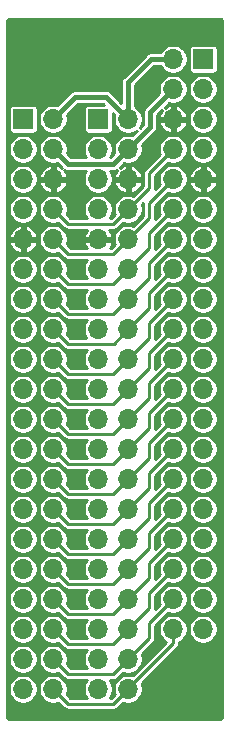
<source format=gbr>
%TF.GenerationSoftware,KiCad,Pcbnew,(5.1.9)-1*%
%TF.CreationDate,2021-04-11T18:01:06+01:00*%
%TF.ProjectId,RGBtoHDMI-Adapter Type A,52474274-6f48-4444-9d49-2d4164617074,1*%
%TF.SameCoordinates,Original*%
%TF.FileFunction,Copper,L1,Top*%
%TF.FilePolarity,Positive*%
%FSLAX46Y46*%
G04 Gerber Fmt 4.6, Leading zero omitted, Abs format (unit mm)*
G04 Created by KiCad (PCBNEW (5.1.9)-1) date 2021-04-11 18:01:06*
%MOMM*%
%LPD*%
G01*
G04 APERTURE LIST*
%TA.AperFunction,ComponentPad*%
%ADD10O,1.700000X1.700000*%
%TD*%
%TA.AperFunction,ComponentPad*%
%ADD11R,1.700000X1.700000*%
%TD*%
%TA.AperFunction,ViaPad*%
%ADD12C,0.800000*%
%TD*%
%TA.AperFunction,Conductor*%
%ADD13C,0.250000*%
%TD*%
%TA.AperFunction,Conductor*%
%ADD14C,0.400000*%
%TD*%
%TA.AperFunction,Conductor*%
%ADD15C,0.254000*%
%TD*%
%TA.AperFunction,Conductor*%
%ADD16C,0.100000*%
%TD*%
G04 APERTURE END LIST*
D10*
%TO.P,J3,40*%
%TO.N,Pin40*%
X93345000Y-93980000D03*
%TO.P,J3,39*%
%TO.N,Pin39*%
X90805000Y-93980000D03*
%TO.P,J3,38*%
%TO.N,Pin38*%
X93345000Y-91440000D03*
%TO.P,J3,37*%
%TO.N,Pin37*%
X90805000Y-91440000D03*
%TO.P,J3,36*%
%TO.N,Pin36*%
X93345000Y-88900000D03*
%TO.P,J3,35*%
%TO.N,Pin35*%
X90805000Y-88900000D03*
%TO.P,J3,34*%
%TO.N,Pin34*%
X93345000Y-86360000D03*
%TO.P,J3,33*%
%TO.N,Pin33*%
X90805000Y-86360000D03*
%TO.P,J3,32*%
%TO.N,Pin32*%
X93345000Y-83820000D03*
%TO.P,J3,31*%
%TO.N,Pin31*%
X90805000Y-83820000D03*
%TO.P,J3,30*%
%TO.N,Pin30*%
X93345000Y-81280000D03*
%TO.P,J3,29*%
%TO.N,Pin29*%
X90805000Y-81280000D03*
%TO.P,J3,28*%
%TO.N,Pin28*%
X93345000Y-78740000D03*
%TO.P,J3,27*%
%TO.N,Pin27*%
X90805000Y-78740000D03*
%TO.P,J3,26*%
%TO.N,Pin26*%
X93345000Y-76200000D03*
%TO.P,J3,25*%
%TO.N,Pin25*%
X90805000Y-76200000D03*
%TO.P,J3,24*%
%TO.N,Pin24*%
X93345000Y-73660000D03*
%TO.P,J3,23*%
%TO.N,Pin23*%
X90805000Y-73660000D03*
%TO.P,J3,22*%
%TO.N,Pin22*%
X93345000Y-71120000D03*
%TO.P,J3,21*%
%TO.N,Pin21*%
X90805000Y-71120000D03*
%TO.P,J3,20*%
%TO.N,Pin20*%
X93345000Y-68580000D03*
%TO.P,J3,19*%
%TO.N,Pin19*%
X90805000Y-68580000D03*
%TO.P,J3,18*%
%TO.N,Pin18*%
X93345000Y-66040000D03*
%TO.P,J3,17*%
%TO.N,Pin17*%
X90805000Y-66040000D03*
%TO.P,J3,16*%
%TO.N,Pin16*%
X93345000Y-63500000D03*
%TO.P,J3,15*%
%TO.N,Pin15*%
X90805000Y-63500000D03*
%TO.P,J3,14*%
%TO.N,Pin14*%
X93345000Y-60960000D03*
%TO.P,J3,13*%
%TO.N,Pin13*%
X90805000Y-60960000D03*
%TO.P,J3,12*%
%TO.N,Pin12*%
X93345000Y-58420000D03*
%TO.P,J3,11*%
%TO.N,Pin11*%
X90805000Y-58420000D03*
%TO.P,J3,10*%
%TO.N,Pin10*%
X93345000Y-55880000D03*
%TO.P,J3,9*%
%TO.N,GND*%
X90805000Y-55880000D03*
%TO.P,J3,8*%
%TO.N,Pin8*%
X93345000Y-53340000D03*
%TO.P,J3,7*%
%TO.N,Pin7*%
X90805000Y-53340000D03*
%TO.P,J3,6*%
%TO.N,GND*%
X93345000Y-50800000D03*
%TO.P,J3,5*%
%TO.N,Pin5*%
X90805000Y-50800000D03*
%TO.P,J3,4*%
%TO.N,Pin4*%
X93345000Y-48260000D03*
%TO.P,J3,3*%
%TO.N,Pin3*%
X90805000Y-48260000D03*
%TO.P,J3,2*%
%TO.N,Pin2*%
X93345000Y-45720000D03*
D11*
%TO.P,J3,1*%
%TO.N,Pin1*%
X90805000Y-45720000D03*
%TD*%
D10*
%TO.P,J2,40*%
%TO.N,Pin40*%
X99695000Y-93980000D03*
%TO.P,J2,39*%
%TO.N,Pin39*%
X97155000Y-93980000D03*
%TO.P,J2,38*%
%TO.N,Pin38*%
X99695000Y-91440000D03*
%TO.P,J2,37*%
%TO.N,Pin37*%
X97155000Y-91440000D03*
%TO.P,J2,36*%
%TO.N,Pin36*%
X99695000Y-88900000D03*
%TO.P,J2,35*%
%TO.N,Pin35*%
X97155000Y-88900000D03*
%TO.P,J2,34*%
%TO.N,Pin34*%
X99695000Y-86360000D03*
%TO.P,J2,33*%
%TO.N,Pin33*%
X97155000Y-86360000D03*
%TO.P,J2,32*%
%TO.N,Pin32*%
X99695000Y-83820000D03*
%TO.P,J2,31*%
%TO.N,Pin31*%
X97155000Y-83820000D03*
%TO.P,J2,30*%
%TO.N,Pin30*%
X99695000Y-81280000D03*
%TO.P,J2,29*%
%TO.N,Pin29*%
X97155000Y-81280000D03*
%TO.P,J2,28*%
%TO.N,Pin28*%
X99695000Y-78740000D03*
%TO.P,J2,27*%
%TO.N,Pin27*%
X97155000Y-78740000D03*
%TO.P,J2,26*%
%TO.N,Pin26*%
X99695000Y-76200000D03*
%TO.P,J2,25*%
%TO.N,Pin25*%
X97155000Y-76200000D03*
%TO.P,J2,24*%
%TO.N,Pin24*%
X99695000Y-73660000D03*
%TO.P,J2,23*%
%TO.N,Pin23*%
X97155000Y-73660000D03*
%TO.P,J2,22*%
%TO.N,Pin22*%
X99695000Y-71120000D03*
%TO.P,J2,21*%
%TO.N,Pin21*%
X97155000Y-71120000D03*
%TO.P,J2,20*%
%TO.N,Pin20*%
X99695000Y-68580000D03*
%TO.P,J2,19*%
%TO.N,Pin19*%
X97155000Y-68580000D03*
%TO.P,J2,18*%
%TO.N,Pin18*%
X99695000Y-66040000D03*
%TO.P,J2,17*%
%TO.N,Pin17*%
X97155000Y-66040000D03*
%TO.P,J2,16*%
%TO.N,Pin16*%
X99695000Y-63500000D03*
%TO.P,J2,15*%
%TO.N,Pin15*%
X97155000Y-63500000D03*
%TO.P,J2,14*%
%TO.N,Pin14*%
X99695000Y-60960000D03*
%TO.P,J2,13*%
%TO.N,Pin13*%
X97155000Y-60960000D03*
%TO.P,J2,12*%
%TO.N,Pin12*%
X99695000Y-58420000D03*
%TO.P,J2,11*%
%TO.N,Pin11*%
X97155000Y-58420000D03*
%TO.P,J2,10*%
%TO.N,Pin10*%
X99695000Y-55880000D03*
%TO.P,J2,9*%
%TO.N,GND*%
X97155000Y-55880000D03*
%TO.P,J2,8*%
%TO.N,Pin8*%
X99695000Y-53340000D03*
%TO.P,J2,7*%
%TO.N,Pin7*%
X97155000Y-53340000D03*
%TO.P,J2,6*%
%TO.N,GND*%
X99695000Y-50800000D03*
%TO.P,J2,5*%
%TO.N,Pin5*%
X97155000Y-50800000D03*
%TO.P,J2,4*%
%TO.N,Pin4*%
X99695000Y-48260000D03*
%TO.P,J2,3*%
%TO.N,Pin3*%
X97155000Y-48260000D03*
%TO.P,J2,2*%
%TO.N,Pin2*%
X99695000Y-45720000D03*
D11*
%TO.P,J2,1*%
%TO.N,Pin1*%
X97155000Y-45720000D03*
%TD*%
D10*
%TO.P,J1,40*%
%TO.N,Pin40*%
X103505000Y-88900000D03*
%TO.P,J1,39*%
%TO.N,Pin39*%
X106045000Y-88900000D03*
%TO.P,J1,38*%
%TO.N,Pin38*%
X103505000Y-86360000D03*
%TO.P,J1,37*%
%TO.N,Pin37*%
X106045000Y-86360000D03*
%TO.P,J1,36*%
%TO.N,Pin36*%
X103505000Y-83820000D03*
%TO.P,J1,35*%
%TO.N,Pin35*%
X106045000Y-83820000D03*
%TO.P,J1,34*%
%TO.N,Pin34*%
X103505000Y-81280000D03*
%TO.P,J1,33*%
%TO.N,Pin33*%
X106045000Y-81280000D03*
%TO.P,J1,32*%
%TO.N,Pin32*%
X103505000Y-78740000D03*
%TO.P,J1,31*%
%TO.N,Pin31*%
X106045000Y-78740000D03*
%TO.P,J1,30*%
%TO.N,Pin30*%
X103505000Y-76200000D03*
%TO.P,J1,29*%
%TO.N,Pin29*%
X106045000Y-76200000D03*
%TO.P,J1,28*%
%TO.N,Pin28*%
X103505000Y-73660000D03*
%TO.P,J1,27*%
%TO.N,Pin27*%
X106045000Y-73660000D03*
%TO.P,J1,26*%
%TO.N,Pin26*%
X103505000Y-71120000D03*
%TO.P,J1,25*%
%TO.N,Pin25*%
X106045000Y-71120000D03*
%TO.P,J1,24*%
%TO.N,Pin24*%
X103505000Y-68580000D03*
%TO.P,J1,23*%
%TO.N,Pin23*%
X106045000Y-68580000D03*
%TO.P,J1,22*%
%TO.N,Pin22*%
X103505000Y-66040000D03*
%TO.P,J1,21*%
%TO.N,Pin21*%
X106045000Y-66040000D03*
%TO.P,J1,20*%
%TO.N,Pin20*%
X103505000Y-63500000D03*
%TO.P,J1,19*%
%TO.N,Pin19*%
X106045000Y-63500000D03*
%TO.P,J1,18*%
%TO.N,Pin18*%
X103505000Y-60960000D03*
%TO.P,J1,17*%
%TO.N,Pin17*%
X106045000Y-60960000D03*
%TO.P,J1,16*%
%TO.N,Pin16*%
X103505000Y-58420000D03*
%TO.P,J1,15*%
%TO.N,Pin15*%
X106045000Y-58420000D03*
%TO.P,J1,14*%
%TO.N,Pin14*%
X103505000Y-55880000D03*
%TO.P,J1,13*%
%TO.N,Pin13*%
X106045000Y-55880000D03*
%TO.P,J1,12*%
%TO.N,Pin12*%
X103505000Y-53340000D03*
%TO.P,J1,11*%
%TO.N,Pin11*%
X106045000Y-53340000D03*
%TO.P,J1,10*%
%TO.N,Pin10*%
X103505000Y-50800000D03*
%TO.P,J1,9*%
%TO.N,GND*%
X106045000Y-50800000D03*
%TO.P,J1,8*%
%TO.N,Pin8*%
X103505000Y-48260000D03*
%TO.P,J1,7*%
%TO.N,Pin7*%
X106045000Y-48260000D03*
%TO.P,J1,6*%
%TO.N,GND*%
X103505000Y-45720000D03*
%TO.P,J1,5*%
%TO.N,Pin5*%
X106045000Y-45720000D03*
%TO.P,J1,4*%
%TO.N,Pin4*%
X103505000Y-43180000D03*
%TO.P,J1,3*%
%TO.N,Pin3*%
X106045000Y-43180000D03*
%TO.P,J1,2*%
%TO.N,Pin2*%
X103505000Y-40640000D03*
D11*
%TO.P,J1,1*%
%TO.N,Pin1*%
X106045000Y-40640000D03*
%TD*%
D12*
%TO.N,GND*%
X102057200Y-90297000D03*
X95250000Y-60960000D03*
X95250000Y-63500000D03*
X95250000Y-66040000D03*
X95250000Y-53340000D03*
X95250000Y-50800000D03*
X95250000Y-45720000D03*
X95250000Y-71120000D03*
X95250000Y-73660000D03*
X95250000Y-76200000D03*
X95250000Y-78740000D03*
X95250000Y-81280000D03*
X95250000Y-83820000D03*
X95250000Y-86360000D03*
X95250000Y-88900000D03*
X95250000Y-91440000D03*
X95250000Y-93980000D03*
X95250000Y-68580000D03*
X95250000Y-58420000D03*
X95250000Y-55880000D03*
X95250000Y-48260000D03*
%TD*%
D13*
%TO.N,Pin40*%
X99695000Y-93912081D02*
X99695000Y-93980000D01*
X103505000Y-90102081D02*
X99695000Y-93912081D01*
X103505000Y-88900000D02*
X103505000Y-90102081D01*
X94589600Y-95224600D02*
X93345000Y-93980000D01*
X98450400Y-95224600D02*
X94589600Y-95224600D01*
X99695000Y-93980000D02*
X98450400Y-95224600D01*
%TO.N,Pin38*%
X98425000Y-92710000D02*
X94615000Y-92710000D01*
X94615000Y-92710000D02*
X93345000Y-91440000D01*
X99695000Y-91440000D02*
X98425000Y-92710000D01*
X101473000Y-89662000D02*
X99695000Y-91440000D01*
X101473000Y-88392000D02*
X101473000Y-89662000D01*
X103505000Y-86360000D02*
X101473000Y-88392000D01*
%TO.N,Pin36*%
X98425000Y-90170000D02*
X94615000Y-90170000D01*
X94615000Y-90170000D02*
X93345000Y-88900000D01*
X99695000Y-88900000D02*
X98425000Y-90170000D01*
X101473000Y-87122000D02*
X99695000Y-88900000D01*
X101473000Y-85852000D02*
X101473000Y-87122000D01*
X103505000Y-83820000D02*
X101473000Y-85852000D01*
%TO.N,Pin34*%
X94615000Y-87630000D02*
X93345000Y-86360000D01*
X98425000Y-87630000D02*
X94615000Y-87630000D01*
X99695000Y-86360000D02*
X98425000Y-87630000D01*
X101473000Y-84582000D02*
X99695000Y-86360000D01*
X101473000Y-83312000D02*
X101473000Y-84582000D01*
X103505000Y-81280000D02*
X101473000Y-83312000D01*
%TO.N,Pin32*%
X94589600Y-85064600D02*
X93345000Y-83820000D01*
X98450400Y-85064600D02*
X94589600Y-85064600D01*
X99695000Y-83820000D02*
X98450400Y-85064600D01*
X101473000Y-82042000D02*
X99695000Y-83820000D01*
X101473000Y-80772000D02*
X101473000Y-82042000D01*
X103505000Y-78740000D02*
X101473000Y-80772000D01*
%TO.N,Pin30*%
X94615000Y-82550000D02*
X93345000Y-81280000D01*
X98425000Y-82550000D02*
X94615000Y-82550000D01*
X99695000Y-81280000D02*
X98425000Y-82550000D01*
X101473000Y-79502000D02*
X99695000Y-81280000D01*
X101473000Y-78232000D02*
X101473000Y-79502000D01*
X103505000Y-76200000D02*
X101473000Y-78232000D01*
%TO.N,Pin28*%
X94615000Y-80010000D02*
X93345000Y-78740000D01*
X98425000Y-80010000D02*
X94615000Y-80010000D01*
X99695000Y-78740000D02*
X98425000Y-80010000D01*
X101473000Y-76962000D02*
X99695000Y-78740000D01*
X101473000Y-75692000D02*
X101473000Y-76962000D01*
X103505000Y-73660000D02*
X101473000Y-75692000D01*
%TO.N,Pin26*%
X94589600Y-77444600D02*
X93345000Y-76200000D01*
X98450400Y-77444600D02*
X94589600Y-77444600D01*
X99695000Y-76200000D02*
X98450400Y-77444600D01*
X101473000Y-74422000D02*
X99695000Y-76200000D01*
X101473000Y-73152000D02*
X101473000Y-74422000D01*
X103505000Y-71120000D02*
X101473000Y-73152000D01*
%TO.N,Pin24*%
X98425000Y-74930000D02*
X94615000Y-74930000D01*
X94615000Y-74930000D02*
X93345000Y-73660000D01*
X99695000Y-73660000D02*
X98425000Y-74930000D01*
X101473000Y-71882000D02*
X99695000Y-73660000D01*
X101473000Y-70612000D02*
X101473000Y-71882000D01*
X103505000Y-68580000D02*
X101473000Y-70612000D01*
%TO.N,Pin22*%
X94589600Y-72364600D02*
X93345000Y-71120000D01*
X98450400Y-72364600D02*
X94589600Y-72364600D01*
X99695000Y-71120000D02*
X98450400Y-72364600D01*
X101473000Y-69342000D02*
X99695000Y-71120000D01*
X101473000Y-68072000D02*
X101473000Y-69342000D01*
X103505000Y-66040000D02*
X101473000Y-68072000D01*
%TO.N,Pin20*%
X94615000Y-69850000D02*
X93345000Y-68580000D01*
X98425000Y-69850000D02*
X94615000Y-69850000D01*
X99695000Y-68580000D02*
X98425000Y-69850000D01*
X101473000Y-66802000D02*
X99695000Y-68580000D01*
X101473000Y-65532000D02*
X101473000Y-66802000D01*
X103505000Y-63500000D02*
X101473000Y-65532000D01*
%TO.N,Pin18*%
X94615000Y-67310000D02*
X93345000Y-66040000D01*
X98425000Y-67310000D02*
X94615000Y-67310000D01*
X99695000Y-66040000D02*
X98425000Y-67310000D01*
X101473000Y-64262000D02*
X99695000Y-66040000D01*
X101473000Y-62992000D02*
X101473000Y-64262000D01*
X103505000Y-60960000D02*
X101473000Y-62992000D01*
%TO.N,Pin16*%
X94564200Y-64719200D02*
X93345000Y-63500000D01*
X98475800Y-64719200D02*
X94564200Y-64719200D01*
X99695000Y-63500000D02*
X98475800Y-64719200D01*
X101473000Y-61722000D02*
X99695000Y-63500000D01*
X101473000Y-60452000D02*
X101473000Y-61722000D01*
X103505000Y-58420000D02*
X101473000Y-60452000D01*
%TO.N,Pin14*%
X94589600Y-62204600D02*
X93345000Y-60960000D01*
X98450400Y-62204600D02*
X94589600Y-62204600D01*
X99695000Y-60960000D02*
X98450400Y-62204600D01*
X101473000Y-59182000D02*
X99695000Y-60960000D01*
X101473000Y-57912000D02*
X101473000Y-59182000D01*
X103505000Y-55880000D02*
X101473000Y-57912000D01*
%TO.N,Pin12*%
X94615000Y-59690000D02*
X93345000Y-58420000D01*
X98425000Y-59690000D02*
X94615000Y-59690000D01*
X99695000Y-58420000D02*
X98425000Y-59690000D01*
X101473000Y-56642000D02*
X99695000Y-58420000D01*
X101473000Y-55372000D02*
X101473000Y-56642000D01*
X103505000Y-53340000D02*
X101473000Y-55372000D01*
%TO.N,Pin10*%
X94615000Y-57150000D02*
X93345000Y-55880000D01*
X98425000Y-57150000D02*
X95250000Y-57150000D01*
X99695000Y-55880000D02*
X98425000Y-57150000D01*
X95250000Y-57150000D02*
X94615000Y-57150000D01*
X101473000Y-54102000D02*
X99695000Y-55880000D01*
X101473000Y-52832000D02*
X101473000Y-54102000D01*
X103505000Y-50800000D02*
X101473000Y-52832000D01*
%TO.N,Pin8*%
X94589600Y-54584600D02*
X93345000Y-53340000D01*
X98450400Y-54584600D02*
X94589600Y-54584600D01*
X99695000Y-53340000D02*
X98450400Y-54584600D01*
X101473000Y-51562000D02*
X99695000Y-53340000D01*
X101473000Y-50292000D02*
X101473000Y-51562000D01*
X103505000Y-48260000D02*
X101473000Y-50292000D01*
D14*
%TO.N,Pin4*%
X94615000Y-49530000D02*
X93345000Y-48260000D01*
X98425000Y-49530000D02*
X94615000Y-49530000D01*
X99695000Y-48260000D02*
X98425000Y-49530000D01*
X101549200Y-46405800D02*
X99695000Y-48260000D01*
X101549200Y-45135800D02*
X101549200Y-46405800D01*
X103505000Y-43180000D02*
X101549200Y-45135800D01*
%TO.N,Pin2*%
X99695000Y-42545000D02*
X99695000Y-45720000D01*
X101600000Y-40640000D02*
X99695000Y-42545000D01*
X103505000Y-40640000D02*
X101600000Y-40640000D01*
X93345000Y-45694600D02*
X93345000Y-45720000D01*
X95224600Y-43815000D02*
X93345000Y-45694600D01*
X97790000Y-43815000D02*
X95224600Y-43815000D01*
X99695000Y-45720000D02*
X97790000Y-43815000D01*
%TD*%
D15*
%TO.N,GND*%
X107486099Y-37242270D02*
X107528524Y-37255079D01*
X107567647Y-37275881D01*
X107601987Y-37303888D01*
X107630235Y-37338034D01*
X107651312Y-37377016D01*
X107664415Y-37419343D01*
X107671001Y-37482002D01*
X107671000Y-96246140D01*
X107664730Y-96310100D01*
X107651921Y-96352523D01*
X107631119Y-96391647D01*
X107603110Y-96425989D01*
X107568966Y-96454235D01*
X107529984Y-96475312D01*
X107487657Y-96488415D01*
X107425008Y-96495000D01*
X89681860Y-96495000D01*
X89617900Y-96488730D01*
X89575477Y-96475921D01*
X89536353Y-96455119D01*
X89502011Y-96427110D01*
X89473765Y-96392966D01*
X89452688Y-96353984D01*
X89439585Y-96311657D01*
X89433000Y-96249008D01*
X89433000Y-93858757D01*
X89574000Y-93858757D01*
X89574000Y-94101243D01*
X89621307Y-94339069D01*
X89714102Y-94563097D01*
X89848820Y-94764717D01*
X90020283Y-94936180D01*
X90221903Y-95070898D01*
X90445931Y-95163693D01*
X90683757Y-95211000D01*
X90926243Y-95211000D01*
X91164069Y-95163693D01*
X91388097Y-95070898D01*
X91589717Y-94936180D01*
X91761180Y-94764717D01*
X91895898Y-94563097D01*
X91988693Y-94339069D01*
X92036000Y-94101243D01*
X92036000Y-93858757D01*
X91988693Y-93620931D01*
X91895898Y-93396903D01*
X91761180Y-93195283D01*
X91589717Y-93023820D01*
X91388097Y-92889102D01*
X91164069Y-92796307D01*
X90926243Y-92749000D01*
X90683757Y-92749000D01*
X90445931Y-92796307D01*
X90221903Y-92889102D01*
X90020283Y-93023820D01*
X89848820Y-93195283D01*
X89714102Y-93396903D01*
X89621307Y-93620931D01*
X89574000Y-93858757D01*
X89433000Y-93858757D01*
X89433000Y-91318757D01*
X89574000Y-91318757D01*
X89574000Y-91561243D01*
X89621307Y-91799069D01*
X89714102Y-92023097D01*
X89848820Y-92224717D01*
X90020283Y-92396180D01*
X90221903Y-92530898D01*
X90445931Y-92623693D01*
X90683757Y-92671000D01*
X90926243Y-92671000D01*
X91164069Y-92623693D01*
X91388097Y-92530898D01*
X91589717Y-92396180D01*
X91761180Y-92224717D01*
X91895898Y-92023097D01*
X91988693Y-91799069D01*
X92036000Y-91561243D01*
X92036000Y-91318757D01*
X91988693Y-91080931D01*
X91895898Y-90856903D01*
X91761180Y-90655283D01*
X91589717Y-90483820D01*
X91388097Y-90349102D01*
X91164069Y-90256307D01*
X90926243Y-90209000D01*
X90683757Y-90209000D01*
X90445931Y-90256307D01*
X90221903Y-90349102D01*
X90020283Y-90483820D01*
X89848820Y-90655283D01*
X89714102Y-90856903D01*
X89621307Y-91080931D01*
X89574000Y-91318757D01*
X89433000Y-91318757D01*
X89433000Y-88778757D01*
X89574000Y-88778757D01*
X89574000Y-89021243D01*
X89621307Y-89259069D01*
X89714102Y-89483097D01*
X89848820Y-89684717D01*
X90020283Y-89856180D01*
X90221903Y-89990898D01*
X90445931Y-90083693D01*
X90683757Y-90131000D01*
X90926243Y-90131000D01*
X91164069Y-90083693D01*
X91388097Y-89990898D01*
X91589717Y-89856180D01*
X91761180Y-89684717D01*
X91895898Y-89483097D01*
X91988693Y-89259069D01*
X92036000Y-89021243D01*
X92036000Y-88778757D01*
X91988693Y-88540931D01*
X91895898Y-88316903D01*
X91761180Y-88115283D01*
X91589717Y-87943820D01*
X91388097Y-87809102D01*
X91164069Y-87716307D01*
X90926243Y-87669000D01*
X90683757Y-87669000D01*
X90445931Y-87716307D01*
X90221903Y-87809102D01*
X90020283Y-87943820D01*
X89848820Y-88115283D01*
X89714102Y-88316903D01*
X89621307Y-88540931D01*
X89574000Y-88778757D01*
X89433000Y-88778757D01*
X89433000Y-86238757D01*
X89574000Y-86238757D01*
X89574000Y-86481243D01*
X89621307Y-86719069D01*
X89714102Y-86943097D01*
X89848820Y-87144717D01*
X90020283Y-87316180D01*
X90221903Y-87450898D01*
X90445931Y-87543693D01*
X90683757Y-87591000D01*
X90926243Y-87591000D01*
X91164069Y-87543693D01*
X91388097Y-87450898D01*
X91589717Y-87316180D01*
X91761180Y-87144717D01*
X91895898Y-86943097D01*
X91988693Y-86719069D01*
X92036000Y-86481243D01*
X92036000Y-86238757D01*
X91988693Y-86000931D01*
X91895898Y-85776903D01*
X91761180Y-85575283D01*
X91589717Y-85403820D01*
X91388097Y-85269102D01*
X91164069Y-85176307D01*
X90926243Y-85129000D01*
X90683757Y-85129000D01*
X90445931Y-85176307D01*
X90221903Y-85269102D01*
X90020283Y-85403820D01*
X89848820Y-85575283D01*
X89714102Y-85776903D01*
X89621307Y-86000931D01*
X89574000Y-86238757D01*
X89433000Y-86238757D01*
X89433000Y-83698757D01*
X89574000Y-83698757D01*
X89574000Y-83941243D01*
X89621307Y-84179069D01*
X89714102Y-84403097D01*
X89848820Y-84604717D01*
X90020283Y-84776180D01*
X90221903Y-84910898D01*
X90445931Y-85003693D01*
X90683757Y-85051000D01*
X90926243Y-85051000D01*
X91164069Y-85003693D01*
X91388097Y-84910898D01*
X91589717Y-84776180D01*
X91761180Y-84604717D01*
X91895898Y-84403097D01*
X91988693Y-84179069D01*
X92036000Y-83941243D01*
X92036000Y-83698757D01*
X91988693Y-83460931D01*
X91895898Y-83236903D01*
X91761180Y-83035283D01*
X91589717Y-82863820D01*
X91388097Y-82729102D01*
X91164069Y-82636307D01*
X90926243Y-82589000D01*
X90683757Y-82589000D01*
X90445931Y-82636307D01*
X90221903Y-82729102D01*
X90020283Y-82863820D01*
X89848820Y-83035283D01*
X89714102Y-83236903D01*
X89621307Y-83460931D01*
X89574000Y-83698757D01*
X89433000Y-83698757D01*
X89433000Y-81158757D01*
X89574000Y-81158757D01*
X89574000Y-81401243D01*
X89621307Y-81639069D01*
X89714102Y-81863097D01*
X89848820Y-82064717D01*
X90020283Y-82236180D01*
X90221903Y-82370898D01*
X90445931Y-82463693D01*
X90683757Y-82511000D01*
X90926243Y-82511000D01*
X91164069Y-82463693D01*
X91388097Y-82370898D01*
X91589717Y-82236180D01*
X91761180Y-82064717D01*
X91895898Y-81863097D01*
X91988693Y-81639069D01*
X92036000Y-81401243D01*
X92036000Y-81158757D01*
X91988693Y-80920931D01*
X91895898Y-80696903D01*
X91761180Y-80495283D01*
X91589717Y-80323820D01*
X91388097Y-80189102D01*
X91164069Y-80096307D01*
X90926243Y-80049000D01*
X90683757Y-80049000D01*
X90445931Y-80096307D01*
X90221903Y-80189102D01*
X90020283Y-80323820D01*
X89848820Y-80495283D01*
X89714102Y-80696903D01*
X89621307Y-80920931D01*
X89574000Y-81158757D01*
X89433000Y-81158757D01*
X89433000Y-78618757D01*
X89574000Y-78618757D01*
X89574000Y-78861243D01*
X89621307Y-79099069D01*
X89714102Y-79323097D01*
X89848820Y-79524717D01*
X90020283Y-79696180D01*
X90221903Y-79830898D01*
X90445931Y-79923693D01*
X90683757Y-79971000D01*
X90926243Y-79971000D01*
X91164069Y-79923693D01*
X91388097Y-79830898D01*
X91589717Y-79696180D01*
X91761180Y-79524717D01*
X91895898Y-79323097D01*
X91988693Y-79099069D01*
X92036000Y-78861243D01*
X92036000Y-78618757D01*
X91988693Y-78380931D01*
X91895898Y-78156903D01*
X91761180Y-77955283D01*
X91589717Y-77783820D01*
X91388097Y-77649102D01*
X91164069Y-77556307D01*
X90926243Y-77509000D01*
X90683757Y-77509000D01*
X90445931Y-77556307D01*
X90221903Y-77649102D01*
X90020283Y-77783820D01*
X89848820Y-77955283D01*
X89714102Y-78156903D01*
X89621307Y-78380931D01*
X89574000Y-78618757D01*
X89433000Y-78618757D01*
X89433000Y-76078757D01*
X89574000Y-76078757D01*
X89574000Y-76321243D01*
X89621307Y-76559069D01*
X89714102Y-76783097D01*
X89848820Y-76984717D01*
X90020283Y-77156180D01*
X90221903Y-77290898D01*
X90445931Y-77383693D01*
X90683757Y-77431000D01*
X90926243Y-77431000D01*
X91164069Y-77383693D01*
X91388097Y-77290898D01*
X91589717Y-77156180D01*
X91761180Y-76984717D01*
X91895898Y-76783097D01*
X91988693Y-76559069D01*
X92036000Y-76321243D01*
X92036000Y-76078757D01*
X91988693Y-75840931D01*
X91895898Y-75616903D01*
X91761180Y-75415283D01*
X91589717Y-75243820D01*
X91388097Y-75109102D01*
X91164069Y-75016307D01*
X90926243Y-74969000D01*
X90683757Y-74969000D01*
X90445931Y-75016307D01*
X90221903Y-75109102D01*
X90020283Y-75243820D01*
X89848820Y-75415283D01*
X89714102Y-75616903D01*
X89621307Y-75840931D01*
X89574000Y-76078757D01*
X89433000Y-76078757D01*
X89433000Y-73538757D01*
X89574000Y-73538757D01*
X89574000Y-73781243D01*
X89621307Y-74019069D01*
X89714102Y-74243097D01*
X89848820Y-74444717D01*
X90020283Y-74616180D01*
X90221903Y-74750898D01*
X90445931Y-74843693D01*
X90683757Y-74891000D01*
X90926243Y-74891000D01*
X91164069Y-74843693D01*
X91388097Y-74750898D01*
X91589717Y-74616180D01*
X91761180Y-74444717D01*
X91895898Y-74243097D01*
X91988693Y-74019069D01*
X92036000Y-73781243D01*
X92036000Y-73538757D01*
X91988693Y-73300931D01*
X91895898Y-73076903D01*
X91761180Y-72875283D01*
X91589717Y-72703820D01*
X91388097Y-72569102D01*
X91164069Y-72476307D01*
X90926243Y-72429000D01*
X90683757Y-72429000D01*
X90445931Y-72476307D01*
X90221903Y-72569102D01*
X90020283Y-72703820D01*
X89848820Y-72875283D01*
X89714102Y-73076903D01*
X89621307Y-73300931D01*
X89574000Y-73538757D01*
X89433000Y-73538757D01*
X89433000Y-70998757D01*
X89574000Y-70998757D01*
X89574000Y-71241243D01*
X89621307Y-71479069D01*
X89714102Y-71703097D01*
X89848820Y-71904717D01*
X90020283Y-72076180D01*
X90221903Y-72210898D01*
X90445931Y-72303693D01*
X90683757Y-72351000D01*
X90926243Y-72351000D01*
X91164069Y-72303693D01*
X91388097Y-72210898D01*
X91589717Y-72076180D01*
X91761180Y-71904717D01*
X91895898Y-71703097D01*
X91988693Y-71479069D01*
X92036000Y-71241243D01*
X92036000Y-70998757D01*
X91988693Y-70760931D01*
X91895898Y-70536903D01*
X91761180Y-70335283D01*
X91589717Y-70163820D01*
X91388097Y-70029102D01*
X91164069Y-69936307D01*
X90926243Y-69889000D01*
X90683757Y-69889000D01*
X90445931Y-69936307D01*
X90221903Y-70029102D01*
X90020283Y-70163820D01*
X89848820Y-70335283D01*
X89714102Y-70536903D01*
X89621307Y-70760931D01*
X89574000Y-70998757D01*
X89433000Y-70998757D01*
X89433000Y-68458757D01*
X89574000Y-68458757D01*
X89574000Y-68701243D01*
X89621307Y-68939069D01*
X89714102Y-69163097D01*
X89848820Y-69364717D01*
X90020283Y-69536180D01*
X90221903Y-69670898D01*
X90445931Y-69763693D01*
X90683757Y-69811000D01*
X90926243Y-69811000D01*
X91164069Y-69763693D01*
X91388097Y-69670898D01*
X91589717Y-69536180D01*
X91761180Y-69364717D01*
X91895898Y-69163097D01*
X91988693Y-68939069D01*
X92036000Y-68701243D01*
X92036000Y-68458757D01*
X91988693Y-68220931D01*
X91895898Y-67996903D01*
X91761180Y-67795283D01*
X91589717Y-67623820D01*
X91388097Y-67489102D01*
X91164069Y-67396307D01*
X90926243Y-67349000D01*
X90683757Y-67349000D01*
X90445931Y-67396307D01*
X90221903Y-67489102D01*
X90020283Y-67623820D01*
X89848820Y-67795283D01*
X89714102Y-67996903D01*
X89621307Y-68220931D01*
X89574000Y-68458757D01*
X89433000Y-68458757D01*
X89433000Y-65918757D01*
X89574000Y-65918757D01*
X89574000Y-66161243D01*
X89621307Y-66399069D01*
X89714102Y-66623097D01*
X89848820Y-66824717D01*
X90020283Y-66996180D01*
X90221903Y-67130898D01*
X90445931Y-67223693D01*
X90683757Y-67271000D01*
X90926243Y-67271000D01*
X91164069Y-67223693D01*
X91388097Y-67130898D01*
X91589717Y-66996180D01*
X91761180Y-66824717D01*
X91895898Y-66623097D01*
X91988693Y-66399069D01*
X92036000Y-66161243D01*
X92036000Y-65918757D01*
X91988693Y-65680931D01*
X91895898Y-65456903D01*
X91761180Y-65255283D01*
X91589717Y-65083820D01*
X91388097Y-64949102D01*
X91164069Y-64856307D01*
X90926243Y-64809000D01*
X90683757Y-64809000D01*
X90445931Y-64856307D01*
X90221903Y-64949102D01*
X90020283Y-65083820D01*
X89848820Y-65255283D01*
X89714102Y-65456903D01*
X89621307Y-65680931D01*
X89574000Y-65918757D01*
X89433000Y-65918757D01*
X89433000Y-63378757D01*
X89574000Y-63378757D01*
X89574000Y-63621243D01*
X89621307Y-63859069D01*
X89714102Y-64083097D01*
X89848820Y-64284717D01*
X90020283Y-64456180D01*
X90221903Y-64590898D01*
X90445931Y-64683693D01*
X90683757Y-64731000D01*
X90926243Y-64731000D01*
X91164069Y-64683693D01*
X91388097Y-64590898D01*
X91589717Y-64456180D01*
X91761180Y-64284717D01*
X91895898Y-64083097D01*
X91988693Y-63859069D01*
X92036000Y-63621243D01*
X92036000Y-63378757D01*
X91988693Y-63140931D01*
X91895898Y-62916903D01*
X91761180Y-62715283D01*
X91589717Y-62543820D01*
X91388097Y-62409102D01*
X91164069Y-62316307D01*
X90926243Y-62269000D01*
X90683757Y-62269000D01*
X90445931Y-62316307D01*
X90221903Y-62409102D01*
X90020283Y-62543820D01*
X89848820Y-62715283D01*
X89714102Y-62916903D01*
X89621307Y-63140931D01*
X89574000Y-63378757D01*
X89433000Y-63378757D01*
X89433000Y-60838757D01*
X89574000Y-60838757D01*
X89574000Y-61081243D01*
X89621307Y-61319069D01*
X89714102Y-61543097D01*
X89848820Y-61744717D01*
X90020283Y-61916180D01*
X90221903Y-62050898D01*
X90445931Y-62143693D01*
X90683757Y-62191000D01*
X90926243Y-62191000D01*
X91164069Y-62143693D01*
X91388097Y-62050898D01*
X91589717Y-61916180D01*
X91761180Y-61744717D01*
X91895898Y-61543097D01*
X91988693Y-61319069D01*
X92036000Y-61081243D01*
X92036000Y-60838757D01*
X91988693Y-60600931D01*
X91895898Y-60376903D01*
X91761180Y-60175283D01*
X91589717Y-60003820D01*
X91388097Y-59869102D01*
X91164069Y-59776307D01*
X90926243Y-59729000D01*
X90683757Y-59729000D01*
X90445931Y-59776307D01*
X90221903Y-59869102D01*
X90020283Y-60003820D01*
X89848820Y-60175283D01*
X89714102Y-60376903D01*
X89621307Y-60600931D01*
X89574000Y-60838757D01*
X89433000Y-60838757D01*
X89433000Y-58298757D01*
X89574000Y-58298757D01*
X89574000Y-58541243D01*
X89621307Y-58779069D01*
X89714102Y-59003097D01*
X89848820Y-59204717D01*
X90020283Y-59376180D01*
X90221903Y-59510898D01*
X90445931Y-59603693D01*
X90683757Y-59651000D01*
X90926243Y-59651000D01*
X91164069Y-59603693D01*
X91388097Y-59510898D01*
X91589717Y-59376180D01*
X91761180Y-59204717D01*
X91895898Y-59003097D01*
X91988693Y-58779069D01*
X92036000Y-58541243D01*
X92036000Y-58298757D01*
X91988693Y-58060931D01*
X91895898Y-57836903D01*
X91761180Y-57635283D01*
X91589717Y-57463820D01*
X91388097Y-57329102D01*
X91164069Y-57236307D01*
X90926243Y-57189000D01*
X90683757Y-57189000D01*
X90445931Y-57236307D01*
X90221903Y-57329102D01*
X90020283Y-57463820D01*
X89848820Y-57635283D01*
X89714102Y-57836903D01*
X89621307Y-58060931D01*
X89574000Y-58298757D01*
X89433000Y-58298757D01*
X89433000Y-56196980D01*
X89615511Y-56196980D01*
X89639866Y-56277288D01*
X89739761Y-56496961D01*
X89880592Y-56692924D01*
X90056948Y-56857647D01*
X90262051Y-56984799D01*
X90488019Y-57069495D01*
X90678000Y-57009187D01*
X90678000Y-56007000D01*
X90932000Y-56007000D01*
X90932000Y-57009187D01*
X91121981Y-57069495D01*
X91347949Y-56984799D01*
X91553052Y-56857647D01*
X91729408Y-56692924D01*
X91870239Y-56496961D01*
X91970134Y-56277288D01*
X91994489Y-56196980D01*
X91933627Y-56007000D01*
X90932000Y-56007000D01*
X90678000Y-56007000D01*
X89676373Y-56007000D01*
X89615511Y-56196980D01*
X89433000Y-56196980D01*
X89433000Y-55563020D01*
X89615511Y-55563020D01*
X89676373Y-55753000D01*
X90678000Y-55753000D01*
X90678000Y-54750813D01*
X90932000Y-54750813D01*
X90932000Y-55753000D01*
X91933627Y-55753000D01*
X91994489Y-55563020D01*
X91970134Y-55482712D01*
X91870239Y-55263039D01*
X91729408Y-55067076D01*
X91553052Y-54902353D01*
X91347949Y-54775201D01*
X91121981Y-54690505D01*
X90932000Y-54750813D01*
X90678000Y-54750813D01*
X90488019Y-54690505D01*
X90262051Y-54775201D01*
X90056948Y-54902353D01*
X89880592Y-55067076D01*
X89739761Y-55263039D01*
X89639866Y-55482712D01*
X89615511Y-55563020D01*
X89433000Y-55563020D01*
X89433000Y-53218757D01*
X89574000Y-53218757D01*
X89574000Y-53461243D01*
X89621307Y-53699069D01*
X89714102Y-53923097D01*
X89848820Y-54124717D01*
X90020283Y-54296180D01*
X90221903Y-54430898D01*
X90445931Y-54523693D01*
X90683757Y-54571000D01*
X90926243Y-54571000D01*
X91164069Y-54523693D01*
X91388097Y-54430898D01*
X91589717Y-54296180D01*
X91761180Y-54124717D01*
X91895898Y-53923097D01*
X91988693Y-53699069D01*
X92036000Y-53461243D01*
X92036000Y-53218757D01*
X92114000Y-53218757D01*
X92114000Y-53461243D01*
X92161307Y-53699069D01*
X92254102Y-53923097D01*
X92388820Y-54124717D01*
X92560283Y-54296180D01*
X92761903Y-54430898D01*
X92985931Y-54523693D01*
X93223757Y-54571000D01*
X93466243Y-54571000D01*
X93704069Y-54523693D01*
X93781167Y-54491758D01*
X94214228Y-54924820D01*
X94230073Y-54944127D01*
X94307121Y-55007359D01*
X94395025Y-55054345D01*
X94490406Y-55083278D01*
X94500294Y-55084252D01*
X94564746Y-55090600D01*
X94564753Y-55090600D01*
X94589599Y-55093047D01*
X94614445Y-55090600D01*
X96213686Y-55090600D01*
X96089761Y-55263039D01*
X95989866Y-55482712D01*
X95965511Y-55563020D01*
X96026373Y-55753000D01*
X97028000Y-55753000D01*
X97028000Y-55733000D01*
X97282000Y-55733000D01*
X97282000Y-55753000D01*
X98283627Y-55753000D01*
X98344489Y-55563020D01*
X98320134Y-55482712D01*
X98220239Y-55263039D01*
X98096314Y-55090600D01*
X98425554Y-55090600D01*
X98450400Y-55093047D01*
X98475246Y-55090600D01*
X98475254Y-55090600D01*
X98549593Y-55083278D01*
X98644975Y-55054345D01*
X98732879Y-55007359D01*
X98809927Y-54944127D01*
X98825776Y-54924815D01*
X99258833Y-54491758D01*
X99335931Y-54523693D01*
X99573757Y-54571000D01*
X99816243Y-54571000D01*
X100054069Y-54523693D01*
X100278097Y-54430898D01*
X100479717Y-54296180D01*
X100651180Y-54124717D01*
X100785898Y-53923097D01*
X100878693Y-53699069D01*
X100926000Y-53461243D01*
X100926000Y-53218757D01*
X100878693Y-52980931D01*
X100846758Y-52903833D01*
X100969574Y-52781018D01*
X100967000Y-52807147D01*
X100967000Y-52807154D01*
X100964553Y-52832000D01*
X100967000Y-52856847D01*
X100967001Y-53892407D01*
X100131167Y-54728242D01*
X100054069Y-54696307D01*
X99816243Y-54649000D01*
X99573757Y-54649000D01*
X99335931Y-54696307D01*
X99111903Y-54789102D01*
X98910283Y-54923820D01*
X98738820Y-55095283D01*
X98604102Y-55296903D01*
X98511307Y-55520931D01*
X98464000Y-55758757D01*
X98464000Y-56001243D01*
X98511307Y-56239069D01*
X98543242Y-56316167D01*
X98215409Y-56644000D01*
X98114568Y-56644000D01*
X98220239Y-56496961D01*
X98320134Y-56277288D01*
X98344489Y-56196980D01*
X98283627Y-56007000D01*
X97282000Y-56007000D01*
X97282000Y-56027000D01*
X97028000Y-56027000D01*
X97028000Y-56007000D01*
X96026373Y-56007000D01*
X95965511Y-56196980D01*
X95989866Y-56277288D01*
X96089761Y-56496961D01*
X96195432Y-56644000D01*
X94824592Y-56644000D01*
X94496758Y-56316167D01*
X94528693Y-56239069D01*
X94576000Y-56001243D01*
X94576000Y-55758757D01*
X94528693Y-55520931D01*
X94435898Y-55296903D01*
X94301180Y-55095283D01*
X94129717Y-54923820D01*
X93928097Y-54789102D01*
X93704069Y-54696307D01*
X93466243Y-54649000D01*
X93223757Y-54649000D01*
X92985931Y-54696307D01*
X92761903Y-54789102D01*
X92560283Y-54923820D01*
X92388820Y-55095283D01*
X92254102Y-55296903D01*
X92161307Y-55520931D01*
X92114000Y-55758757D01*
X92114000Y-56001243D01*
X92161307Y-56239069D01*
X92254102Y-56463097D01*
X92388820Y-56664717D01*
X92560283Y-56836180D01*
X92761903Y-56970898D01*
X92985931Y-57063693D01*
X93223757Y-57111000D01*
X93466243Y-57111000D01*
X93704069Y-57063693D01*
X93781167Y-57031758D01*
X94239628Y-57490220D01*
X94255473Y-57509527D01*
X94332521Y-57572759D01*
X94420425Y-57619745D01*
X94515806Y-57648678D01*
X94525694Y-57649652D01*
X94590146Y-57656000D01*
X94590153Y-57656000D01*
X94614999Y-57658447D01*
X94639845Y-57656000D01*
X96184977Y-57656000D01*
X96064102Y-57836903D01*
X95971307Y-58060931D01*
X95924000Y-58298757D01*
X95924000Y-58541243D01*
X95971307Y-58779069D01*
X96064102Y-59003097D01*
X96184977Y-59184000D01*
X94824592Y-59184000D01*
X94496758Y-58856167D01*
X94528693Y-58779069D01*
X94576000Y-58541243D01*
X94576000Y-58298757D01*
X94528693Y-58060931D01*
X94435898Y-57836903D01*
X94301180Y-57635283D01*
X94129717Y-57463820D01*
X93928097Y-57329102D01*
X93704069Y-57236307D01*
X93466243Y-57189000D01*
X93223757Y-57189000D01*
X92985931Y-57236307D01*
X92761903Y-57329102D01*
X92560283Y-57463820D01*
X92388820Y-57635283D01*
X92254102Y-57836903D01*
X92161307Y-58060931D01*
X92114000Y-58298757D01*
X92114000Y-58541243D01*
X92161307Y-58779069D01*
X92254102Y-59003097D01*
X92388820Y-59204717D01*
X92560283Y-59376180D01*
X92761903Y-59510898D01*
X92985931Y-59603693D01*
X93223757Y-59651000D01*
X93466243Y-59651000D01*
X93704069Y-59603693D01*
X93781167Y-59571758D01*
X94239628Y-60030220D01*
X94255473Y-60049527D01*
X94332521Y-60112759D01*
X94420425Y-60159745D01*
X94515806Y-60188678D01*
X94525694Y-60189652D01*
X94590146Y-60196000D01*
X94590153Y-60196000D01*
X94614999Y-60198447D01*
X94639845Y-60196000D01*
X96184977Y-60196000D01*
X96064102Y-60376903D01*
X95971307Y-60600931D01*
X95924000Y-60838757D01*
X95924000Y-61081243D01*
X95971307Y-61319069D01*
X96064102Y-61543097D01*
X96168006Y-61698600D01*
X94799192Y-61698600D01*
X94496758Y-61396167D01*
X94528693Y-61319069D01*
X94576000Y-61081243D01*
X94576000Y-60838757D01*
X94528693Y-60600931D01*
X94435898Y-60376903D01*
X94301180Y-60175283D01*
X94129717Y-60003820D01*
X93928097Y-59869102D01*
X93704069Y-59776307D01*
X93466243Y-59729000D01*
X93223757Y-59729000D01*
X92985931Y-59776307D01*
X92761903Y-59869102D01*
X92560283Y-60003820D01*
X92388820Y-60175283D01*
X92254102Y-60376903D01*
X92161307Y-60600931D01*
X92114000Y-60838757D01*
X92114000Y-61081243D01*
X92161307Y-61319069D01*
X92254102Y-61543097D01*
X92388820Y-61744717D01*
X92560283Y-61916180D01*
X92761903Y-62050898D01*
X92985931Y-62143693D01*
X93223757Y-62191000D01*
X93466243Y-62191000D01*
X93704069Y-62143693D01*
X93781167Y-62111758D01*
X94214228Y-62544820D01*
X94230073Y-62564127D01*
X94307121Y-62627359D01*
X94395025Y-62674345D01*
X94490406Y-62703278D01*
X94500294Y-62704252D01*
X94564746Y-62710600D01*
X94564753Y-62710600D01*
X94589599Y-62713047D01*
X94614445Y-62710600D01*
X96203503Y-62710600D01*
X96198820Y-62715283D01*
X96064102Y-62916903D01*
X95971307Y-63140931D01*
X95924000Y-63378757D01*
X95924000Y-63621243D01*
X95971307Y-63859069D01*
X96064102Y-64083097D01*
X96151034Y-64213200D01*
X94773792Y-64213200D01*
X94496758Y-63936167D01*
X94528693Y-63859069D01*
X94576000Y-63621243D01*
X94576000Y-63378757D01*
X94528693Y-63140931D01*
X94435898Y-62916903D01*
X94301180Y-62715283D01*
X94129717Y-62543820D01*
X93928097Y-62409102D01*
X93704069Y-62316307D01*
X93466243Y-62269000D01*
X93223757Y-62269000D01*
X92985931Y-62316307D01*
X92761903Y-62409102D01*
X92560283Y-62543820D01*
X92388820Y-62715283D01*
X92254102Y-62916903D01*
X92161307Y-63140931D01*
X92114000Y-63378757D01*
X92114000Y-63621243D01*
X92161307Y-63859069D01*
X92254102Y-64083097D01*
X92388820Y-64284717D01*
X92560283Y-64456180D01*
X92761903Y-64590898D01*
X92985931Y-64683693D01*
X93223757Y-64731000D01*
X93466243Y-64731000D01*
X93704069Y-64683693D01*
X93781167Y-64651758D01*
X94188828Y-65059420D01*
X94204673Y-65078727D01*
X94281721Y-65141959D01*
X94369625Y-65188945D01*
X94465006Y-65217878D01*
X94474894Y-65218852D01*
X94539346Y-65225200D01*
X94539353Y-65225200D01*
X94564199Y-65227647D01*
X94589045Y-65225200D01*
X96228903Y-65225200D01*
X96198820Y-65255283D01*
X96064102Y-65456903D01*
X95971307Y-65680931D01*
X95924000Y-65918757D01*
X95924000Y-66161243D01*
X95971307Y-66399069D01*
X96064102Y-66623097D01*
X96184977Y-66804000D01*
X94824592Y-66804000D01*
X94496758Y-66476167D01*
X94528693Y-66399069D01*
X94576000Y-66161243D01*
X94576000Y-65918757D01*
X94528693Y-65680931D01*
X94435898Y-65456903D01*
X94301180Y-65255283D01*
X94129717Y-65083820D01*
X93928097Y-64949102D01*
X93704069Y-64856307D01*
X93466243Y-64809000D01*
X93223757Y-64809000D01*
X92985931Y-64856307D01*
X92761903Y-64949102D01*
X92560283Y-65083820D01*
X92388820Y-65255283D01*
X92254102Y-65456903D01*
X92161307Y-65680931D01*
X92114000Y-65918757D01*
X92114000Y-66161243D01*
X92161307Y-66399069D01*
X92254102Y-66623097D01*
X92388820Y-66824717D01*
X92560283Y-66996180D01*
X92761903Y-67130898D01*
X92985931Y-67223693D01*
X93223757Y-67271000D01*
X93466243Y-67271000D01*
X93704069Y-67223693D01*
X93781167Y-67191758D01*
X94239628Y-67650220D01*
X94255473Y-67669527D01*
X94332521Y-67732759D01*
X94420425Y-67779745D01*
X94515806Y-67808678D01*
X94525694Y-67809652D01*
X94590146Y-67816000D01*
X94590153Y-67816000D01*
X94614999Y-67818447D01*
X94639845Y-67816000D01*
X96184977Y-67816000D01*
X96064102Y-67996903D01*
X95971307Y-68220931D01*
X95924000Y-68458757D01*
X95924000Y-68701243D01*
X95971307Y-68939069D01*
X96064102Y-69163097D01*
X96184977Y-69344000D01*
X94824592Y-69344000D01*
X94496758Y-69016167D01*
X94528693Y-68939069D01*
X94576000Y-68701243D01*
X94576000Y-68458757D01*
X94528693Y-68220931D01*
X94435898Y-67996903D01*
X94301180Y-67795283D01*
X94129717Y-67623820D01*
X93928097Y-67489102D01*
X93704069Y-67396307D01*
X93466243Y-67349000D01*
X93223757Y-67349000D01*
X92985931Y-67396307D01*
X92761903Y-67489102D01*
X92560283Y-67623820D01*
X92388820Y-67795283D01*
X92254102Y-67996903D01*
X92161307Y-68220931D01*
X92114000Y-68458757D01*
X92114000Y-68701243D01*
X92161307Y-68939069D01*
X92254102Y-69163097D01*
X92388820Y-69364717D01*
X92560283Y-69536180D01*
X92761903Y-69670898D01*
X92985931Y-69763693D01*
X93223757Y-69811000D01*
X93466243Y-69811000D01*
X93704069Y-69763693D01*
X93781167Y-69731758D01*
X94239628Y-70190220D01*
X94255473Y-70209527D01*
X94332521Y-70272759D01*
X94420425Y-70319745D01*
X94515806Y-70348678D01*
X94525694Y-70349652D01*
X94590146Y-70356000D01*
X94590153Y-70356000D01*
X94614999Y-70358447D01*
X94639845Y-70356000D01*
X96184977Y-70356000D01*
X96064102Y-70536903D01*
X95971307Y-70760931D01*
X95924000Y-70998757D01*
X95924000Y-71241243D01*
X95971307Y-71479069D01*
X96064102Y-71703097D01*
X96168006Y-71858600D01*
X94799192Y-71858600D01*
X94496758Y-71556167D01*
X94528693Y-71479069D01*
X94576000Y-71241243D01*
X94576000Y-70998757D01*
X94528693Y-70760931D01*
X94435898Y-70536903D01*
X94301180Y-70335283D01*
X94129717Y-70163820D01*
X93928097Y-70029102D01*
X93704069Y-69936307D01*
X93466243Y-69889000D01*
X93223757Y-69889000D01*
X92985931Y-69936307D01*
X92761903Y-70029102D01*
X92560283Y-70163820D01*
X92388820Y-70335283D01*
X92254102Y-70536903D01*
X92161307Y-70760931D01*
X92114000Y-70998757D01*
X92114000Y-71241243D01*
X92161307Y-71479069D01*
X92254102Y-71703097D01*
X92388820Y-71904717D01*
X92560283Y-72076180D01*
X92761903Y-72210898D01*
X92985931Y-72303693D01*
X93223757Y-72351000D01*
X93466243Y-72351000D01*
X93704069Y-72303693D01*
X93781167Y-72271758D01*
X94214228Y-72704820D01*
X94230073Y-72724127D01*
X94307121Y-72787359D01*
X94395025Y-72834345D01*
X94490406Y-72863278D01*
X94500294Y-72864252D01*
X94564746Y-72870600D01*
X94564753Y-72870600D01*
X94589599Y-72873047D01*
X94614445Y-72870600D01*
X96203503Y-72870600D01*
X96198820Y-72875283D01*
X96064102Y-73076903D01*
X95971307Y-73300931D01*
X95924000Y-73538757D01*
X95924000Y-73781243D01*
X95971307Y-74019069D01*
X96064102Y-74243097D01*
X96184977Y-74424000D01*
X94824592Y-74424000D01*
X94496758Y-74096167D01*
X94528693Y-74019069D01*
X94576000Y-73781243D01*
X94576000Y-73538757D01*
X94528693Y-73300931D01*
X94435898Y-73076903D01*
X94301180Y-72875283D01*
X94129717Y-72703820D01*
X93928097Y-72569102D01*
X93704069Y-72476307D01*
X93466243Y-72429000D01*
X93223757Y-72429000D01*
X92985931Y-72476307D01*
X92761903Y-72569102D01*
X92560283Y-72703820D01*
X92388820Y-72875283D01*
X92254102Y-73076903D01*
X92161307Y-73300931D01*
X92114000Y-73538757D01*
X92114000Y-73781243D01*
X92161307Y-74019069D01*
X92254102Y-74243097D01*
X92388820Y-74444717D01*
X92560283Y-74616180D01*
X92761903Y-74750898D01*
X92985931Y-74843693D01*
X93223757Y-74891000D01*
X93466243Y-74891000D01*
X93704069Y-74843693D01*
X93781167Y-74811758D01*
X94239628Y-75270220D01*
X94255473Y-75289527D01*
X94332521Y-75352759D01*
X94420425Y-75399745D01*
X94515806Y-75428678D01*
X94525694Y-75429652D01*
X94590146Y-75436000D01*
X94590153Y-75436000D01*
X94614999Y-75438447D01*
X94639845Y-75436000D01*
X96184977Y-75436000D01*
X96064102Y-75616903D01*
X95971307Y-75840931D01*
X95924000Y-76078757D01*
X95924000Y-76321243D01*
X95971307Y-76559069D01*
X96064102Y-76783097D01*
X96168006Y-76938600D01*
X94799192Y-76938600D01*
X94496758Y-76636167D01*
X94528693Y-76559069D01*
X94576000Y-76321243D01*
X94576000Y-76078757D01*
X94528693Y-75840931D01*
X94435898Y-75616903D01*
X94301180Y-75415283D01*
X94129717Y-75243820D01*
X93928097Y-75109102D01*
X93704069Y-75016307D01*
X93466243Y-74969000D01*
X93223757Y-74969000D01*
X92985931Y-75016307D01*
X92761903Y-75109102D01*
X92560283Y-75243820D01*
X92388820Y-75415283D01*
X92254102Y-75616903D01*
X92161307Y-75840931D01*
X92114000Y-76078757D01*
X92114000Y-76321243D01*
X92161307Y-76559069D01*
X92254102Y-76783097D01*
X92388820Y-76984717D01*
X92560283Y-77156180D01*
X92761903Y-77290898D01*
X92985931Y-77383693D01*
X93223757Y-77431000D01*
X93466243Y-77431000D01*
X93704069Y-77383693D01*
X93781167Y-77351758D01*
X94214228Y-77784820D01*
X94230073Y-77804127D01*
X94307121Y-77867359D01*
X94395025Y-77914345D01*
X94490406Y-77943278D01*
X94500294Y-77944252D01*
X94564746Y-77950600D01*
X94564753Y-77950600D01*
X94589599Y-77953047D01*
X94614445Y-77950600D01*
X96203503Y-77950600D01*
X96198820Y-77955283D01*
X96064102Y-78156903D01*
X95971307Y-78380931D01*
X95924000Y-78618757D01*
X95924000Y-78861243D01*
X95971307Y-79099069D01*
X96064102Y-79323097D01*
X96184977Y-79504000D01*
X94824592Y-79504000D01*
X94496758Y-79176167D01*
X94528693Y-79099069D01*
X94576000Y-78861243D01*
X94576000Y-78618757D01*
X94528693Y-78380931D01*
X94435898Y-78156903D01*
X94301180Y-77955283D01*
X94129717Y-77783820D01*
X93928097Y-77649102D01*
X93704069Y-77556307D01*
X93466243Y-77509000D01*
X93223757Y-77509000D01*
X92985931Y-77556307D01*
X92761903Y-77649102D01*
X92560283Y-77783820D01*
X92388820Y-77955283D01*
X92254102Y-78156903D01*
X92161307Y-78380931D01*
X92114000Y-78618757D01*
X92114000Y-78861243D01*
X92161307Y-79099069D01*
X92254102Y-79323097D01*
X92388820Y-79524717D01*
X92560283Y-79696180D01*
X92761903Y-79830898D01*
X92985931Y-79923693D01*
X93223757Y-79971000D01*
X93466243Y-79971000D01*
X93704069Y-79923693D01*
X93781167Y-79891758D01*
X94239628Y-80350220D01*
X94255473Y-80369527D01*
X94332521Y-80432759D01*
X94420425Y-80479745D01*
X94515806Y-80508678D01*
X94525694Y-80509652D01*
X94590146Y-80516000D01*
X94590153Y-80516000D01*
X94614999Y-80518447D01*
X94639845Y-80516000D01*
X96184977Y-80516000D01*
X96064102Y-80696903D01*
X95971307Y-80920931D01*
X95924000Y-81158757D01*
X95924000Y-81401243D01*
X95971307Y-81639069D01*
X96064102Y-81863097D01*
X96184977Y-82044000D01*
X94824592Y-82044000D01*
X94496758Y-81716167D01*
X94528693Y-81639069D01*
X94576000Y-81401243D01*
X94576000Y-81158757D01*
X94528693Y-80920931D01*
X94435898Y-80696903D01*
X94301180Y-80495283D01*
X94129717Y-80323820D01*
X93928097Y-80189102D01*
X93704069Y-80096307D01*
X93466243Y-80049000D01*
X93223757Y-80049000D01*
X92985931Y-80096307D01*
X92761903Y-80189102D01*
X92560283Y-80323820D01*
X92388820Y-80495283D01*
X92254102Y-80696903D01*
X92161307Y-80920931D01*
X92114000Y-81158757D01*
X92114000Y-81401243D01*
X92161307Y-81639069D01*
X92254102Y-81863097D01*
X92388820Y-82064717D01*
X92560283Y-82236180D01*
X92761903Y-82370898D01*
X92985931Y-82463693D01*
X93223757Y-82511000D01*
X93466243Y-82511000D01*
X93704069Y-82463693D01*
X93781167Y-82431758D01*
X94239628Y-82890220D01*
X94255473Y-82909527D01*
X94332521Y-82972759D01*
X94420425Y-83019745D01*
X94515806Y-83048678D01*
X94525694Y-83049652D01*
X94590146Y-83056000D01*
X94590153Y-83056000D01*
X94614999Y-83058447D01*
X94639845Y-83056000D01*
X96184977Y-83056000D01*
X96064102Y-83236903D01*
X95971307Y-83460931D01*
X95924000Y-83698757D01*
X95924000Y-83941243D01*
X95971307Y-84179069D01*
X96064102Y-84403097D01*
X96168006Y-84558600D01*
X94799192Y-84558600D01*
X94496758Y-84256167D01*
X94528693Y-84179069D01*
X94576000Y-83941243D01*
X94576000Y-83698757D01*
X94528693Y-83460931D01*
X94435898Y-83236903D01*
X94301180Y-83035283D01*
X94129717Y-82863820D01*
X93928097Y-82729102D01*
X93704069Y-82636307D01*
X93466243Y-82589000D01*
X93223757Y-82589000D01*
X92985931Y-82636307D01*
X92761903Y-82729102D01*
X92560283Y-82863820D01*
X92388820Y-83035283D01*
X92254102Y-83236903D01*
X92161307Y-83460931D01*
X92114000Y-83698757D01*
X92114000Y-83941243D01*
X92161307Y-84179069D01*
X92254102Y-84403097D01*
X92388820Y-84604717D01*
X92560283Y-84776180D01*
X92761903Y-84910898D01*
X92985931Y-85003693D01*
X93223757Y-85051000D01*
X93466243Y-85051000D01*
X93704069Y-85003693D01*
X93781167Y-84971758D01*
X94214228Y-85404820D01*
X94230073Y-85424127D01*
X94307121Y-85487359D01*
X94395025Y-85534345D01*
X94490406Y-85563278D01*
X94500294Y-85564252D01*
X94564746Y-85570600D01*
X94564753Y-85570600D01*
X94589599Y-85573047D01*
X94614445Y-85570600D01*
X96203503Y-85570600D01*
X96198820Y-85575283D01*
X96064102Y-85776903D01*
X95971307Y-86000931D01*
X95924000Y-86238757D01*
X95924000Y-86481243D01*
X95971307Y-86719069D01*
X96064102Y-86943097D01*
X96184977Y-87124000D01*
X94824592Y-87124000D01*
X94496758Y-86796167D01*
X94528693Y-86719069D01*
X94576000Y-86481243D01*
X94576000Y-86238757D01*
X94528693Y-86000931D01*
X94435898Y-85776903D01*
X94301180Y-85575283D01*
X94129717Y-85403820D01*
X93928097Y-85269102D01*
X93704069Y-85176307D01*
X93466243Y-85129000D01*
X93223757Y-85129000D01*
X92985931Y-85176307D01*
X92761903Y-85269102D01*
X92560283Y-85403820D01*
X92388820Y-85575283D01*
X92254102Y-85776903D01*
X92161307Y-86000931D01*
X92114000Y-86238757D01*
X92114000Y-86481243D01*
X92161307Y-86719069D01*
X92254102Y-86943097D01*
X92388820Y-87144717D01*
X92560283Y-87316180D01*
X92761903Y-87450898D01*
X92985931Y-87543693D01*
X93223757Y-87591000D01*
X93466243Y-87591000D01*
X93704069Y-87543693D01*
X93781167Y-87511758D01*
X94239628Y-87970220D01*
X94255473Y-87989527D01*
X94332521Y-88052759D01*
X94420425Y-88099745D01*
X94515806Y-88128678D01*
X94525694Y-88129652D01*
X94590146Y-88136000D01*
X94590153Y-88136000D01*
X94614999Y-88138447D01*
X94639845Y-88136000D01*
X96184977Y-88136000D01*
X96064102Y-88316903D01*
X95971307Y-88540931D01*
X95924000Y-88778757D01*
X95924000Y-89021243D01*
X95971307Y-89259069D01*
X96064102Y-89483097D01*
X96184977Y-89664000D01*
X94824592Y-89664000D01*
X94496758Y-89336167D01*
X94528693Y-89259069D01*
X94576000Y-89021243D01*
X94576000Y-88778757D01*
X94528693Y-88540931D01*
X94435898Y-88316903D01*
X94301180Y-88115283D01*
X94129717Y-87943820D01*
X93928097Y-87809102D01*
X93704069Y-87716307D01*
X93466243Y-87669000D01*
X93223757Y-87669000D01*
X92985931Y-87716307D01*
X92761903Y-87809102D01*
X92560283Y-87943820D01*
X92388820Y-88115283D01*
X92254102Y-88316903D01*
X92161307Y-88540931D01*
X92114000Y-88778757D01*
X92114000Y-89021243D01*
X92161307Y-89259069D01*
X92254102Y-89483097D01*
X92388820Y-89684717D01*
X92560283Y-89856180D01*
X92761903Y-89990898D01*
X92985931Y-90083693D01*
X93223757Y-90131000D01*
X93466243Y-90131000D01*
X93704069Y-90083693D01*
X93781167Y-90051758D01*
X94239628Y-90510220D01*
X94255473Y-90529527D01*
X94332521Y-90592759D01*
X94420425Y-90639745D01*
X94515806Y-90668678D01*
X94525694Y-90669652D01*
X94590146Y-90676000D01*
X94590153Y-90676000D01*
X94614999Y-90678447D01*
X94639845Y-90676000D01*
X96184977Y-90676000D01*
X96064102Y-90856903D01*
X95971307Y-91080931D01*
X95924000Y-91318757D01*
X95924000Y-91561243D01*
X95971307Y-91799069D01*
X96064102Y-92023097D01*
X96184977Y-92204000D01*
X94824592Y-92204000D01*
X94496758Y-91876167D01*
X94528693Y-91799069D01*
X94576000Y-91561243D01*
X94576000Y-91318757D01*
X94528693Y-91080931D01*
X94435898Y-90856903D01*
X94301180Y-90655283D01*
X94129717Y-90483820D01*
X93928097Y-90349102D01*
X93704069Y-90256307D01*
X93466243Y-90209000D01*
X93223757Y-90209000D01*
X92985931Y-90256307D01*
X92761903Y-90349102D01*
X92560283Y-90483820D01*
X92388820Y-90655283D01*
X92254102Y-90856903D01*
X92161307Y-91080931D01*
X92114000Y-91318757D01*
X92114000Y-91561243D01*
X92161307Y-91799069D01*
X92254102Y-92023097D01*
X92388820Y-92224717D01*
X92560283Y-92396180D01*
X92761903Y-92530898D01*
X92985931Y-92623693D01*
X93223757Y-92671000D01*
X93466243Y-92671000D01*
X93704069Y-92623693D01*
X93781167Y-92591758D01*
X94239628Y-93050220D01*
X94255473Y-93069527D01*
X94332521Y-93132759D01*
X94420425Y-93179745D01*
X94515806Y-93208678D01*
X94525694Y-93209652D01*
X94590146Y-93216000D01*
X94590153Y-93216000D01*
X94614999Y-93218447D01*
X94639845Y-93216000D01*
X96184977Y-93216000D01*
X96064102Y-93396903D01*
X95971307Y-93620931D01*
X95924000Y-93858757D01*
X95924000Y-94101243D01*
X95971307Y-94339069D01*
X96064102Y-94563097D01*
X96168006Y-94718600D01*
X94799192Y-94718600D01*
X94496758Y-94416167D01*
X94528693Y-94339069D01*
X94576000Y-94101243D01*
X94576000Y-93858757D01*
X94528693Y-93620931D01*
X94435898Y-93396903D01*
X94301180Y-93195283D01*
X94129717Y-93023820D01*
X93928097Y-92889102D01*
X93704069Y-92796307D01*
X93466243Y-92749000D01*
X93223757Y-92749000D01*
X92985931Y-92796307D01*
X92761903Y-92889102D01*
X92560283Y-93023820D01*
X92388820Y-93195283D01*
X92254102Y-93396903D01*
X92161307Y-93620931D01*
X92114000Y-93858757D01*
X92114000Y-94101243D01*
X92161307Y-94339069D01*
X92254102Y-94563097D01*
X92388820Y-94764717D01*
X92560283Y-94936180D01*
X92761903Y-95070898D01*
X92985931Y-95163693D01*
X93223757Y-95211000D01*
X93466243Y-95211000D01*
X93704069Y-95163693D01*
X93781167Y-95131758D01*
X94214228Y-95564820D01*
X94230073Y-95584127D01*
X94307121Y-95647359D01*
X94395025Y-95694345D01*
X94490406Y-95723278D01*
X94500294Y-95724252D01*
X94564746Y-95730600D01*
X94564753Y-95730600D01*
X94589599Y-95733047D01*
X94614445Y-95730600D01*
X98425554Y-95730600D01*
X98450400Y-95733047D01*
X98475246Y-95730600D01*
X98475254Y-95730600D01*
X98549593Y-95723278D01*
X98644975Y-95694345D01*
X98732879Y-95647359D01*
X98809927Y-95584127D01*
X98825776Y-95564815D01*
X99258833Y-95131758D01*
X99335931Y-95163693D01*
X99573757Y-95211000D01*
X99816243Y-95211000D01*
X100054069Y-95163693D01*
X100278097Y-95070898D01*
X100479717Y-94936180D01*
X100651180Y-94764717D01*
X100785898Y-94563097D01*
X100878693Y-94339069D01*
X100926000Y-94101243D01*
X100926000Y-93858757D01*
X100878693Y-93620931D01*
X100826865Y-93495807D01*
X103845220Y-90477453D01*
X103864527Y-90461608D01*
X103927759Y-90384560D01*
X103974745Y-90296656D01*
X104003678Y-90201274D01*
X104011000Y-90126935D01*
X104013448Y-90102081D01*
X104011000Y-90077227D01*
X104011000Y-90022832D01*
X104088097Y-89990898D01*
X104289717Y-89856180D01*
X104461180Y-89684717D01*
X104595898Y-89483097D01*
X104688693Y-89259069D01*
X104736000Y-89021243D01*
X104736000Y-88778757D01*
X104814000Y-88778757D01*
X104814000Y-89021243D01*
X104861307Y-89259069D01*
X104954102Y-89483097D01*
X105088820Y-89684717D01*
X105260283Y-89856180D01*
X105461903Y-89990898D01*
X105685931Y-90083693D01*
X105923757Y-90131000D01*
X106166243Y-90131000D01*
X106404069Y-90083693D01*
X106628097Y-89990898D01*
X106829717Y-89856180D01*
X107001180Y-89684717D01*
X107135898Y-89483097D01*
X107228693Y-89259069D01*
X107276000Y-89021243D01*
X107276000Y-88778757D01*
X107228693Y-88540931D01*
X107135898Y-88316903D01*
X107001180Y-88115283D01*
X106829717Y-87943820D01*
X106628097Y-87809102D01*
X106404069Y-87716307D01*
X106166243Y-87669000D01*
X105923757Y-87669000D01*
X105685931Y-87716307D01*
X105461903Y-87809102D01*
X105260283Y-87943820D01*
X105088820Y-88115283D01*
X104954102Y-88316903D01*
X104861307Y-88540931D01*
X104814000Y-88778757D01*
X104736000Y-88778757D01*
X104688693Y-88540931D01*
X104595898Y-88316903D01*
X104461180Y-88115283D01*
X104289717Y-87943820D01*
X104088097Y-87809102D01*
X103864069Y-87716307D01*
X103626243Y-87669000D01*
X103383757Y-87669000D01*
X103145931Y-87716307D01*
X102921903Y-87809102D01*
X102720283Y-87943820D01*
X102548820Y-88115283D01*
X102414102Y-88316903D01*
X102321307Y-88540931D01*
X102274000Y-88778757D01*
X102274000Y-89021243D01*
X102321307Y-89259069D01*
X102414102Y-89483097D01*
X102548820Y-89684717D01*
X102720283Y-89856180D01*
X102909127Y-89982362D01*
X100083141Y-92808349D01*
X100054069Y-92796307D01*
X99816243Y-92749000D01*
X99573757Y-92749000D01*
X99335931Y-92796307D01*
X99111903Y-92889102D01*
X98910283Y-93023820D01*
X98738820Y-93195283D01*
X98604102Y-93396903D01*
X98511307Y-93620931D01*
X98464000Y-93858757D01*
X98464000Y-94101243D01*
X98511307Y-94339069D01*
X98543242Y-94416167D01*
X98240809Y-94718600D01*
X98141994Y-94718600D01*
X98245898Y-94563097D01*
X98338693Y-94339069D01*
X98386000Y-94101243D01*
X98386000Y-93858757D01*
X98338693Y-93620931D01*
X98245898Y-93396903D01*
X98125023Y-93216000D01*
X98400154Y-93216000D01*
X98425000Y-93218447D01*
X98449846Y-93216000D01*
X98449854Y-93216000D01*
X98524193Y-93208678D01*
X98619575Y-93179745D01*
X98707479Y-93132759D01*
X98784527Y-93069527D01*
X98800376Y-93050215D01*
X99258833Y-92591758D01*
X99335931Y-92623693D01*
X99573757Y-92671000D01*
X99816243Y-92671000D01*
X100054069Y-92623693D01*
X100278097Y-92530898D01*
X100479717Y-92396180D01*
X100651180Y-92224717D01*
X100785898Y-92023097D01*
X100878693Y-91799069D01*
X100926000Y-91561243D01*
X100926000Y-91318757D01*
X100878693Y-91080931D01*
X100846758Y-91003833D01*
X101813220Y-90037372D01*
X101832527Y-90021527D01*
X101895759Y-89944479D01*
X101942745Y-89856575D01*
X101971678Y-89761193D01*
X101979000Y-89686854D01*
X101981448Y-89662000D01*
X101979000Y-89637146D01*
X101979000Y-88601591D01*
X103068833Y-87511758D01*
X103145931Y-87543693D01*
X103383757Y-87591000D01*
X103626243Y-87591000D01*
X103864069Y-87543693D01*
X104088097Y-87450898D01*
X104289717Y-87316180D01*
X104461180Y-87144717D01*
X104595898Y-86943097D01*
X104688693Y-86719069D01*
X104736000Y-86481243D01*
X104736000Y-86238757D01*
X104814000Y-86238757D01*
X104814000Y-86481243D01*
X104861307Y-86719069D01*
X104954102Y-86943097D01*
X105088820Y-87144717D01*
X105260283Y-87316180D01*
X105461903Y-87450898D01*
X105685931Y-87543693D01*
X105923757Y-87591000D01*
X106166243Y-87591000D01*
X106404069Y-87543693D01*
X106628097Y-87450898D01*
X106829717Y-87316180D01*
X107001180Y-87144717D01*
X107135898Y-86943097D01*
X107228693Y-86719069D01*
X107276000Y-86481243D01*
X107276000Y-86238757D01*
X107228693Y-86000931D01*
X107135898Y-85776903D01*
X107001180Y-85575283D01*
X106829717Y-85403820D01*
X106628097Y-85269102D01*
X106404069Y-85176307D01*
X106166243Y-85129000D01*
X105923757Y-85129000D01*
X105685931Y-85176307D01*
X105461903Y-85269102D01*
X105260283Y-85403820D01*
X105088820Y-85575283D01*
X104954102Y-85776903D01*
X104861307Y-86000931D01*
X104814000Y-86238757D01*
X104736000Y-86238757D01*
X104688693Y-86000931D01*
X104595898Y-85776903D01*
X104461180Y-85575283D01*
X104289717Y-85403820D01*
X104088097Y-85269102D01*
X103864069Y-85176307D01*
X103626243Y-85129000D01*
X103383757Y-85129000D01*
X103145931Y-85176307D01*
X102921903Y-85269102D01*
X102720283Y-85403820D01*
X102548820Y-85575283D01*
X102414102Y-85776903D01*
X102321307Y-86000931D01*
X102274000Y-86238757D01*
X102274000Y-86481243D01*
X102321307Y-86719069D01*
X102353242Y-86796167D01*
X101976427Y-87172982D01*
X101979000Y-87146854D01*
X101981448Y-87122000D01*
X101979000Y-87097146D01*
X101979000Y-86061591D01*
X103068833Y-84971758D01*
X103145931Y-85003693D01*
X103383757Y-85051000D01*
X103626243Y-85051000D01*
X103864069Y-85003693D01*
X104088097Y-84910898D01*
X104289717Y-84776180D01*
X104461180Y-84604717D01*
X104595898Y-84403097D01*
X104688693Y-84179069D01*
X104736000Y-83941243D01*
X104736000Y-83698757D01*
X104814000Y-83698757D01*
X104814000Y-83941243D01*
X104861307Y-84179069D01*
X104954102Y-84403097D01*
X105088820Y-84604717D01*
X105260283Y-84776180D01*
X105461903Y-84910898D01*
X105685931Y-85003693D01*
X105923757Y-85051000D01*
X106166243Y-85051000D01*
X106404069Y-85003693D01*
X106628097Y-84910898D01*
X106829717Y-84776180D01*
X107001180Y-84604717D01*
X107135898Y-84403097D01*
X107228693Y-84179069D01*
X107276000Y-83941243D01*
X107276000Y-83698757D01*
X107228693Y-83460931D01*
X107135898Y-83236903D01*
X107001180Y-83035283D01*
X106829717Y-82863820D01*
X106628097Y-82729102D01*
X106404069Y-82636307D01*
X106166243Y-82589000D01*
X105923757Y-82589000D01*
X105685931Y-82636307D01*
X105461903Y-82729102D01*
X105260283Y-82863820D01*
X105088820Y-83035283D01*
X104954102Y-83236903D01*
X104861307Y-83460931D01*
X104814000Y-83698757D01*
X104736000Y-83698757D01*
X104688693Y-83460931D01*
X104595898Y-83236903D01*
X104461180Y-83035283D01*
X104289717Y-82863820D01*
X104088097Y-82729102D01*
X103864069Y-82636307D01*
X103626243Y-82589000D01*
X103383757Y-82589000D01*
X103145931Y-82636307D01*
X102921903Y-82729102D01*
X102720283Y-82863820D01*
X102548820Y-83035283D01*
X102414102Y-83236903D01*
X102321307Y-83460931D01*
X102274000Y-83698757D01*
X102274000Y-83941243D01*
X102321307Y-84179069D01*
X102353242Y-84256167D01*
X101976427Y-84632982D01*
X101979000Y-84606854D01*
X101981448Y-84582000D01*
X101979000Y-84557146D01*
X101979000Y-83521591D01*
X103068833Y-82431758D01*
X103145931Y-82463693D01*
X103383757Y-82511000D01*
X103626243Y-82511000D01*
X103864069Y-82463693D01*
X104088097Y-82370898D01*
X104289717Y-82236180D01*
X104461180Y-82064717D01*
X104595898Y-81863097D01*
X104688693Y-81639069D01*
X104736000Y-81401243D01*
X104736000Y-81158757D01*
X104814000Y-81158757D01*
X104814000Y-81401243D01*
X104861307Y-81639069D01*
X104954102Y-81863097D01*
X105088820Y-82064717D01*
X105260283Y-82236180D01*
X105461903Y-82370898D01*
X105685931Y-82463693D01*
X105923757Y-82511000D01*
X106166243Y-82511000D01*
X106404069Y-82463693D01*
X106628097Y-82370898D01*
X106829717Y-82236180D01*
X107001180Y-82064717D01*
X107135898Y-81863097D01*
X107228693Y-81639069D01*
X107276000Y-81401243D01*
X107276000Y-81158757D01*
X107228693Y-80920931D01*
X107135898Y-80696903D01*
X107001180Y-80495283D01*
X106829717Y-80323820D01*
X106628097Y-80189102D01*
X106404069Y-80096307D01*
X106166243Y-80049000D01*
X105923757Y-80049000D01*
X105685931Y-80096307D01*
X105461903Y-80189102D01*
X105260283Y-80323820D01*
X105088820Y-80495283D01*
X104954102Y-80696903D01*
X104861307Y-80920931D01*
X104814000Y-81158757D01*
X104736000Y-81158757D01*
X104688693Y-80920931D01*
X104595898Y-80696903D01*
X104461180Y-80495283D01*
X104289717Y-80323820D01*
X104088097Y-80189102D01*
X103864069Y-80096307D01*
X103626243Y-80049000D01*
X103383757Y-80049000D01*
X103145931Y-80096307D01*
X102921903Y-80189102D01*
X102720283Y-80323820D01*
X102548820Y-80495283D01*
X102414102Y-80696903D01*
X102321307Y-80920931D01*
X102274000Y-81158757D01*
X102274000Y-81401243D01*
X102321307Y-81639069D01*
X102353242Y-81716167D01*
X101976427Y-82092982D01*
X101979000Y-82066854D01*
X101981448Y-82042000D01*
X101979000Y-82017146D01*
X101979000Y-80981591D01*
X103068833Y-79891758D01*
X103145931Y-79923693D01*
X103383757Y-79971000D01*
X103626243Y-79971000D01*
X103864069Y-79923693D01*
X104088097Y-79830898D01*
X104289717Y-79696180D01*
X104461180Y-79524717D01*
X104595898Y-79323097D01*
X104688693Y-79099069D01*
X104736000Y-78861243D01*
X104736000Y-78618757D01*
X104814000Y-78618757D01*
X104814000Y-78861243D01*
X104861307Y-79099069D01*
X104954102Y-79323097D01*
X105088820Y-79524717D01*
X105260283Y-79696180D01*
X105461903Y-79830898D01*
X105685931Y-79923693D01*
X105923757Y-79971000D01*
X106166243Y-79971000D01*
X106404069Y-79923693D01*
X106628097Y-79830898D01*
X106829717Y-79696180D01*
X107001180Y-79524717D01*
X107135898Y-79323097D01*
X107228693Y-79099069D01*
X107276000Y-78861243D01*
X107276000Y-78618757D01*
X107228693Y-78380931D01*
X107135898Y-78156903D01*
X107001180Y-77955283D01*
X106829717Y-77783820D01*
X106628097Y-77649102D01*
X106404069Y-77556307D01*
X106166243Y-77509000D01*
X105923757Y-77509000D01*
X105685931Y-77556307D01*
X105461903Y-77649102D01*
X105260283Y-77783820D01*
X105088820Y-77955283D01*
X104954102Y-78156903D01*
X104861307Y-78380931D01*
X104814000Y-78618757D01*
X104736000Y-78618757D01*
X104688693Y-78380931D01*
X104595898Y-78156903D01*
X104461180Y-77955283D01*
X104289717Y-77783820D01*
X104088097Y-77649102D01*
X103864069Y-77556307D01*
X103626243Y-77509000D01*
X103383757Y-77509000D01*
X103145931Y-77556307D01*
X102921903Y-77649102D01*
X102720283Y-77783820D01*
X102548820Y-77955283D01*
X102414102Y-78156903D01*
X102321307Y-78380931D01*
X102274000Y-78618757D01*
X102274000Y-78861243D01*
X102321307Y-79099069D01*
X102353242Y-79176167D01*
X101976427Y-79552982D01*
X101979000Y-79526854D01*
X101981448Y-79502000D01*
X101979000Y-79477146D01*
X101979000Y-78441591D01*
X103068833Y-77351758D01*
X103145931Y-77383693D01*
X103383757Y-77431000D01*
X103626243Y-77431000D01*
X103864069Y-77383693D01*
X104088097Y-77290898D01*
X104289717Y-77156180D01*
X104461180Y-76984717D01*
X104595898Y-76783097D01*
X104688693Y-76559069D01*
X104736000Y-76321243D01*
X104736000Y-76078757D01*
X104814000Y-76078757D01*
X104814000Y-76321243D01*
X104861307Y-76559069D01*
X104954102Y-76783097D01*
X105088820Y-76984717D01*
X105260283Y-77156180D01*
X105461903Y-77290898D01*
X105685931Y-77383693D01*
X105923757Y-77431000D01*
X106166243Y-77431000D01*
X106404069Y-77383693D01*
X106628097Y-77290898D01*
X106829717Y-77156180D01*
X107001180Y-76984717D01*
X107135898Y-76783097D01*
X107228693Y-76559069D01*
X107276000Y-76321243D01*
X107276000Y-76078757D01*
X107228693Y-75840931D01*
X107135898Y-75616903D01*
X107001180Y-75415283D01*
X106829717Y-75243820D01*
X106628097Y-75109102D01*
X106404069Y-75016307D01*
X106166243Y-74969000D01*
X105923757Y-74969000D01*
X105685931Y-75016307D01*
X105461903Y-75109102D01*
X105260283Y-75243820D01*
X105088820Y-75415283D01*
X104954102Y-75616903D01*
X104861307Y-75840931D01*
X104814000Y-76078757D01*
X104736000Y-76078757D01*
X104688693Y-75840931D01*
X104595898Y-75616903D01*
X104461180Y-75415283D01*
X104289717Y-75243820D01*
X104088097Y-75109102D01*
X103864069Y-75016307D01*
X103626243Y-74969000D01*
X103383757Y-74969000D01*
X103145931Y-75016307D01*
X102921903Y-75109102D01*
X102720283Y-75243820D01*
X102548820Y-75415283D01*
X102414102Y-75616903D01*
X102321307Y-75840931D01*
X102274000Y-76078757D01*
X102274000Y-76321243D01*
X102321307Y-76559069D01*
X102353242Y-76636167D01*
X101976427Y-77012982D01*
X101979000Y-76986854D01*
X101981448Y-76962000D01*
X101979000Y-76937146D01*
X101979000Y-75901591D01*
X103068833Y-74811758D01*
X103145931Y-74843693D01*
X103383757Y-74891000D01*
X103626243Y-74891000D01*
X103864069Y-74843693D01*
X104088097Y-74750898D01*
X104289717Y-74616180D01*
X104461180Y-74444717D01*
X104595898Y-74243097D01*
X104688693Y-74019069D01*
X104736000Y-73781243D01*
X104736000Y-73538757D01*
X104814000Y-73538757D01*
X104814000Y-73781243D01*
X104861307Y-74019069D01*
X104954102Y-74243097D01*
X105088820Y-74444717D01*
X105260283Y-74616180D01*
X105461903Y-74750898D01*
X105685931Y-74843693D01*
X105923757Y-74891000D01*
X106166243Y-74891000D01*
X106404069Y-74843693D01*
X106628097Y-74750898D01*
X106829717Y-74616180D01*
X107001180Y-74444717D01*
X107135898Y-74243097D01*
X107228693Y-74019069D01*
X107276000Y-73781243D01*
X107276000Y-73538757D01*
X107228693Y-73300931D01*
X107135898Y-73076903D01*
X107001180Y-72875283D01*
X106829717Y-72703820D01*
X106628097Y-72569102D01*
X106404069Y-72476307D01*
X106166243Y-72429000D01*
X105923757Y-72429000D01*
X105685931Y-72476307D01*
X105461903Y-72569102D01*
X105260283Y-72703820D01*
X105088820Y-72875283D01*
X104954102Y-73076903D01*
X104861307Y-73300931D01*
X104814000Y-73538757D01*
X104736000Y-73538757D01*
X104688693Y-73300931D01*
X104595898Y-73076903D01*
X104461180Y-72875283D01*
X104289717Y-72703820D01*
X104088097Y-72569102D01*
X103864069Y-72476307D01*
X103626243Y-72429000D01*
X103383757Y-72429000D01*
X103145931Y-72476307D01*
X102921903Y-72569102D01*
X102720283Y-72703820D01*
X102548820Y-72875283D01*
X102414102Y-73076903D01*
X102321307Y-73300931D01*
X102274000Y-73538757D01*
X102274000Y-73781243D01*
X102321307Y-74019069D01*
X102353242Y-74096167D01*
X101976427Y-74472982D01*
X101979000Y-74446854D01*
X101981448Y-74422000D01*
X101979000Y-74397146D01*
X101979000Y-73361591D01*
X103068833Y-72271758D01*
X103145931Y-72303693D01*
X103383757Y-72351000D01*
X103626243Y-72351000D01*
X103864069Y-72303693D01*
X104088097Y-72210898D01*
X104289717Y-72076180D01*
X104461180Y-71904717D01*
X104595898Y-71703097D01*
X104688693Y-71479069D01*
X104736000Y-71241243D01*
X104736000Y-70998757D01*
X104814000Y-70998757D01*
X104814000Y-71241243D01*
X104861307Y-71479069D01*
X104954102Y-71703097D01*
X105088820Y-71904717D01*
X105260283Y-72076180D01*
X105461903Y-72210898D01*
X105685931Y-72303693D01*
X105923757Y-72351000D01*
X106166243Y-72351000D01*
X106404069Y-72303693D01*
X106628097Y-72210898D01*
X106829717Y-72076180D01*
X107001180Y-71904717D01*
X107135898Y-71703097D01*
X107228693Y-71479069D01*
X107276000Y-71241243D01*
X107276000Y-70998757D01*
X107228693Y-70760931D01*
X107135898Y-70536903D01*
X107001180Y-70335283D01*
X106829717Y-70163820D01*
X106628097Y-70029102D01*
X106404069Y-69936307D01*
X106166243Y-69889000D01*
X105923757Y-69889000D01*
X105685931Y-69936307D01*
X105461903Y-70029102D01*
X105260283Y-70163820D01*
X105088820Y-70335283D01*
X104954102Y-70536903D01*
X104861307Y-70760931D01*
X104814000Y-70998757D01*
X104736000Y-70998757D01*
X104688693Y-70760931D01*
X104595898Y-70536903D01*
X104461180Y-70335283D01*
X104289717Y-70163820D01*
X104088097Y-70029102D01*
X103864069Y-69936307D01*
X103626243Y-69889000D01*
X103383757Y-69889000D01*
X103145931Y-69936307D01*
X102921903Y-70029102D01*
X102720283Y-70163820D01*
X102548820Y-70335283D01*
X102414102Y-70536903D01*
X102321307Y-70760931D01*
X102274000Y-70998757D01*
X102274000Y-71241243D01*
X102321307Y-71479069D01*
X102353242Y-71556167D01*
X101976427Y-71932982D01*
X101979000Y-71906854D01*
X101981448Y-71882000D01*
X101979000Y-71857146D01*
X101979000Y-70821591D01*
X103068833Y-69731758D01*
X103145931Y-69763693D01*
X103383757Y-69811000D01*
X103626243Y-69811000D01*
X103864069Y-69763693D01*
X104088097Y-69670898D01*
X104289717Y-69536180D01*
X104461180Y-69364717D01*
X104595898Y-69163097D01*
X104688693Y-68939069D01*
X104736000Y-68701243D01*
X104736000Y-68458757D01*
X104814000Y-68458757D01*
X104814000Y-68701243D01*
X104861307Y-68939069D01*
X104954102Y-69163097D01*
X105088820Y-69364717D01*
X105260283Y-69536180D01*
X105461903Y-69670898D01*
X105685931Y-69763693D01*
X105923757Y-69811000D01*
X106166243Y-69811000D01*
X106404069Y-69763693D01*
X106628097Y-69670898D01*
X106829717Y-69536180D01*
X107001180Y-69364717D01*
X107135898Y-69163097D01*
X107228693Y-68939069D01*
X107276000Y-68701243D01*
X107276000Y-68458757D01*
X107228693Y-68220931D01*
X107135898Y-67996903D01*
X107001180Y-67795283D01*
X106829717Y-67623820D01*
X106628097Y-67489102D01*
X106404069Y-67396307D01*
X106166243Y-67349000D01*
X105923757Y-67349000D01*
X105685931Y-67396307D01*
X105461903Y-67489102D01*
X105260283Y-67623820D01*
X105088820Y-67795283D01*
X104954102Y-67996903D01*
X104861307Y-68220931D01*
X104814000Y-68458757D01*
X104736000Y-68458757D01*
X104688693Y-68220931D01*
X104595898Y-67996903D01*
X104461180Y-67795283D01*
X104289717Y-67623820D01*
X104088097Y-67489102D01*
X103864069Y-67396307D01*
X103626243Y-67349000D01*
X103383757Y-67349000D01*
X103145931Y-67396307D01*
X102921903Y-67489102D01*
X102720283Y-67623820D01*
X102548820Y-67795283D01*
X102414102Y-67996903D01*
X102321307Y-68220931D01*
X102274000Y-68458757D01*
X102274000Y-68701243D01*
X102321307Y-68939069D01*
X102353242Y-69016167D01*
X101976427Y-69392982D01*
X101979000Y-69366854D01*
X101981448Y-69342000D01*
X101979000Y-69317146D01*
X101979000Y-68281591D01*
X103068833Y-67191758D01*
X103145931Y-67223693D01*
X103383757Y-67271000D01*
X103626243Y-67271000D01*
X103864069Y-67223693D01*
X104088097Y-67130898D01*
X104289717Y-66996180D01*
X104461180Y-66824717D01*
X104595898Y-66623097D01*
X104688693Y-66399069D01*
X104736000Y-66161243D01*
X104736000Y-65918757D01*
X104814000Y-65918757D01*
X104814000Y-66161243D01*
X104861307Y-66399069D01*
X104954102Y-66623097D01*
X105088820Y-66824717D01*
X105260283Y-66996180D01*
X105461903Y-67130898D01*
X105685931Y-67223693D01*
X105923757Y-67271000D01*
X106166243Y-67271000D01*
X106404069Y-67223693D01*
X106628097Y-67130898D01*
X106829717Y-66996180D01*
X107001180Y-66824717D01*
X107135898Y-66623097D01*
X107228693Y-66399069D01*
X107276000Y-66161243D01*
X107276000Y-65918757D01*
X107228693Y-65680931D01*
X107135898Y-65456903D01*
X107001180Y-65255283D01*
X106829717Y-65083820D01*
X106628097Y-64949102D01*
X106404069Y-64856307D01*
X106166243Y-64809000D01*
X105923757Y-64809000D01*
X105685931Y-64856307D01*
X105461903Y-64949102D01*
X105260283Y-65083820D01*
X105088820Y-65255283D01*
X104954102Y-65456903D01*
X104861307Y-65680931D01*
X104814000Y-65918757D01*
X104736000Y-65918757D01*
X104688693Y-65680931D01*
X104595898Y-65456903D01*
X104461180Y-65255283D01*
X104289717Y-65083820D01*
X104088097Y-64949102D01*
X103864069Y-64856307D01*
X103626243Y-64809000D01*
X103383757Y-64809000D01*
X103145931Y-64856307D01*
X102921903Y-64949102D01*
X102720283Y-65083820D01*
X102548820Y-65255283D01*
X102414102Y-65456903D01*
X102321307Y-65680931D01*
X102274000Y-65918757D01*
X102274000Y-66161243D01*
X102321307Y-66399069D01*
X102353242Y-66476167D01*
X101976427Y-66852982D01*
X101979000Y-66826854D01*
X101981448Y-66802000D01*
X101979000Y-66777146D01*
X101979000Y-65741591D01*
X103068833Y-64651758D01*
X103145931Y-64683693D01*
X103383757Y-64731000D01*
X103626243Y-64731000D01*
X103864069Y-64683693D01*
X104088097Y-64590898D01*
X104289717Y-64456180D01*
X104461180Y-64284717D01*
X104595898Y-64083097D01*
X104688693Y-63859069D01*
X104736000Y-63621243D01*
X104736000Y-63378757D01*
X104814000Y-63378757D01*
X104814000Y-63621243D01*
X104861307Y-63859069D01*
X104954102Y-64083097D01*
X105088820Y-64284717D01*
X105260283Y-64456180D01*
X105461903Y-64590898D01*
X105685931Y-64683693D01*
X105923757Y-64731000D01*
X106166243Y-64731000D01*
X106404069Y-64683693D01*
X106628097Y-64590898D01*
X106829717Y-64456180D01*
X107001180Y-64284717D01*
X107135898Y-64083097D01*
X107228693Y-63859069D01*
X107276000Y-63621243D01*
X107276000Y-63378757D01*
X107228693Y-63140931D01*
X107135898Y-62916903D01*
X107001180Y-62715283D01*
X106829717Y-62543820D01*
X106628097Y-62409102D01*
X106404069Y-62316307D01*
X106166243Y-62269000D01*
X105923757Y-62269000D01*
X105685931Y-62316307D01*
X105461903Y-62409102D01*
X105260283Y-62543820D01*
X105088820Y-62715283D01*
X104954102Y-62916903D01*
X104861307Y-63140931D01*
X104814000Y-63378757D01*
X104736000Y-63378757D01*
X104688693Y-63140931D01*
X104595898Y-62916903D01*
X104461180Y-62715283D01*
X104289717Y-62543820D01*
X104088097Y-62409102D01*
X103864069Y-62316307D01*
X103626243Y-62269000D01*
X103383757Y-62269000D01*
X103145931Y-62316307D01*
X102921903Y-62409102D01*
X102720283Y-62543820D01*
X102548820Y-62715283D01*
X102414102Y-62916903D01*
X102321307Y-63140931D01*
X102274000Y-63378757D01*
X102274000Y-63621243D01*
X102321307Y-63859069D01*
X102353242Y-63936167D01*
X101976427Y-64312982D01*
X101979000Y-64286854D01*
X101981448Y-64262000D01*
X101979000Y-64237146D01*
X101979000Y-63201591D01*
X103068833Y-62111758D01*
X103145931Y-62143693D01*
X103383757Y-62191000D01*
X103626243Y-62191000D01*
X103864069Y-62143693D01*
X104088097Y-62050898D01*
X104289717Y-61916180D01*
X104461180Y-61744717D01*
X104595898Y-61543097D01*
X104688693Y-61319069D01*
X104736000Y-61081243D01*
X104736000Y-60838757D01*
X104814000Y-60838757D01*
X104814000Y-61081243D01*
X104861307Y-61319069D01*
X104954102Y-61543097D01*
X105088820Y-61744717D01*
X105260283Y-61916180D01*
X105461903Y-62050898D01*
X105685931Y-62143693D01*
X105923757Y-62191000D01*
X106166243Y-62191000D01*
X106404069Y-62143693D01*
X106628097Y-62050898D01*
X106829717Y-61916180D01*
X107001180Y-61744717D01*
X107135898Y-61543097D01*
X107228693Y-61319069D01*
X107276000Y-61081243D01*
X107276000Y-60838757D01*
X107228693Y-60600931D01*
X107135898Y-60376903D01*
X107001180Y-60175283D01*
X106829717Y-60003820D01*
X106628097Y-59869102D01*
X106404069Y-59776307D01*
X106166243Y-59729000D01*
X105923757Y-59729000D01*
X105685931Y-59776307D01*
X105461903Y-59869102D01*
X105260283Y-60003820D01*
X105088820Y-60175283D01*
X104954102Y-60376903D01*
X104861307Y-60600931D01*
X104814000Y-60838757D01*
X104736000Y-60838757D01*
X104688693Y-60600931D01*
X104595898Y-60376903D01*
X104461180Y-60175283D01*
X104289717Y-60003820D01*
X104088097Y-59869102D01*
X103864069Y-59776307D01*
X103626243Y-59729000D01*
X103383757Y-59729000D01*
X103145931Y-59776307D01*
X102921903Y-59869102D01*
X102720283Y-60003820D01*
X102548820Y-60175283D01*
X102414102Y-60376903D01*
X102321307Y-60600931D01*
X102274000Y-60838757D01*
X102274000Y-61081243D01*
X102321307Y-61319069D01*
X102353242Y-61396167D01*
X101976427Y-61772982D01*
X101979000Y-61746854D01*
X101981448Y-61722000D01*
X101979000Y-61697146D01*
X101979000Y-60661591D01*
X103068833Y-59571758D01*
X103145931Y-59603693D01*
X103383757Y-59651000D01*
X103626243Y-59651000D01*
X103864069Y-59603693D01*
X104088097Y-59510898D01*
X104289717Y-59376180D01*
X104461180Y-59204717D01*
X104595898Y-59003097D01*
X104688693Y-58779069D01*
X104736000Y-58541243D01*
X104736000Y-58298757D01*
X104814000Y-58298757D01*
X104814000Y-58541243D01*
X104861307Y-58779069D01*
X104954102Y-59003097D01*
X105088820Y-59204717D01*
X105260283Y-59376180D01*
X105461903Y-59510898D01*
X105685931Y-59603693D01*
X105923757Y-59651000D01*
X106166243Y-59651000D01*
X106404069Y-59603693D01*
X106628097Y-59510898D01*
X106829717Y-59376180D01*
X107001180Y-59204717D01*
X107135898Y-59003097D01*
X107228693Y-58779069D01*
X107276000Y-58541243D01*
X107276000Y-58298757D01*
X107228693Y-58060931D01*
X107135898Y-57836903D01*
X107001180Y-57635283D01*
X106829717Y-57463820D01*
X106628097Y-57329102D01*
X106404069Y-57236307D01*
X106166243Y-57189000D01*
X105923757Y-57189000D01*
X105685931Y-57236307D01*
X105461903Y-57329102D01*
X105260283Y-57463820D01*
X105088820Y-57635283D01*
X104954102Y-57836903D01*
X104861307Y-58060931D01*
X104814000Y-58298757D01*
X104736000Y-58298757D01*
X104688693Y-58060931D01*
X104595898Y-57836903D01*
X104461180Y-57635283D01*
X104289717Y-57463820D01*
X104088097Y-57329102D01*
X103864069Y-57236307D01*
X103626243Y-57189000D01*
X103383757Y-57189000D01*
X103145931Y-57236307D01*
X102921903Y-57329102D01*
X102720283Y-57463820D01*
X102548820Y-57635283D01*
X102414102Y-57836903D01*
X102321307Y-58060931D01*
X102274000Y-58298757D01*
X102274000Y-58541243D01*
X102321307Y-58779069D01*
X102353242Y-58856167D01*
X101976427Y-59232982D01*
X101979000Y-59206854D01*
X101981448Y-59182000D01*
X101979000Y-59157146D01*
X101979000Y-58121591D01*
X103068833Y-57031758D01*
X103145931Y-57063693D01*
X103383757Y-57111000D01*
X103626243Y-57111000D01*
X103864069Y-57063693D01*
X104088097Y-56970898D01*
X104289717Y-56836180D01*
X104461180Y-56664717D01*
X104595898Y-56463097D01*
X104688693Y-56239069D01*
X104736000Y-56001243D01*
X104736000Y-55758757D01*
X104814000Y-55758757D01*
X104814000Y-56001243D01*
X104861307Y-56239069D01*
X104954102Y-56463097D01*
X105088820Y-56664717D01*
X105260283Y-56836180D01*
X105461903Y-56970898D01*
X105685931Y-57063693D01*
X105923757Y-57111000D01*
X106166243Y-57111000D01*
X106404069Y-57063693D01*
X106628097Y-56970898D01*
X106829717Y-56836180D01*
X107001180Y-56664717D01*
X107135898Y-56463097D01*
X107228693Y-56239069D01*
X107276000Y-56001243D01*
X107276000Y-55758757D01*
X107228693Y-55520931D01*
X107135898Y-55296903D01*
X107001180Y-55095283D01*
X106829717Y-54923820D01*
X106628097Y-54789102D01*
X106404069Y-54696307D01*
X106166243Y-54649000D01*
X105923757Y-54649000D01*
X105685931Y-54696307D01*
X105461903Y-54789102D01*
X105260283Y-54923820D01*
X105088820Y-55095283D01*
X104954102Y-55296903D01*
X104861307Y-55520931D01*
X104814000Y-55758757D01*
X104736000Y-55758757D01*
X104688693Y-55520931D01*
X104595898Y-55296903D01*
X104461180Y-55095283D01*
X104289717Y-54923820D01*
X104088097Y-54789102D01*
X103864069Y-54696307D01*
X103626243Y-54649000D01*
X103383757Y-54649000D01*
X103145931Y-54696307D01*
X102921903Y-54789102D01*
X102720283Y-54923820D01*
X102548820Y-55095283D01*
X102414102Y-55296903D01*
X102321307Y-55520931D01*
X102274000Y-55758757D01*
X102274000Y-56001243D01*
X102321307Y-56239069D01*
X102353242Y-56316167D01*
X101976427Y-56692982D01*
X101979000Y-56666854D01*
X101981448Y-56642000D01*
X101979000Y-56617146D01*
X101979000Y-55581591D01*
X103068833Y-54491758D01*
X103145931Y-54523693D01*
X103383757Y-54571000D01*
X103626243Y-54571000D01*
X103864069Y-54523693D01*
X104088097Y-54430898D01*
X104289717Y-54296180D01*
X104461180Y-54124717D01*
X104595898Y-53923097D01*
X104688693Y-53699069D01*
X104736000Y-53461243D01*
X104736000Y-53218757D01*
X104814000Y-53218757D01*
X104814000Y-53461243D01*
X104861307Y-53699069D01*
X104954102Y-53923097D01*
X105088820Y-54124717D01*
X105260283Y-54296180D01*
X105461903Y-54430898D01*
X105685931Y-54523693D01*
X105923757Y-54571000D01*
X106166243Y-54571000D01*
X106404069Y-54523693D01*
X106628097Y-54430898D01*
X106829717Y-54296180D01*
X107001180Y-54124717D01*
X107135898Y-53923097D01*
X107228693Y-53699069D01*
X107276000Y-53461243D01*
X107276000Y-53218757D01*
X107228693Y-52980931D01*
X107135898Y-52756903D01*
X107001180Y-52555283D01*
X106829717Y-52383820D01*
X106628097Y-52249102D01*
X106404069Y-52156307D01*
X106166243Y-52109000D01*
X105923757Y-52109000D01*
X105685931Y-52156307D01*
X105461903Y-52249102D01*
X105260283Y-52383820D01*
X105088820Y-52555283D01*
X104954102Y-52756903D01*
X104861307Y-52980931D01*
X104814000Y-53218757D01*
X104736000Y-53218757D01*
X104688693Y-52980931D01*
X104595898Y-52756903D01*
X104461180Y-52555283D01*
X104289717Y-52383820D01*
X104088097Y-52249102D01*
X103864069Y-52156307D01*
X103626243Y-52109000D01*
X103383757Y-52109000D01*
X103145931Y-52156307D01*
X102921903Y-52249102D01*
X102720283Y-52383820D01*
X102548820Y-52555283D01*
X102414102Y-52756903D01*
X102321307Y-52980931D01*
X102274000Y-53218757D01*
X102274000Y-53461243D01*
X102321307Y-53699069D01*
X102353242Y-53776167D01*
X101976427Y-54152982D01*
X101979000Y-54126854D01*
X101981448Y-54102000D01*
X101979000Y-54077146D01*
X101979000Y-53041591D01*
X103068833Y-51951758D01*
X103145931Y-51983693D01*
X103383757Y-52031000D01*
X103626243Y-52031000D01*
X103864069Y-51983693D01*
X104088097Y-51890898D01*
X104289717Y-51756180D01*
X104461180Y-51584717D01*
X104595898Y-51383097D01*
X104688693Y-51159069D01*
X104697065Y-51116980D01*
X104855511Y-51116980D01*
X104879866Y-51197288D01*
X104979761Y-51416961D01*
X105120592Y-51612924D01*
X105296948Y-51777647D01*
X105502051Y-51904799D01*
X105728019Y-51989495D01*
X105918000Y-51929187D01*
X105918000Y-50927000D01*
X106172000Y-50927000D01*
X106172000Y-51929187D01*
X106361981Y-51989495D01*
X106587949Y-51904799D01*
X106793052Y-51777647D01*
X106969408Y-51612924D01*
X107110239Y-51416961D01*
X107210134Y-51197288D01*
X107234489Y-51116980D01*
X107173627Y-50927000D01*
X106172000Y-50927000D01*
X105918000Y-50927000D01*
X104916373Y-50927000D01*
X104855511Y-51116980D01*
X104697065Y-51116980D01*
X104736000Y-50921243D01*
X104736000Y-50678757D01*
X104697066Y-50483020D01*
X104855511Y-50483020D01*
X104916373Y-50673000D01*
X105918000Y-50673000D01*
X105918000Y-49670813D01*
X106172000Y-49670813D01*
X106172000Y-50673000D01*
X107173627Y-50673000D01*
X107234489Y-50483020D01*
X107210134Y-50402712D01*
X107110239Y-50183039D01*
X106969408Y-49987076D01*
X106793052Y-49822353D01*
X106587949Y-49695201D01*
X106361981Y-49610505D01*
X106172000Y-49670813D01*
X105918000Y-49670813D01*
X105728019Y-49610505D01*
X105502051Y-49695201D01*
X105296948Y-49822353D01*
X105120592Y-49987076D01*
X104979761Y-50183039D01*
X104879866Y-50402712D01*
X104855511Y-50483020D01*
X104697066Y-50483020D01*
X104688693Y-50440931D01*
X104595898Y-50216903D01*
X104461180Y-50015283D01*
X104289717Y-49843820D01*
X104088097Y-49709102D01*
X103864069Y-49616307D01*
X103626243Y-49569000D01*
X103383757Y-49569000D01*
X103145931Y-49616307D01*
X102921903Y-49709102D01*
X102720283Y-49843820D01*
X102548820Y-50015283D01*
X102414102Y-50216903D01*
X102321307Y-50440931D01*
X102274000Y-50678757D01*
X102274000Y-50921243D01*
X102321307Y-51159069D01*
X102353242Y-51236167D01*
X101976427Y-51612982D01*
X101979000Y-51586854D01*
X101981448Y-51562000D01*
X101979000Y-51537146D01*
X101979000Y-50501591D01*
X103068833Y-49411758D01*
X103145931Y-49443693D01*
X103383757Y-49491000D01*
X103626243Y-49491000D01*
X103864069Y-49443693D01*
X104088097Y-49350898D01*
X104289717Y-49216180D01*
X104461180Y-49044717D01*
X104595898Y-48843097D01*
X104688693Y-48619069D01*
X104736000Y-48381243D01*
X104736000Y-48138757D01*
X104814000Y-48138757D01*
X104814000Y-48381243D01*
X104861307Y-48619069D01*
X104954102Y-48843097D01*
X105088820Y-49044717D01*
X105260283Y-49216180D01*
X105461903Y-49350898D01*
X105685931Y-49443693D01*
X105923757Y-49491000D01*
X106166243Y-49491000D01*
X106404069Y-49443693D01*
X106628097Y-49350898D01*
X106829717Y-49216180D01*
X107001180Y-49044717D01*
X107135898Y-48843097D01*
X107228693Y-48619069D01*
X107276000Y-48381243D01*
X107276000Y-48138757D01*
X107228693Y-47900931D01*
X107135898Y-47676903D01*
X107001180Y-47475283D01*
X106829717Y-47303820D01*
X106628097Y-47169102D01*
X106404069Y-47076307D01*
X106166243Y-47029000D01*
X105923757Y-47029000D01*
X105685931Y-47076307D01*
X105461903Y-47169102D01*
X105260283Y-47303820D01*
X105088820Y-47475283D01*
X104954102Y-47676903D01*
X104861307Y-47900931D01*
X104814000Y-48138757D01*
X104736000Y-48138757D01*
X104688693Y-47900931D01*
X104595898Y-47676903D01*
X104461180Y-47475283D01*
X104289717Y-47303820D01*
X104088097Y-47169102D01*
X103864069Y-47076307D01*
X103626243Y-47029000D01*
X103383757Y-47029000D01*
X103145931Y-47076307D01*
X102921903Y-47169102D01*
X102720283Y-47303820D01*
X102548820Y-47475283D01*
X102414102Y-47676903D01*
X102321307Y-47900931D01*
X102274000Y-48138757D01*
X102274000Y-48381243D01*
X102321307Y-48619069D01*
X102353242Y-48696167D01*
X101132785Y-49916624D01*
X101113473Y-49932473D01*
X101050241Y-50009521D01*
X101003255Y-50097426D01*
X100974322Y-50192808D01*
X100967000Y-50267147D01*
X100967000Y-50267154D01*
X100964553Y-50292000D01*
X100967000Y-50316847D01*
X100967001Y-51352407D01*
X100131167Y-52188242D01*
X100054069Y-52156307D01*
X99816243Y-52109000D01*
X99573757Y-52109000D01*
X99335931Y-52156307D01*
X99111903Y-52249102D01*
X98910283Y-52383820D01*
X98738820Y-52555283D01*
X98604102Y-52756903D01*
X98511307Y-52980931D01*
X98464000Y-53218757D01*
X98464000Y-53461243D01*
X98511307Y-53699069D01*
X98543242Y-53776167D01*
X98240809Y-54078600D01*
X98141994Y-54078600D01*
X98245898Y-53923097D01*
X98338693Y-53699069D01*
X98386000Y-53461243D01*
X98386000Y-53218757D01*
X98338693Y-52980931D01*
X98245898Y-52756903D01*
X98111180Y-52555283D01*
X97939717Y-52383820D01*
X97738097Y-52249102D01*
X97514069Y-52156307D01*
X97276243Y-52109000D01*
X97033757Y-52109000D01*
X96795931Y-52156307D01*
X96571903Y-52249102D01*
X96370283Y-52383820D01*
X96198820Y-52555283D01*
X96064102Y-52756903D01*
X95971307Y-52980931D01*
X95924000Y-53218757D01*
X95924000Y-53461243D01*
X95971307Y-53699069D01*
X96064102Y-53923097D01*
X96168006Y-54078600D01*
X94799192Y-54078600D01*
X94496758Y-53776167D01*
X94528693Y-53699069D01*
X94576000Y-53461243D01*
X94576000Y-53218757D01*
X94528693Y-52980931D01*
X94435898Y-52756903D01*
X94301180Y-52555283D01*
X94129717Y-52383820D01*
X93928097Y-52249102D01*
X93704069Y-52156307D01*
X93466243Y-52109000D01*
X93223757Y-52109000D01*
X92985931Y-52156307D01*
X92761903Y-52249102D01*
X92560283Y-52383820D01*
X92388820Y-52555283D01*
X92254102Y-52756903D01*
X92161307Y-52980931D01*
X92114000Y-53218757D01*
X92036000Y-53218757D01*
X91988693Y-52980931D01*
X91895898Y-52756903D01*
X91761180Y-52555283D01*
X91589717Y-52383820D01*
X91388097Y-52249102D01*
X91164069Y-52156307D01*
X90926243Y-52109000D01*
X90683757Y-52109000D01*
X90445931Y-52156307D01*
X90221903Y-52249102D01*
X90020283Y-52383820D01*
X89848820Y-52555283D01*
X89714102Y-52756903D01*
X89621307Y-52980931D01*
X89574000Y-53218757D01*
X89433000Y-53218757D01*
X89433000Y-50678757D01*
X89574000Y-50678757D01*
X89574000Y-50921243D01*
X89621307Y-51159069D01*
X89714102Y-51383097D01*
X89848820Y-51584717D01*
X90020283Y-51756180D01*
X90221903Y-51890898D01*
X90445931Y-51983693D01*
X90683757Y-52031000D01*
X90926243Y-52031000D01*
X91164069Y-51983693D01*
X91388097Y-51890898D01*
X91589717Y-51756180D01*
X91761180Y-51584717D01*
X91895898Y-51383097D01*
X91988693Y-51159069D01*
X91997065Y-51116980D01*
X92155511Y-51116980D01*
X92179866Y-51197288D01*
X92279761Y-51416961D01*
X92420592Y-51612924D01*
X92596948Y-51777647D01*
X92802051Y-51904799D01*
X93028019Y-51989495D01*
X93218000Y-51929187D01*
X93218000Y-50927000D01*
X93472000Y-50927000D01*
X93472000Y-51929187D01*
X93661981Y-51989495D01*
X93887949Y-51904799D01*
X94093052Y-51777647D01*
X94269408Y-51612924D01*
X94410239Y-51416961D01*
X94510134Y-51197288D01*
X94534489Y-51116980D01*
X94473627Y-50927000D01*
X93472000Y-50927000D01*
X93218000Y-50927000D01*
X92216373Y-50927000D01*
X92155511Y-51116980D01*
X91997065Y-51116980D01*
X92036000Y-50921243D01*
X92036000Y-50678757D01*
X91997066Y-50483020D01*
X92155511Y-50483020D01*
X92216373Y-50673000D01*
X93218000Y-50673000D01*
X93218000Y-49670813D01*
X93028019Y-49610505D01*
X92802051Y-49695201D01*
X92596948Y-49822353D01*
X92420592Y-49987076D01*
X92279761Y-50183039D01*
X92179866Y-50402712D01*
X92155511Y-50483020D01*
X91997066Y-50483020D01*
X91988693Y-50440931D01*
X91895898Y-50216903D01*
X91761180Y-50015283D01*
X91589717Y-49843820D01*
X91388097Y-49709102D01*
X91164069Y-49616307D01*
X90926243Y-49569000D01*
X90683757Y-49569000D01*
X90445931Y-49616307D01*
X90221903Y-49709102D01*
X90020283Y-49843820D01*
X89848820Y-50015283D01*
X89714102Y-50216903D01*
X89621307Y-50440931D01*
X89574000Y-50678757D01*
X89433000Y-50678757D01*
X89433000Y-48138757D01*
X89574000Y-48138757D01*
X89574000Y-48381243D01*
X89621307Y-48619069D01*
X89714102Y-48843097D01*
X89848820Y-49044717D01*
X90020283Y-49216180D01*
X90221903Y-49350898D01*
X90445931Y-49443693D01*
X90683757Y-49491000D01*
X90926243Y-49491000D01*
X91164069Y-49443693D01*
X91388097Y-49350898D01*
X91589717Y-49216180D01*
X91761180Y-49044717D01*
X91895898Y-48843097D01*
X91988693Y-48619069D01*
X92036000Y-48381243D01*
X92036000Y-48138757D01*
X91988693Y-47900931D01*
X91895898Y-47676903D01*
X91761180Y-47475283D01*
X91589717Y-47303820D01*
X91388097Y-47169102D01*
X91164069Y-47076307D01*
X90926243Y-47029000D01*
X90683757Y-47029000D01*
X90445931Y-47076307D01*
X90221903Y-47169102D01*
X90020283Y-47303820D01*
X89848820Y-47475283D01*
X89714102Y-47676903D01*
X89621307Y-47900931D01*
X89574000Y-48138757D01*
X89433000Y-48138757D01*
X89433000Y-44870000D01*
X89572157Y-44870000D01*
X89572157Y-46570000D01*
X89579513Y-46644689D01*
X89601299Y-46716508D01*
X89636678Y-46782696D01*
X89684289Y-46840711D01*
X89742304Y-46888322D01*
X89808492Y-46923701D01*
X89880311Y-46945487D01*
X89955000Y-46952843D01*
X91655000Y-46952843D01*
X91729689Y-46945487D01*
X91801508Y-46923701D01*
X91867696Y-46888322D01*
X91925711Y-46840711D01*
X91973322Y-46782696D01*
X92008701Y-46716508D01*
X92030487Y-46644689D01*
X92037843Y-46570000D01*
X92037843Y-45598757D01*
X92114000Y-45598757D01*
X92114000Y-45841243D01*
X92161307Y-46079069D01*
X92254102Y-46303097D01*
X92388820Y-46504717D01*
X92560283Y-46676180D01*
X92761903Y-46810898D01*
X92985931Y-46903693D01*
X93223757Y-46951000D01*
X93466243Y-46951000D01*
X93704069Y-46903693D01*
X93928097Y-46810898D01*
X94129717Y-46676180D01*
X94301180Y-46504717D01*
X94435898Y-46303097D01*
X94528693Y-46079069D01*
X94576000Y-45841243D01*
X94576000Y-45598757D01*
X94528693Y-45360931D01*
X94520385Y-45340873D01*
X95465259Y-44396000D01*
X97549343Y-44396000D01*
X97640500Y-44487157D01*
X96305000Y-44487157D01*
X96230311Y-44494513D01*
X96158492Y-44516299D01*
X96092304Y-44551678D01*
X96034289Y-44599289D01*
X95986678Y-44657304D01*
X95951299Y-44723492D01*
X95929513Y-44795311D01*
X95922157Y-44870000D01*
X95922157Y-46570000D01*
X95929513Y-46644689D01*
X95951299Y-46716508D01*
X95986678Y-46782696D01*
X96034289Y-46840711D01*
X96092304Y-46888322D01*
X96158492Y-46923701D01*
X96230311Y-46945487D01*
X96305000Y-46952843D01*
X98005000Y-46952843D01*
X98079689Y-46945487D01*
X98151508Y-46923701D01*
X98217696Y-46888322D01*
X98275711Y-46840711D01*
X98323322Y-46782696D01*
X98358701Y-46716508D01*
X98380487Y-46644689D01*
X98387843Y-46570000D01*
X98387843Y-45234501D01*
X98512176Y-45358833D01*
X98511307Y-45360931D01*
X98464000Y-45598757D01*
X98464000Y-45841243D01*
X98511307Y-46079069D01*
X98604102Y-46303097D01*
X98738820Y-46504717D01*
X98910283Y-46676180D01*
X99111903Y-46810898D01*
X99335931Y-46903693D01*
X99573757Y-46951000D01*
X99816243Y-46951000D01*
X100054069Y-46903693D01*
X100278097Y-46810898D01*
X100411743Y-46721599D01*
X100056166Y-47077176D01*
X100054069Y-47076307D01*
X99816243Y-47029000D01*
X99573757Y-47029000D01*
X99335931Y-47076307D01*
X99111903Y-47169102D01*
X98910283Y-47303820D01*
X98738820Y-47475283D01*
X98604102Y-47676903D01*
X98511307Y-47900931D01*
X98464000Y-48138757D01*
X98464000Y-48381243D01*
X98511307Y-48619069D01*
X98512176Y-48621167D01*
X98184343Y-48949000D01*
X98175136Y-48949000D01*
X98245898Y-48843097D01*
X98338693Y-48619069D01*
X98386000Y-48381243D01*
X98386000Y-48138757D01*
X98338693Y-47900931D01*
X98245898Y-47676903D01*
X98111180Y-47475283D01*
X97939717Y-47303820D01*
X97738097Y-47169102D01*
X97514069Y-47076307D01*
X97276243Y-47029000D01*
X97033757Y-47029000D01*
X96795931Y-47076307D01*
X96571903Y-47169102D01*
X96370283Y-47303820D01*
X96198820Y-47475283D01*
X96064102Y-47676903D01*
X95971307Y-47900931D01*
X95924000Y-48138757D01*
X95924000Y-48381243D01*
X95971307Y-48619069D01*
X96064102Y-48843097D01*
X96134864Y-48949000D01*
X94855658Y-48949000D01*
X94527824Y-48621167D01*
X94528693Y-48619069D01*
X94576000Y-48381243D01*
X94576000Y-48138757D01*
X94528693Y-47900931D01*
X94435898Y-47676903D01*
X94301180Y-47475283D01*
X94129717Y-47303820D01*
X93928097Y-47169102D01*
X93704069Y-47076307D01*
X93466243Y-47029000D01*
X93223757Y-47029000D01*
X92985931Y-47076307D01*
X92761903Y-47169102D01*
X92560283Y-47303820D01*
X92388820Y-47475283D01*
X92254102Y-47676903D01*
X92161307Y-47900931D01*
X92114000Y-48138757D01*
X92114000Y-48381243D01*
X92161307Y-48619069D01*
X92254102Y-48843097D01*
X92388820Y-49044717D01*
X92560283Y-49216180D01*
X92761903Y-49350898D01*
X92985931Y-49443693D01*
X93223757Y-49491000D01*
X93466243Y-49491000D01*
X93704069Y-49443693D01*
X93706167Y-49442824D01*
X94073695Y-49810353D01*
X93887949Y-49695201D01*
X93661981Y-49610505D01*
X93472000Y-49670813D01*
X93472000Y-50673000D01*
X94473627Y-50673000D01*
X94534489Y-50483020D01*
X94510134Y-50402712D01*
X94410239Y-50183039D01*
X94288523Y-50013673D01*
X94290652Y-50015421D01*
X94391585Y-50069371D01*
X94501104Y-50102593D01*
X94586460Y-50111000D01*
X94586462Y-50111000D01*
X94614999Y-50113811D01*
X94643536Y-50111000D01*
X96134864Y-50111000D01*
X96064102Y-50216903D01*
X95971307Y-50440931D01*
X95924000Y-50678757D01*
X95924000Y-50921243D01*
X95971307Y-51159069D01*
X96064102Y-51383097D01*
X96198820Y-51584717D01*
X96370283Y-51756180D01*
X96571903Y-51890898D01*
X96795931Y-51983693D01*
X97033757Y-52031000D01*
X97276243Y-52031000D01*
X97514069Y-51983693D01*
X97738097Y-51890898D01*
X97939717Y-51756180D01*
X98111180Y-51584717D01*
X98245898Y-51383097D01*
X98338693Y-51159069D01*
X98347065Y-51116980D01*
X98505511Y-51116980D01*
X98529866Y-51197288D01*
X98629761Y-51416961D01*
X98770592Y-51612924D01*
X98946948Y-51777647D01*
X99152051Y-51904799D01*
X99378019Y-51989495D01*
X99568000Y-51929187D01*
X99568000Y-50927000D01*
X99822000Y-50927000D01*
X99822000Y-51929187D01*
X100011981Y-51989495D01*
X100237949Y-51904799D01*
X100443052Y-51777647D01*
X100619408Y-51612924D01*
X100760239Y-51416961D01*
X100860134Y-51197288D01*
X100884489Y-51116980D01*
X100823627Y-50927000D01*
X99822000Y-50927000D01*
X99568000Y-50927000D01*
X98566373Y-50927000D01*
X98505511Y-51116980D01*
X98347065Y-51116980D01*
X98386000Y-50921243D01*
X98386000Y-50678757D01*
X98338693Y-50440931D01*
X98245898Y-50216903D01*
X98175136Y-50111000D01*
X98396460Y-50111000D01*
X98425000Y-50113811D01*
X98453540Y-50111000D01*
X98538896Y-50102593D01*
X98648415Y-50069371D01*
X98749348Y-50015421D01*
X98751477Y-50013673D01*
X98629761Y-50183039D01*
X98529866Y-50402712D01*
X98505511Y-50483020D01*
X98566373Y-50673000D01*
X99568000Y-50673000D01*
X99568000Y-49670813D01*
X99822000Y-49670813D01*
X99822000Y-50673000D01*
X100823627Y-50673000D01*
X100884489Y-50483020D01*
X100860134Y-50402712D01*
X100760239Y-50183039D01*
X100619408Y-49987076D01*
X100443052Y-49822353D01*
X100237949Y-49695201D01*
X100011981Y-49610505D01*
X99822000Y-49670813D01*
X99568000Y-49670813D01*
X99378019Y-49610505D01*
X99152051Y-49695201D01*
X98966303Y-49810354D01*
X99333833Y-49442824D01*
X99335931Y-49443693D01*
X99573757Y-49491000D01*
X99816243Y-49491000D01*
X100054069Y-49443693D01*
X100278097Y-49350898D01*
X100479717Y-49216180D01*
X100651180Y-49044717D01*
X100785898Y-48843097D01*
X100878693Y-48619069D01*
X100926000Y-48381243D01*
X100926000Y-48138757D01*
X100878693Y-47900931D01*
X100877824Y-47898834D01*
X101939851Y-46836808D01*
X101962017Y-46818617D01*
X101991497Y-46782696D01*
X102034621Y-46730148D01*
X102088571Y-46629215D01*
X102121793Y-46519696D01*
X102133011Y-46405800D01*
X102130200Y-46377260D01*
X102130200Y-46036980D01*
X102315511Y-46036980D01*
X102339866Y-46117288D01*
X102439761Y-46336961D01*
X102580592Y-46532924D01*
X102756948Y-46697647D01*
X102962051Y-46824799D01*
X103188019Y-46909495D01*
X103378000Y-46849187D01*
X103378000Y-45847000D01*
X103632000Y-45847000D01*
X103632000Y-46849187D01*
X103821981Y-46909495D01*
X104047949Y-46824799D01*
X104253052Y-46697647D01*
X104429408Y-46532924D01*
X104570239Y-46336961D01*
X104670134Y-46117288D01*
X104694489Y-46036980D01*
X104633627Y-45847000D01*
X103632000Y-45847000D01*
X103378000Y-45847000D01*
X102376373Y-45847000D01*
X102315511Y-46036980D01*
X102130200Y-46036980D01*
X102130200Y-45598757D01*
X104814000Y-45598757D01*
X104814000Y-45841243D01*
X104861307Y-46079069D01*
X104954102Y-46303097D01*
X105088820Y-46504717D01*
X105260283Y-46676180D01*
X105461903Y-46810898D01*
X105685931Y-46903693D01*
X105923757Y-46951000D01*
X106166243Y-46951000D01*
X106404069Y-46903693D01*
X106628097Y-46810898D01*
X106829717Y-46676180D01*
X107001180Y-46504717D01*
X107135898Y-46303097D01*
X107228693Y-46079069D01*
X107276000Y-45841243D01*
X107276000Y-45598757D01*
X107228693Y-45360931D01*
X107135898Y-45136903D01*
X107001180Y-44935283D01*
X106829717Y-44763820D01*
X106628097Y-44629102D01*
X106404069Y-44536307D01*
X106166243Y-44489000D01*
X105923757Y-44489000D01*
X105685931Y-44536307D01*
X105461903Y-44629102D01*
X105260283Y-44763820D01*
X105088820Y-44935283D01*
X104954102Y-45136903D01*
X104861307Y-45360931D01*
X104814000Y-45598757D01*
X102130200Y-45598757D01*
X102130200Y-45376457D01*
X102532085Y-44974572D01*
X102439761Y-45103039D01*
X102339866Y-45322712D01*
X102315511Y-45403020D01*
X102376373Y-45593000D01*
X103378000Y-45593000D01*
X103378000Y-44590813D01*
X103632000Y-44590813D01*
X103632000Y-45593000D01*
X104633627Y-45593000D01*
X104694489Y-45403020D01*
X104670134Y-45322712D01*
X104570239Y-45103039D01*
X104429408Y-44907076D01*
X104253052Y-44742353D01*
X104047949Y-44615201D01*
X103821981Y-44530505D01*
X103632000Y-44590813D01*
X103378000Y-44590813D01*
X103188019Y-44530505D01*
X102962051Y-44615201D01*
X102776304Y-44730353D01*
X103143833Y-44362824D01*
X103145931Y-44363693D01*
X103383757Y-44411000D01*
X103626243Y-44411000D01*
X103864069Y-44363693D01*
X104088097Y-44270898D01*
X104289717Y-44136180D01*
X104461180Y-43964717D01*
X104595898Y-43763097D01*
X104688693Y-43539069D01*
X104736000Y-43301243D01*
X104736000Y-43058757D01*
X104814000Y-43058757D01*
X104814000Y-43301243D01*
X104861307Y-43539069D01*
X104954102Y-43763097D01*
X105088820Y-43964717D01*
X105260283Y-44136180D01*
X105461903Y-44270898D01*
X105685931Y-44363693D01*
X105923757Y-44411000D01*
X106166243Y-44411000D01*
X106404069Y-44363693D01*
X106628097Y-44270898D01*
X106829717Y-44136180D01*
X107001180Y-43964717D01*
X107135898Y-43763097D01*
X107228693Y-43539069D01*
X107276000Y-43301243D01*
X107276000Y-43058757D01*
X107228693Y-42820931D01*
X107135898Y-42596903D01*
X107001180Y-42395283D01*
X106829717Y-42223820D01*
X106628097Y-42089102D01*
X106404069Y-41996307D01*
X106166243Y-41949000D01*
X105923757Y-41949000D01*
X105685931Y-41996307D01*
X105461903Y-42089102D01*
X105260283Y-42223820D01*
X105088820Y-42395283D01*
X104954102Y-42596903D01*
X104861307Y-42820931D01*
X104814000Y-43058757D01*
X104736000Y-43058757D01*
X104688693Y-42820931D01*
X104595898Y-42596903D01*
X104461180Y-42395283D01*
X104289717Y-42223820D01*
X104088097Y-42089102D01*
X103864069Y-41996307D01*
X103626243Y-41949000D01*
X103383757Y-41949000D01*
X103145931Y-41996307D01*
X102921903Y-42089102D01*
X102720283Y-42223820D01*
X102548820Y-42395283D01*
X102414102Y-42596903D01*
X102321307Y-42820931D01*
X102274000Y-43058757D01*
X102274000Y-43301243D01*
X102321307Y-43539069D01*
X102322176Y-43541167D01*
X101158560Y-44704783D01*
X101136383Y-44722983D01*
X101077026Y-44795311D01*
X101063779Y-44811453D01*
X101009829Y-44912386D01*
X100976607Y-45021905D01*
X100965389Y-45135800D01*
X100968200Y-45164340D01*
X100968201Y-46165140D01*
X100696599Y-46436742D01*
X100785898Y-46303097D01*
X100878693Y-46079069D01*
X100926000Y-45841243D01*
X100926000Y-45598757D01*
X100878693Y-45360931D01*
X100785898Y-45136903D01*
X100651180Y-44935283D01*
X100479717Y-44763820D01*
X100278097Y-44629102D01*
X100276000Y-44628233D01*
X100276000Y-42785657D01*
X101840658Y-41221000D01*
X102413233Y-41221000D01*
X102414102Y-41223097D01*
X102548820Y-41424717D01*
X102720283Y-41596180D01*
X102921903Y-41730898D01*
X103145931Y-41823693D01*
X103383757Y-41871000D01*
X103626243Y-41871000D01*
X103864069Y-41823693D01*
X104088097Y-41730898D01*
X104289717Y-41596180D01*
X104461180Y-41424717D01*
X104595898Y-41223097D01*
X104688693Y-40999069D01*
X104736000Y-40761243D01*
X104736000Y-40518757D01*
X104688693Y-40280931D01*
X104595898Y-40056903D01*
X104461180Y-39855283D01*
X104395897Y-39790000D01*
X104812157Y-39790000D01*
X104812157Y-41490000D01*
X104819513Y-41564689D01*
X104841299Y-41636508D01*
X104876678Y-41702696D01*
X104924289Y-41760711D01*
X104982304Y-41808322D01*
X105048492Y-41843701D01*
X105120311Y-41865487D01*
X105195000Y-41872843D01*
X106895000Y-41872843D01*
X106969689Y-41865487D01*
X107041508Y-41843701D01*
X107107696Y-41808322D01*
X107165711Y-41760711D01*
X107213322Y-41702696D01*
X107248701Y-41636508D01*
X107270487Y-41564689D01*
X107277843Y-41490000D01*
X107277843Y-39790000D01*
X107270487Y-39715311D01*
X107248701Y-39643492D01*
X107213322Y-39577304D01*
X107165711Y-39519289D01*
X107107696Y-39471678D01*
X107041508Y-39436299D01*
X106969689Y-39414513D01*
X106895000Y-39407157D01*
X105195000Y-39407157D01*
X105120311Y-39414513D01*
X105048492Y-39436299D01*
X104982304Y-39471678D01*
X104924289Y-39519289D01*
X104876678Y-39577304D01*
X104841299Y-39643492D01*
X104819513Y-39715311D01*
X104812157Y-39790000D01*
X104395897Y-39790000D01*
X104289717Y-39683820D01*
X104088097Y-39549102D01*
X103864069Y-39456307D01*
X103626243Y-39409000D01*
X103383757Y-39409000D01*
X103145931Y-39456307D01*
X102921903Y-39549102D01*
X102720283Y-39683820D01*
X102548820Y-39855283D01*
X102414102Y-40056903D01*
X102413233Y-40059000D01*
X101628540Y-40059000D01*
X101600000Y-40056189D01*
X101571460Y-40059000D01*
X101486104Y-40067407D01*
X101376585Y-40100629D01*
X101275652Y-40154579D01*
X101187183Y-40227183D01*
X101168987Y-40249355D01*
X99304360Y-42113983D01*
X99282183Y-42132183D01*
X99209580Y-42220652D01*
X99209579Y-42220653D01*
X99155629Y-42321586D01*
X99122407Y-42431105D01*
X99111189Y-42545000D01*
X99114000Y-42573540D01*
X99114001Y-44317343D01*
X98221017Y-43424360D01*
X98202817Y-43402183D01*
X98114348Y-43329579D01*
X98013415Y-43275629D01*
X97903896Y-43242407D01*
X97818540Y-43234000D01*
X97790000Y-43231189D01*
X97761460Y-43234000D01*
X95253140Y-43234000D01*
X95224600Y-43231189D01*
X95196060Y-43234000D01*
X95110704Y-43242407D01*
X95001185Y-43275629D01*
X94900252Y-43329579D01*
X94811783Y-43402183D01*
X94793592Y-43424349D01*
X93685357Y-44532585D01*
X93466243Y-44489000D01*
X93223757Y-44489000D01*
X92985931Y-44536307D01*
X92761903Y-44629102D01*
X92560283Y-44763820D01*
X92388820Y-44935283D01*
X92254102Y-45136903D01*
X92161307Y-45360931D01*
X92114000Y-45598757D01*
X92037843Y-45598757D01*
X92037843Y-44870000D01*
X92030487Y-44795311D01*
X92008701Y-44723492D01*
X91973322Y-44657304D01*
X91925711Y-44599289D01*
X91867696Y-44551678D01*
X91801508Y-44516299D01*
X91729689Y-44494513D01*
X91655000Y-44487157D01*
X89955000Y-44487157D01*
X89880311Y-44494513D01*
X89808492Y-44516299D01*
X89742304Y-44551678D01*
X89684289Y-44599289D01*
X89636678Y-44657304D01*
X89601299Y-44723492D01*
X89579513Y-44795311D01*
X89572157Y-44870000D01*
X89433000Y-44870000D01*
X89433000Y-37484851D01*
X89439270Y-37420901D01*
X89452079Y-37378476D01*
X89472881Y-37339353D01*
X89500888Y-37305013D01*
X89535034Y-37276765D01*
X89574016Y-37255688D01*
X89616343Y-37242585D01*
X89678992Y-37236000D01*
X107422149Y-37236000D01*
X107486099Y-37242270D01*
%TA.AperFunction,Conductor*%
D16*
G36*
X107486099Y-37242270D02*
G01*
X107528524Y-37255079D01*
X107567647Y-37275881D01*
X107601987Y-37303888D01*
X107630235Y-37338034D01*
X107651312Y-37377016D01*
X107664415Y-37419343D01*
X107671001Y-37482002D01*
X107671000Y-96246140D01*
X107664730Y-96310100D01*
X107651921Y-96352523D01*
X107631119Y-96391647D01*
X107603110Y-96425989D01*
X107568966Y-96454235D01*
X107529984Y-96475312D01*
X107487657Y-96488415D01*
X107425008Y-96495000D01*
X89681860Y-96495000D01*
X89617900Y-96488730D01*
X89575477Y-96475921D01*
X89536353Y-96455119D01*
X89502011Y-96427110D01*
X89473765Y-96392966D01*
X89452688Y-96353984D01*
X89439585Y-96311657D01*
X89433000Y-96249008D01*
X89433000Y-93858757D01*
X89574000Y-93858757D01*
X89574000Y-94101243D01*
X89621307Y-94339069D01*
X89714102Y-94563097D01*
X89848820Y-94764717D01*
X90020283Y-94936180D01*
X90221903Y-95070898D01*
X90445931Y-95163693D01*
X90683757Y-95211000D01*
X90926243Y-95211000D01*
X91164069Y-95163693D01*
X91388097Y-95070898D01*
X91589717Y-94936180D01*
X91761180Y-94764717D01*
X91895898Y-94563097D01*
X91988693Y-94339069D01*
X92036000Y-94101243D01*
X92036000Y-93858757D01*
X91988693Y-93620931D01*
X91895898Y-93396903D01*
X91761180Y-93195283D01*
X91589717Y-93023820D01*
X91388097Y-92889102D01*
X91164069Y-92796307D01*
X90926243Y-92749000D01*
X90683757Y-92749000D01*
X90445931Y-92796307D01*
X90221903Y-92889102D01*
X90020283Y-93023820D01*
X89848820Y-93195283D01*
X89714102Y-93396903D01*
X89621307Y-93620931D01*
X89574000Y-93858757D01*
X89433000Y-93858757D01*
X89433000Y-91318757D01*
X89574000Y-91318757D01*
X89574000Y-91561243D01*
X89621307Y-91799069D01*
X89714102Y-92023097D01*
X89848820Y-92224717D01*
X90020283Y-92396180D01*
X90221903Y-92530898D01*
X90445931Y-92623693D01*
X90683757Y-92671000D01*
X90926243Y-92671000D01*
X91164069Y-92623693D01*
X91388097Y-92530898D01*
X91589717Y-92396180D01*
X91761180Y-92224717D01*
X91895898Y-92023097D01*
X91988693Y-91799069D01*
X92036000Y-91561243D01*
X92036000Y-91318757D01*
X91988693Y-91080931D01*
X91895898Y-90856903D01*
X91761180Y-90655283D01*
X91589717Y-90483820D01*
X91388097Y-90349102D01*
X91164069Y-90256307D01*
X90926243Y-90209000D01*
X90683757Y-90209000D01*
X90445931Y-90256307D01*
X90221903Y-90349102D01*
X90020283Y-90483820D01*
X89848820Y-90655283D01*
X89714102Y-90856903D01*
X89621307Y-91080931D01*
X89574000Y-91318757D01*
X89433000Y-91318757D01*
X89433000Y-88778757D01*
X89574000Y-88778757D01*
X89574000Y-89021243D01*
X89621307Y-89259069D01*
X89714102Y-89483097D01*
X89848820Y-89684717D01*
X90020283Y-89856180D01*
X90221903Y-89990898D01*
X90445931Y-90083693D01*
X90683757Y-90131000D01*
X90926243Y-90131000D01*
X91164069Y-90083693D01*
X91388097Y-89990898D01*
X91589717Y-89856180D01*
X91761180Y-89684717D01*
X91895898Y-89483097D01*
X91988693Y-89259069D01*
X92036000Y-89021243D01*
X92036000Y-88778757D01*
X91988693Y-88540931D01*
X91895898Y-88316903D01*
X91761180Y-88115283D01*
X91589717Y-87943820D01*
X91388097Y-87809102D01*
X91164069Y-87716307D01*
X90926243Y-87669000D01*
X90683757Y-87669000D01*
X90445931Y-87716307D01*
X90221903Y-87809102D01*
X90020283Y-87943820D01*
X89848820Y-88115283D01*
X89714102Y-88316903D01*
X89621307Y-88540931D01*
X89574000Y-88778757D01*
X89433000Y-88778757D01*
X89433000Y-86238757D01*
X89574000Y-86238757D01*
X89574000Y-86481243D01*
X89621307Y-86719069D01*
X89714102Y-86943097D01*
X89848820Y-87144717D01*
X90020283Y-87316180D01*
X90221903Y-87450898D01*
X90445931Y-87543693D01*
X90683757Y-87591000D01*
X90926243Y-87591000D01*
X91164069Y-87543693D01*
X91388097Y-87450898D01*
X91589717Y-87316180D01*
X91761180Y-87144717D01*
X91895898Y-86943097D01*
X91988693Y-86719069D01*
X92036000Y-86481243D01*
X92036000Y-86238757D01*
X91988693Y-86000931D01*
X91895898Y-85776903D01*
X91761180Y-85575283D01*
X91589717Y-85403820D01*
X91388097Y-85269102D01*
X91164069Y-85176307D01*
X90926243Y-85129000D01*
X90683757Y-85129000D01*
X90445931Y-85176307D01*
X90221903Y-85269102D01*
X90020283Y-85403820D01*
X89848820Y-85575283D01*
X89714102Y-85776903D01*
X89621307Y-86000931D01*
X89574000Y-86238757D01*
X89433000Y-86238757D01*
X89433000Y-83698757D01*
X89574000Y-83698757D01*
X89574000Y-83941243D01*
X89621307Y-84179069D01*
X89714102Y-84403097D01*
X89848820Y-84604717D01*
X90020283Y-84776180D01*
X90221903Y-84910898D01*
X90445931Y-85003693D01*
X90683757Y-85051000D01*
X90926243Y-85051000D01*
X91164069Y-85003693D01*
X91388097Y-84910898D01*
X91589717Y-84776180D01*
X91761180Y-84604717D01*
X91895898Y-84403097D01*
X91988693Y-84179069D01*
X92036000Y-83941243D01*
X92036000Y-83698757D01*
X91988693Y-83460931D01*
X91895898Y-83236903D01*
X91761180Y-83035283D01*
X91589717Y-82863820D01*
X91388097Y-82729102D01*
X91164069Y-82636307D01*
X90926243Y-82589000D01*
X90683757Y-82589000D01*
X90445931Y-82636307D01*
X90221903Y-82729102D01*
X90020283Y-82863820D01*
X89848820Y-83035283D01*
X89714102Y-83236903D01*
X89621307Y-83460931D01*
X89574000Y-83698757D01*
X89433000Y-83698757D01*
X89433000Y-81158757D01*
X89574000Y-81158757D01*
X89574000Y-81401243D01*
X89621307Y-81639069D01*
X89714102Y-81863097D01*
X89848820Y-82064717D01*
X90020283Y-82236180D01*
X90221903Y-82370898D01*
X90445931Y-82463693D01*
X90683757Y-82511000D01*
X90926243Y-82511000D01*
X91164069Y-82463693D01*
X91388097Y-82370898D01*
X91589717Y-82236180D01*
X91761180Y-82064717D01*
X91895898Y-81863097D01*
X91988693Y-81639069D01*
X92036000Y-81401243D01*
X92036000Y-81158757D01*
X91988693Y-80920931D01*
X91895898Y-80696903D01*
X91761180Y-80495283D01*
X91589717Y-80323820D01*
X91388097Y-80189102D01*
X91164069Y-80096307D01*
X90926243Y-80049000D01*
X90683757Y-80049000D01*
X90445931Y-80096307D01*
X90221903Y-80189102D01*
X90020283Y-80323820D01*
X89848820Y-80495283D01*
X89714102Y-80696903D01*
X89621307Y-80920931D01*
X89574000Y-81158757D01*
X89433000Y-81158757D01*
X89433000Y-78618757D01*
X89574000Y-78618757D01*
X89574000Y-78861243D01*
X89621307Y-79099069D01*
X89714102Y-79323097D01*
X89848820Y-79524717D01*
X90020283Y-79696180D01*
X90221903Y-79830898D01*
X90445931Y-79923693D01*
X90683757Y-79971000D01*
X90926243Y-79971000D01*
X91164069Y-79923693D01*
X91388097Y-79830898D01*
X91589717Y-79696180D01*
X91761180Y-79524717D01*
X91895898Y-79323097D01*
X91988693Y-79099069D01*
X92036000Y-78861243D01*
X92036000Y-78618757D01*
X91988693Y-78380931D01*
X91895898Y-78156903D01*
X91761180Y-77955283D01*
X91589717Y-77783820D01*
X91388097Y-77649102D01*
X91164069Y-77556307D01*
X90926243Y-77509000D01*
X90683757Y-77509000D01*
X90445931Y-77556307D01*
X90221903Y-77649102D01*
X90020283Y-77783820D01*
X89848820Y-77955283D01*
X89714102Y-78156903D01*
X89621307Y-78380931D01*
X89574000Y-78618757D01*
X89433000Y-78618757D01*
X89433000Y-76078757D01*
X89574000Y-76078757D01*
X89574000Y-76321243D01*
X89621307Y-76559069D01*
X89714102Y-76783097D01*
X89848820Y-76984717D01*
X90020283Y-77156180D01*
X90221903Y-77290898D01*
X90445931Y-77383693D01*
X90683757Y-77431000D01*
X90926243Y-77431000D01*
X91164069Y-77383693D01*
X91388097Y-77290898D01*
X91589717Y-77156180D01*
X91761180Y-76984717D01*
X91895898Y-76783097D01*
X91988693Y-76559069D01*
X92036000Y-76321243D01*
X92036000Y-76078757D01*
X91988693Y-75840931D01*
X91895898Y-75616903D01*
X91761180Y-75415283D01*
X91589717Y-75243820D01*
X91388097Y-75109102D01*
X91164069Y-75016307D01*
X90926243Y-74969000D01*
X90683757Y-74969000D01*
X90445931Y-75016307D01*
X90221903Y-75109102D01*
X90020283Y-75243820D01*
X89848820Y-75415283D01*
X89714102Y-75616903D01*
X89621307Y-75840931D01*
X89574000Y-76078757D01*
X89433000Y-76078757D01*
X89433000Y-73538757D01*
X89574000Y-73538757D01*
X89574000Y-73781243D01*
X89621307Y-74019069D01*
X89714102Y-74243097D01*
X89848820Y-74444717D01*
X90020283Y-74616180D01*
X90221903Y-74750898D01*
X90445931Y-74843693D01*
X90683757Y-74891000D01*
X90926243Y-74891000D01*
X91164069Y-74843693D01*
X91388097Y-74750898D01*
X91589717Y-74616180D01*
X91761180Y-74444717D01*
X91895898Y-74243097D01*
X91988693Y-74019069D01*
X92036000Y-73781243D01*
X92036000Y-73538757D01*
X91988693Y-73300931D01*
X91895898Y-73076903D01*
X91761180Y-72875283D01*
X91589717Y-72703820D01*
X91388097Y-72569102D01*
X91164069Y-72476307D01*
X90926243Y-72429000D01*
X90683757Y-72429000D01*
X90445931Y-72476307D01*
X90221903Y-72569102D01*
X90020283Y-72703820D01*
X89848820Y-72875283D01*
X89714102Y-73076903D01*
X89621307Y-73300931D01*
X89574000Y-73538757D01*
X89433000Y-73538757D01*
X89433000Y-70998757D01*
X89574000Y-70998757D01*
X89574000Y-71241243D01*
X89621307Y-71479069D01*
X89714102Y-71703097D01*
X89848820Y-71904717D01*
X90020283Y-72076180D01*
X90221903Y-72210898D01*
X90445931Y-72303693D01*
X90683757Y-72351000D01*
X90926243Y-72351000D01*
X91164069Y-72303693D01*
X91388097Y-72210898D01*
X91589717Y-72076180D01*
X91761180Y-71904717D01*
X91895898Y-71703097D01*
X91988693Y-71479069D01*
X92036000Y-71241243D01*
X92036000Y-70998757D01*
X91988693Y-70760931D01*
X91895898Y-70536903D01*
X91761180Y-70335283D01*
X91589717Y-70163820D01*
X91388097Y-70029102D01*
X91164069Y-69936307D01*
X90926243Y-69889000D01*
X90683757Y-69889000D01*
X90445931Y-69936307D01*
X90221903Y-70029102D01*
X90020283Y-70163820D01*
X89848820Y-70335283D01*
X89714102Y-70536903D01*
X89621307Y-70760931D01*
X89574000Y-70998757D01*
X89433000Y-70998757D01*
X89433000Y-68458757D01*
X89574000Y-68458757D01*
X89574000Y-68701243D01*
X89621307Y-68939069D01*
X89714102Y-69163097D01*
X89848820Y-69364717D01*
X90020283Y-69536180D01*
X90221903Y-69670898D01*
X90445931Y-69763693D01*
X90683757Y-69811000D01*
X90926243Y-69811000D01*
X91164069Y-69763693D01*
X91388097Y-69670898D01*
X91589717Y-69536180D01*
X91761180Y-69364717D01*
X91895898Y-69163097D01*
X91988693Y-68939069D01*
X92036000Y-68701243D01*
X92036000Y-68458757D01*
X91988693Y-68220931D01*
X91895898Y-67996903D01*
X91761180Y-67795283D01*
X91589717Y-67623820D01*
X91388097Y-67489102D01*
X91164069Y-67396307D01*
X90926243Y-67349000D01*
X90683757Y-67349000D01*
X90445931Y-67396307D01*
X90221903Y-67489102D01*
X90020283Y-67623820D01*
X89848820Y-67795283D01*
X89714102Y-67996903D01*
X89621307Y-68220931D01*
X89574000Y-68458757D01*
X89433000Y-68458757D01*
X89433000Y-65918757D01*
X89574000Y-65918757D01*
X89574000Y-66161243D01*
X89621307Y-66399069D01*
X89714102Y-66623097D01*
X89848820Y-66824717D01*
X90020283Y-66996180D01*
X90221903Y-67130898D01*
X90445931Y-67223693D01*
X90683757Y-67271000D01*
X90926243Y-67271000D01*
X91164069Y-67223693D01*
X91388097Y-67130898D01*
X91589717Y-66996180D01*
X91761180Y-66824717D01*
X91895898Y-66623097D01*
X91988693Y-66399069D01*
X92036000Y-66161243D01*
X92036000Y-65918757D01*
X91988693Y-65680931D01*
X91895898Y-65456903D01*
X91761180Y-65255283D01*
X91589717Y-65083820D01*
X91388097Y-64949102D01*
X91164069Y-64856307D01*
X90926243Y-64809000D01*
X90683757Y-64809000D01*
X90445931Y-64856307D01*
X90221903Y-64949102D01*
X90020283Y-65083820D01*
X89848820Y-65255283D01*
X89714102Y-65456903D01*
X89621307Y-65680931D01*
X89574000Y-65918757D01*
X89433000Y-65918757D01*
X89433000Y-63378757D01*
X89574000Y-63378757D01*
X89574000Y-63621243D01*
X89621307Y-63859069D01*
X89714102Y-64083097D01*
X89848820Y-64284717D01*
X90020283Y-64456180D01*
X90221903Y-64590898D01*
X90445931Y-64683693D01*
X90683757Y-64731000D01*
X90926243Y-64731000D01*
X91164069Y-64683693D01*
X91388097Y-64590898D01*
X91589717Y-64456180D01*
X91761180Y-64284717D01*
X91895898Y-64083097D01*
X91988693Y-63859069D01*
X92036000Y-63621243D01*
X92036000Y-63378757D01*
X91988693Y-63140931D01*
X91895898Y-62916903D01*
X91761180Y-62715283D01*
X91589717Y-62543820D01*
X91388097Y-62409102D01*
X91164069Y-62316307D01*
X90926243Y-62269000D01*
X90683757Y-62269000D01*
X90445931Y-62316307D01*
X90221903Y-62409102D01*
X90020283Y-62543820D01*
X89848820Y-62715283D01*
X89714102Y-62916903D01*
X89621307Y-63140931D01*
X89574000Y-63378757D01*
X89433000Y-63378757D01*
X89433000Y-60838757D01*
X89574000Y-60838757D01*
X89574000Y-61081243D01*
X89621307Y-61319069D01*
X89714102Y-61543097D01*
X89848820Y-61744717D01*
X90020283Y-61916180D01*
X90221903Y-62050898D01*
X90445931Y-62143693D01*
X90683757Y-62191000D01*
X90926243Y-62191000D01*
X91164069Y-62143693D01*
X91388097Y-62050898D01*
X91589717Y-61916180D01*
X91761180Y-61744717D01*
X91895898Y-61543097D01*
X91988693Y-61319069D01*
X92036000Y-61081243D01*
X92036000Y-60838757D01*
X91988693Y-60600931D01*
X91895898Y-60376903D01*
X91761180Y-60175283D01*
X91589717Y-60003820D01*
X91388097Y-59869102D01*
X91164069Y-59776307D01*
X90926243Y-59729000D01*
X90683757Y-59729000D01*
X90445931Y-59776307D01*
X90221903Y-59869102D01*
X90020283Y-60003820D01*
X89848820Y-60175283D01*
X89714102Y-60376903D01*
X89621307Y-60600931D01*
X89574000Y-60838757D01*
X89433000Y-60838757D01*
X89433000Y-58298757D01*
X89574000Y-58298757D01*
X89574000Y-58541243D01*
X89621307Y-58779069D01*
X89714102Y-59003097D01*
X89848820Y-59204717D01*
X90020283Y-59376180D01*
X90221903Y-59510898D01*
X90445931Y-59603693D01*
X90683757Y-59651000D01*
X90926243Y-59651000D01*
X91164069Y-59603693D01*
X91388097Y-59510898D01*
X91589717Y-59376180D01*
X91761180Y-59204717D01*
X91895898Y-59003097D01*
X91988693Y-58779069D01*
X92036000Y-58541243D01*
X92036000Y-58298757D01*
X91988693Y-58060931D01*
X91895898Y-57836903D01*
X91761180Y-57635283D01*
X91589717Y-57463820D01*
X91388097Y-57329102D01*
X91164069Y-57236307D01*
X90926243Y-57189000D01*
X90683757Y-57189000D01*
X90445931Y-57236307D01*
X90221903Y-57329102D01*
X90020283Y-57463820D01*
X89848820Y-57635283D01*
X89714102Y-57836903D01*
X89621307Y-58060931D01*
X89574000Y-58298757D01*
X89433000Y-58298757D01*
X89433000Y-56196980D01*
X89615511Y-56196980D01*
X89639866Y-56277288D01*
X89739761Y-56496961D01*
X89880592Y-56692924D01*
X90056948Y-56857647D01*
X90262051Y-56984799D01*
X90488019Y-57069495D01*
X90678000Y-57009187D01*
X90678000Y-56007000D01*
X90932000Y-56007000D01*
X90932000Y-57009187D01*
X91121981Y-57069495D01*
X91347949Y-56984799D01*
X91553052Y-56857647D01*
X91729408Y-56692924D01*
X91870239Y-56496961D01*
X91970134Y-56277288D01*
X91994489Y-56196980D01*
X91933627Y-56007000D01*
X90932000Y-56007000D01*
X90678000Y-56007000D01*
X89676373Y-56007000D01*
X89615511Y-56196980D01*
X89433000Y-56196980D01*
X89433000Y-55563020D01*
X89615511Y-55563020D01*
X89676373Y-55753000D01*
X90678000Y-55753000D01*
X90678000Y-54750813D01*
X90932000Y-54750813D01*
X90932000Y-55753000D01*
X91933627Y-55753000D01*
X91994489Y-55563020D01*
X91970134Y-55482712D01*
X91870239Y-55263039D01*
X91729408Y-55067076D01*
X91553052Y-54902353D01*
X91347949Y-54775201D01*
X91121981Y-54690505D01*
X90932000Y-54750813D01*
X90678000Y-54750813D01*
X90488019Y-54690505D01*
X90262051Y-54775201D01*
X90056948Y-54902353D01*
X89880592Y-55067076D01*
X89739761Y-55263039D01*
X89639866Y-55482712D01*
X89615511Y-55563020D01*
X89433000Y-55563020D01*
X89433000Y-53218757D01*
X89574000Y-53218757D01*
X89574000Y-53461243D01*
X89621307Y-53699069D01*
X89714102Y-53923097D01*
X89848820Y-54124717D01*
X90020283Y-54296180D01*
X90221903Y-54430898D01*
X90445931Y-54523693D01*
X90683757Y-54571000D01*
X90926243Y-54571000D01*
X91164069Y-54523693D01*
X91388097Y-54430898D01*
X91589717Y-54296180D01*
X91761180Y-54124717D01*
X91895898Y-53923097D01*
X91988693Y-53699069D01*
X92036000Y-53461243D01*
X92036000Y-53218757D01*
X92114000Y-53218757D01*
X92114000Y-53461243D01*
X92161307Y-53699069D01*
X92254102Y-53923097D01*
X92388820Y-54124717D01*
X92560283Y-54296180D01*
X92761903Y-54430898D01*
X92985931Y-54523693D01*
X93223757Y-54571000D01*
X93466243Y-54571000D01*
X93704069Y-54523693D01*
X93781167Y-54491758D01*
X94214228Y-54924820D01*
X94230073Y-54944127D01*
X94307121Y-55007359D01*
X94395025Y-55054345D01*
X94490406Y-55083278D01*
X94500294Y-55084252D01*
X94564746Y-55090600D01*
X94564753Y-55090600D01*
X94589599Y-55093047D01*
X94614445Y-55090600D01*
X96213686Y-55090600D01*
X96089761Y-55263039D01*
X95989866Y-55482712D01*
X95965511Y-55563020D01*
X96026373Y-55753000D01*
X97028000Y-55753000D01*
X97028000Y-55733000D01*
X97282000Y-55733000D01*
X97282000Y-55753000D01*
X98283627Y-55753000D01*
X98344489Y-55563020D01*
X98320134Y-55482712D01*
X98220239Y-55263039D01*
X98096314Y-55090600D01*
X98425554Y-55090600D01*
X98450400Y-55093047D01*
X98475246Y-55090600D01*
X98475254Y-55090600D01*
X98549593Y-55083278D01*
X98644975Y-55054345D01*
X98732879Y-55007359D01*
X98809927Y-54944127D01*
X98825776Y-54924815D01*
X99258833Y-54491758D01*
X99335931Y-54523693D01*
X99573757Y-54571000D01*
X99816243Y-54571000D01*
X100054069Y-54523693D01*
X100278097Y-54430898D01*
X100479717Y-54296180D01*
X100651180Y-54124717D01*
X100785898Y-53923097D01*
X100878693Y-53699069D01*
X100926000Y-53461243D01*
X100926000Y-53218757D01*
X100878693Y-52980931D01*
X100846758Y-52903833D01*
X100969574Y-52781018D01*
X100967000Y-52807147D01*
X100967000Y-52807154D01*
X100964553Y-52832000D01*
X100967000Y-52856847D01*
X100967001Y-53892407D01*
X100131167Y-54728242D01*
X100054069Y-54696307D01*
X99816243Y-54649000D01*
X99573757Y-54649000D01*
X99335931Y-54696307D01*
X99111903Y-54789102D01*
X98910283Y-54923820D01*
X98738820Y-55095283D01*
X98604102Y-55296903D01*
X98511307Y-55520931D01*
X98464000Y-55758757D01*
X98464000Y-56001243D01*
X98511307Y-56239069D01*
X98543242Y-56316167D01*
X98215409Y-56644000D01*
X98114568Y-56644000D01*
X98220239Y-56496961D01*
X98320134Y-56277288D01*
X98344489Y-56196980D01*
X98283627Y-56007000D01*
X97282000Y-56007000D01*
X97282000Y-56027000D01*
X97028000Y-56027000D01*
X97028000Y-56007000D01*
X96026373Y-56007000D01*
X95965511Y-56196980D01*
X95989866Y-56277288D01*
X96089761Y-56496961D01*
X96195432Y-56644000D01*
X94824592Y-56644000D01*
X94496758Y-56316167D01*
X94528693Y-56239069D01*
X94576000Y-56001243D01*
X94576000Y-55758757D01*
X94528693Y-55520931D01*
X94435898Y-55296903D01*
X94301180Y-55095283D01*
X94129717Y-54923820D01*
X93928097Y-54789102D01*
X93704069Y-54696307D01*
X93466243Y-54649000D01*
X93223757Y-54649000D01*
X92985931Y-54696307D01*
X92761903Y-54789102D01*
X92560283Y-54923820D01*
X92388820Y-55095283D01*
X92254102Y-55296903D01*
X92161307Y-55520931D01*
X92114000Y-55758757D01*
X92114000Y-56001243D01*
X92161307Y-56239069D01*
X92254102Y-56463097D01*
X92388820Y-56664717D01*
X92560283Y-56836180D01*
X92761903Y-56970898D01*
X92985931Y-57063693D01*
X93223757Y-57111000D01*
X93466243Y-57111000D01*
X93704069Y-57063693D01*
X93781167Y-57031758D01*
X94239628Y-57490220D01*
X94255473Y-57509527D01*
X94332521Y-57572759D01*
X94420425Y-57619745D01*
X94515806Y-57648678D01*
X94525694Y-57649652D01*
X94590146Y-57656000D01*
X94590153Y-57656000D01*
X94614999Y-57658447D01*
X94639845Y-57656000D01*
X96184977Y-57656000D01*
X96064102Y-57836903D01*
X95971307Y-58060931D01*
X95924000Y-58298757D01*
X95924000Y-58541243D01*
X95971307Y-58779069D01*
X96064102Y-59003097D01*
X96184977Y-59184000D01*
X94824592Y-59184000D01*
X94496758Y-58856167D01*
X94528693Y-58779069D01*
X94576000Y-58541243D01*
X94576000Y-58298757D01*
X94528693Y-58060931D01*
X94435898Y-57836903D01*
X94301180Y-57635283D01*
X94129717Y-57463820D01*
X93928097Y-57329102D01*
X93704069Y-57236307D01*
X93466243Y-57189000D01*
X93223757Y-57189000D01*
X92985931Y-57236307D01*
X92761903Y-57329102D01*
X92560283Y-57463820D01*
X92388820Y-57635283D01*
X92254102Y-57836903D01*
X92161307Y-58060931D01*
X92114000Y-58298757D01*
X92114000Y-58541243D01*
X92161307Y-58779069D01*
X92254102Y-59003097D01*
X92388820Y-59204717D01*
X92560283Y-59376180D01*
X92761903Y-59510898D01*
X92985931Y-59603693D01*
X93223757Y-59651000D01*
X93466243Y-59651000D01*
X93704069Y-59603693D01*
X93781167Y-59571758D01*
X94239628Y-60030220D01*
X94255473Y-60049527D01*
X94332521Y-60112759D01*
X94420425Y-60159745D01*
X94515806Y-60188678D01*
X94525694Y-60189652D01*
X94590146Y-60196000D01*
X94590153Y-60196000D01*
X94614999Y-60198447D01*
X94639845Y-60196000D01*
X96184977Y-60196000D01*
X96064102Y-60376903D01*
X95971307Y-60600931D01*
X95924000Y-60838757D01*
X95924000Y-61081243D01*
X95971307Y-61319069D01*
X96064102Y-61543097D01*
X96168006Y-61698600D01*
X94799192Y-61698600D01*
X94496758Y-61396167D01*
X94528693Y-61319069D01*
X94576000Y-61081243D01*
X94576000Y-60838757D01*
X94528693Y-60600931D01*
X94435898Y-60376903D01*
X94301180Y-60175283D01*
X94129717Y-60003820D01*
X93928097Y-59869102D01*
X93704069Y-59776307D01*
X93466243Y-59729000D01*
X93223757Y-59729000D01*
X92985931Y-59776307D01*
X92761903Y-59869102D01*
X92560283Y-60003820D01*
X92388820Y-60175283D01*
X92254102Y-60376903D01*
X92161307Y-60600931D01*
X92114000Y-60838757D01*
X92114000Y-61081243D01*
X92161307Y-61319069D01*
X92254102Y-61543097D01*
X92388820Y-61744717D01*
X92560283Y-61916180D01*
X92761903Y-62050898D01*
X92985931Y-62143693D01*
X93223757Y-62191000D01*
X93466243Y-62191000D01*
X93704069Y-62143693D01*
X93781167Y-62111758D01*
X94214228Y-62544820D01*
X94230073Y-62564127D01*
X94307121Y-62627359D01*
X94395025Y-62674345D01*
X94490406Y-62703278D01*
X94500294Y-62704252D01*
X94564746Y-62710600D01*
X94564753Y-62710600D01*
X94589599Y-62713047D01*
X94614445Y-62710600D01*
X96203503Y-62710600D01*
X96198820Y-62715283D01*
X96064102Y-62916903D01*
X95971307Y-63140931D01*
X95924000Y-63378757D01*
X95924000Y-63621243D01*
X95971307Y-63859069D01*
X96064102Y-64083097D01*
X96151034Y-64213200D01*
X94773792Y-64213200D01*
X94496758Y-63936167D01*
X94528693Y-63859069D01*
X94576000Y-63621243D01*
X94576000Y-63378757D01*
X94528693Y-63140931D01*
X94435898Y-62916903D01*
X94301180Y-62715283D01*
X94129717Y-62543820D01*
X93928097Y-62409102D01*
X93704069Y-62316307D01*
X93466243Y-62269000D01*
X93223757Y-62269000D01*
X92985931Y-62316307D01*
X92761903Y-62409102D01*
X92560283Y-62543820D01*
X92388820Y-62715283D01*
X92254102Y-62916903D01*
X92161307Y-63140931D01*
X92114000Y-63378757D01*
X92114000Y-63621243D01*
X92161307Y-63859069D01*
X92254102Y-64083097D01*
X92388820Y-64284717D01*
X92560283Y-64456180D01*
X92761903Y-64590898D01*
X92985931Y-64683693D01*
X93223757Y-64731000D01*
X93466243Y-64731000D01*
X93704069Y-64683693D01*
X93781167Y-64651758D01*
X94188828Y-65059420D01*
X94204673Y-65078727D01*
X94281721Y-65141959D01*
X94369625Y-65188945D01*
X94465006Y-65217878D01*
X94474894Y-65218852D01*
X94539346Y-65225200D01*
X94539353Y-65225200D01*
X94564199Y-65227647D01*
X94589045Y-65225200D01*
X96228903Y-65225200D01*
X96198820Y-65255283D01*
X96064102Y-65456903D01*
X95971307Y-65680931D01*
X95924000Y-65918757D01*
X95924000Y-66161243D01*
X95971307Y-66399069D01*
X96064102Y-66623097D01*
X96184977Y-66804000D01*
X94824592Y-66804000D01*
X94496758Y-66476167D01*
X94528693Y-66399069D01*
X94576000Y-66161243D01*
X94576000Y-65918757D01*
X94528693Y-65680931D01*
X94435898Y-65456903D01*
X94301180Y-65255283D01*
X94129717Y-65083820D01*
X93928097Y-64949102D01*
X93704069Y-64856307D01*
X93466243Y-64809000D01*
X93223757Y-64809000D01*
X92985931Y-64856307D01*
X92761903Y-64949102D01*
X92560283Y-65083820D01*
X92388820Y-65255283D01*
X92254102Y-65456903D01*
X92161307Y-65680931D01*
X92114000Y-65918757D01*
X92114000Y-66161243D01*
X92161307Y-66399069D01*
X92254102Y-66623097D01*
X92388820Y-66824717D01*
X92560283Y-66996180D01*
X92761903Y-67130898D01*
X92985931Y-67223693D01*
X93223757Y-67271000D01*
X93466243Y-67271000D01*
X93704069Y-67223693D01*
X93781167Y-67191758D01*
X94239628Y-67650220D01*
X94255473Y-67669527D01*
X94332521Y-67732759D01*
X94420425Y-67779745D01*
X94515806Y-67808678D01*
X94525694Y-67809652D01*
X94590146Y-67816000D01*
X94590153Y-67816000D01*
X94614999Y-67818447D01*
X94639845Y-67816000D01*
X96184977Y-67816000D01*
X96064102Y-67996903D01*
X95971307Y-68220931D01*
X95924000Y-68458757D01*
X95924000Y-68701243D01*
X95971307Y-68939069D01*
X96064102Y-69163097D01*
X96184977Y-69344000D01*
X94824592Y-69344000D01*
X94496758Y-69016167D01*
X94528693Y-68939069D01*
X94576000Y-68701243D01*
X94576000Y-68458757D01*
X94528693Y-68220931D01*
X94435898Y-67996903D01*
X94301180Y-67795283D01*
X94129717Y-67623820D01*
X93928097Y-67489102D01*
X93704069Y-67396307D01*
X93466243Y-67349000D01*
X93223757Y-67349000D01*
X92985931Y-67396307D01*
X92761903Y-67489102D01*
X92560283Y-67623820D01*
X92388820Y-67795283D01*
X92254102Y-67996903D01*
X92161307Y-68220931D01*
X92114000Y-68458757D01*
X92114000Y-68701243D01*
X92161307Y-68939069D01*
X92254102Y-69163097D01*
X92388820Y-69364717D01*
X92560283Y-69536180D01*
X92761903Y-69670898D01*
X92985931Y-69763693D01*
X93223757Y-69811000D01*
X93466243Y-69811000D01*
X93704069Y-69763693D01*
X93781167Y-69731758D01*
X94239628Y-70190220D01*
X94255473Y-70209527D01*
X94332521Y-70272759D01*
X94420425Y-70319745D01*
X94515806Y-70348678D01*
X94525694Y-70349652D01*
X94590146Y-70356000D01*
X94590153Y-70356000D01*
X94614999Y-70358447D01*
X94639845Y-70356000D01*
X96184977Y-70356000D01*
X96064102Y-70536903D01*
X95971307Y-70760931D01*
X95924000Y-70998757D01*
X95924000Y-71241243D01*
X95971307Y-71479069D01*
X96064102Y-71703097D01*
X96168006Y-71858600D01*
X94799192Y-71858600D01*
X94496758Y-71556167D01*
X94528693Y-71479069D01*
X94576000Y-71241243D01*
X94576000Y-70998757D01*
X94528693Y-70760931D01*
X94435898Y-70536903D01*
X94301180Y-70335283D01*
X94129717Y-70163820D01*
X93928097Y-70029102D01*
X93704069Y-69936307D01*
X93466243Y-69889000D01*
X93223757Y-69889000D01*
X92985931Y-69936307D01*
X92761903Y-70029102D01*
X92560283Y-70163820D01*
X92388820Y-70335283D01*
X92254102Y-70536903D01*
X92161307Y-70760931D01*
X92114000Y-70998757D01*
X92114000Y-71241243D01*
X92161307Y-71479069D01*
X92254102Y-71703097D01*
X92388820Y-71904717D01*
X92560283Y-72076180D01*
X92761903Y-72210898D01*
X92985931Y-72303693D01*
X93223757Y-72351000D01*
X93466243Y-72351000D01*
X93704069Y-72303693D01*
X93781167Y-72271758D01*
X94214228Y-72704820D01*
X94230073Y-72724127D01*
X94307121Y-72787359D01*
X94395025Y-72834345D01*
X94490406Y-72863278D01*
X94500294Y-72864252D01*
X94564746Y-72870600D01*
X94564753Y-72870600D01*
X94589599Y-72873047D01*
X94614445Y-72870600D01*
X96203503Y-72870600D01*
X96198820Y-72875283D01*
X96064102Y-73076903D01*
X95971307Y-73300931D01*
X95924000Y-73538757D01*
X95924000Y-73781243D01*
X95971307Y-74019069D01*
X96064102Y-74243097D01*
X96184977Y-74424000D01*
X94824592Y-74424000D01*
X94496758Y-74096167D01*
X94528693Y-74019069D01*
X94576000Y-73781243D01*
X94576000Y-73538757D01*
X94528693Y-73300931D01*
X94435898Y-73076903D01*
X94301180Y-72875283D01*
X94129717Y-72703820D01*
X93928097Y-72569102D01*
X93704069Y-72476307D01*
X93466243Y-72429000D01*
X93223757Y-72429000D01*
X92985931Y-72476307D01*
X92761903Y-72569102D01*
X92560283Y-72703820D01*
X92388820Y-72875283D01*
X92254102Y-73076903D01*
X92161307Y-73300931D01*
X92114000Y-73538757D01*
X92114000Y-73781243D01*
X92161307Y-74019069D01*
X92254102Y-74243097D01*
X92388820Y-74444717D01*
X92560283Y-74616180D01*
X92761903Y-74750898D01*
X92985931Y-74843693D01*
X93223757Y-74891000D01*
X93466243Y-74891000D01*
X93704069Y-74843693D01*
X93781167Y-74811758D01*
X94239628Y-75270220D01*
X94255473Y-75289527D01*
X94332521Y-75352759D01*
X94420425Y-75399745D01*
X94515806Y-75428678D01*
X94525694Y-75429652D01*
X94590146Y-75436000D01*
X94590153Y-75436000D01*
X94614999Y-75438447D01*
X94639845Y-75436000D01*
X96184977Y-75436000D01*
X96064102Y-75616903D01*
X95971307Y-75840931D01*
X95924000Y-76078757D01*
X95924000Y-76321243D01*
X95971307Y-76559069D01*
X96064102Y-76783097D01*
X96168006Y-76938600D01*
X94799192Y-76938600D01*
X94496758Y-76636167D01*
X94528693Y-76559069D01*
X94576000Y-76321243D01*
X94576000Y-76078757D01*
X94528693Y-75840931D01*
X94435898Y-75616903D01*
X94301180Y-75415283D01*
X94129717Y-75243820D01*
X93928097Y-75109102D01*
X93704069Y-75016307D01*
X93466243Y-74969000D01*
X93223757Y-74969000D01*
X92985931Y-75016307D01*
X92761903Y-75109102D01*
X92560283Y-75243820D01*
X92388820Y-75415283D01*
X92254102Y-75616903D01*
X92161307Y-75840931D01*
X92114000Y-76078757D01*
X92114000Y-76321243D01*
X92161307Y-76559069D01*
X92254102Y-76783097D01*
X92388820Y-76984717D01*
X92560283Y-77156180D01*
X92761903Y-77290898D01*
X92985931Y-77383693D01*
X93223757Y-77431000D01*
X93466243Y-77431000D01*
X93704069Y-77383693D01*
X93781167Y-77351758D01*
X94214228Y-77784820D01*
X94230073Y-77804127D01*
X94307121Y-77867359D01*
X94395025Y-77914345D01*
X94490406Y-77943278D01*
X94500294Y-77944252D01*
X94564746Y-77950600D01*
X94564753Y-77950600D01*
X94589599Y-77953047D01*
X94614445Y-77950600D01*
X96203503Y-77950600D01*
X96198820Y-77955283D01*
X96064102Y-78156903D01*
X95971307Y-78380931D01*
X95924000Y-78618757D01*
X95924000Y-78861243D01*
X95971307Y-79099069D01*
X96064102Y-79323097D01*
X96184977Y-79504000D01*
X94824592Y-79504000D01*
X94496758Y-79176167D01*
X94528693Y-79099069D01*
X94576000Y-78861243D01*
X94576000Y-78618757D01*
X94528693Y-78380931D01*
X94435898Y-78156903D01*
X94301180Y-77955283D01*
X94129717Y-77783820D01*
X93928097Y-77649102D01*
X93704069Y-77556307D01*
X93466243Y-77509000D01*
X93223757Y-77509000D01*
X92985931Y-77556307D01*
X92761903Y-77649102D01*
X92560283Y-77783820D01*
X92388820Y-77955283D01*
X92254102Y-78156903D01*
X92161307Y-78380931D01*
X92114000Y-78618757D01*
X92114000Y-78861243D01*
X92161307Y-79099069D01*
X92254102Y-79323097D01*
X92388820Y-79524717D01*
X92560283Y-79696180D01*
X92761903Y-79830898D01*
X92985931Y-79923693D01*
X93223757Y-79971000D01*
X93466243Y-79971000D01*
X93704069Y-79923693D01*
X93781167Y-79891758D01*
X94239628Y-80350220D01*
X94255473Y-80369527D01*
X94332521Y-80432759D01*
X94420425Y-80479745D01*
X94515806Y-80508678D01*
X94525694Y-80509652D01*
X94590146Y-80516000D01*
X94590153Y-80516000D01*
X94614999Y-80518447D01*
X94639845Y-80516000D01*
X96184977Y-80516000D01*
X96064102Y-80696903D01*
X95971307Y-80920931D01*
X95924000Y-81158757D01*
X95924000Y-81401243D01*
X95971307Y-81639069D01*
X96064102Y-81863097D01*
X96184977Y-82044000D01*
X94824592Y-82044000D01*
X94496758Y-81716167D01*
X94528693Y-81639069D01*
X94576000Y-81401243D01*
X94576000Y-81158757D01*
X94528693Y-80920931D01*
X94435898Y-80696903D01*
X94301180Y-80495283D01*
X94129717Y-80323820D01*
X93928097Y-80189102D01*
X93704069Y-80096307D01*
X93466243Y-80049000D01*
X93223757Y-80049000D01*
X92985931Y-80096307D01*
X92761903Y-80189102D01*
X92560283Y-80323820D01*
X92388820Y-80495283D01*
X92254102Y-80696903D01*
X92161307Y-80920931D01*
X92114000Y-81158757D01*
X92114000Y-81401243D01*
X92161307Y-81639069D01*
X92254102Y-81863097D01*
X92388820Y-82064717D01*
X92560283Y-82236180D01*
X92761903Y-82370898D01*
X92985931Y-82463693D01*
X93223757Y-82511000D01*
X93466243Y-82511000D01*
X93704069Y-82463693D01*
X93781167Y-82431758D01*
X94239628Y-82890220D01*
X94255473Y-82909527D01*
X94332521Y-82972759D01*
X94420425Y-83019745D01*
X94515806Y-83048678D01*
X94525694Y-83049652D01*
X94590146Y-83056000D01*
X94590153Y-83056000D01*
X94614999Y-83058447D01*
X94639845Y-83056000D01*
X96184977Y-83056000D01*
X96064102Y-83236903D01*
X95971307Y-83460931D01*
X95924000Y-83698757D01*
X95924000Y-83941243D01*
X95971307Y-84179069D01*
X96064102Y-84403097D01*
X96168006Y-84558600D01*
X94799192Y-84558600D01*
X94496758Y-84256167D01*
X94528693Y-84179069D01*
X94576000Y-83941243D01*
X94576000Y-83698757D01*
X94528693Y-83460931D01*
X94435898Y-83236903D01*
X94301180Y-83035283D01*
X94129717Y-82863820D01*
X93928097Y-82729102D01*
X93704069Y-82636307D01*
X93466243Y-82589000D01*
X93223757Y-82589000D01*
X92985931Y-82636307D01*
X92761903Y-82729102D01*
X92560283Y-82863820D01*
X92388820Y-83035283D01*
X92254102Y-83236903D01*
X92161307Y-83460931D01*
X92114000Y-83698757D01*
X92114000Y-83941243D01*
X92161307Y-84179069D01*
X92254102Y-84403097D01*
X92388820Y-84604717D01*
X92560283Y-84776180D01*
X92761903Y-84910898D01*
X92985931Y-85003693D01*
X93223757Y-85051000D01*
X93466243Y-85051000D01*
X93704069Y-85003693D01*
X93781167Y-84971758D01*
X94214228Y-85404820D01*
X94230073Y-85424127D01*
X94307121Y-85487359D01*
X94395025Y-85534345D01*
X94490406Y-85563278D01*
X94500294Y-85564252D01*
X94564746Y-85570600D01*
X94564753Y-85570600D01*
X94589599Y-85573047D01*
X94614445Y-85570600D01*
X96203503Y-85570600D01*
X96198820Y-85575283D01*
X96064102Y-85776903D01*
X95971307Y-86000931D01*
X95924000Y-86238757D01*
X95924000Y-86481243D01*
X95971307Y-86719069D01*
X96064102Y-86943097D01*
X96184977Y-87124000D01*
X94824592Y-87124000D01*
X94496758Y-86796167D01*
X94528693Y-86719069D01*
X94576000Y-86481243D01*
X94576000Y-86238757D01*
X94528693Y-86000931D01*
X94435898Y-85776903D01*
X94301180Y-85575283D01*
X94129717Y-85403820D01*
X93928097Y-85269102D01*
X93704069Y-85176307D01*
X93466243Y-85129000D01*
X93223757Y-85129000D01*
X92985931Y-85176307D01*
X92761903Y-85269102D01*
X92560283Y-85403820D01*
X92388820Y-85575283D01*
X92254102Y-85776903D01*
X92161307Y-86000931D01*
X92114000Y-86238757D01*
X92114000Y-86481243D01*
X92161307Y-86719069D01*
X92254102Y-86943097D01*
X92388820Y-87144717D01*
X92560283Y-87316180D01*
X92761903Y-87450898D01*
X92985931Y-87543693D01*
X93223757Y-87591000D01*
X93466243Y-87591000D01*
X93704069Y-87543693D01*
X93781167Y-87511758D01*
X94239628Y-87970220D01*
X94255473Y-87989527D01*
X94332521Y-88052759D01*
X94420425Y-88099745D01*
X94515806Y-88128678D01*
X94525694Y-88129652D01*
X94590146Y-88136000D01*
X94590153Y-88136000D01*
X94614999Y-88138447D01*
X94639845Y-88136000D01*
X96184977Y-88136000D01*
X96064102Y-88316903D01*
X95971307Y-88540931D01*
X95924000Y-88778757D01*
X95924000Y-89021243D01*
X95971307Y-89259069D01*
X96064102Y-89483097D01*
X96184977Y-89664000D01*
X94824592Y-89664000D01*
X94496758Y-89336167D01*
X94528693Y-89259069D01*
X94576000Y-89021243D01*
X94576000Y-88778757D01*
X94528693Y-88540931D01*
X94435898Y-88316903D01*
X94301180Y-88115283D01*
X94129717Y-87943820D01*
X93928097Y-87809102D01*
X93704069Y-87716307D01*
X93466243Y-87669000D01*
X93223757Y-87669000D01*
X92985931Y-87716307D01*
X92761903Y-87809102D01*
X92560283Y-87943820D01*
X92388820Y-88115283D01*
X92254102Y-88316903D01*
X92161307Y-88540931D01*
X92114000Y-88778757D01*
X92114000Y-89021243D01*
X92161307Y-89259069D01*
X92254102Y-89483097D01*
X92388820Y-89684717D01*
X92560283Y-89856180D01*
X92761903Y-89990898D01*
X92985931Y-90083693D01*
X93223757Y-90131000D01*
X93466243Y-90131000D01*
X93704069Y-90083693D01*
X93781167Y-90051758D01*
X94239628Y-90510220D01*
X94255473Y-90529527D01*
X94332521Y-90592759D01*
X94420425Y-90639745D01*
X94515806Y-90668678D01*
X94525694Y-90669652D01*
X94590146Y-90676000D01*
X94590153Y-90676000D01*
X94614999Y-90678447D01*
X94639845Y-90676000D01*
X96184977Y-90676000D01*
X96064102Y-90856903D01*
X95971307Y-91080931D01*
X95924000Y-91318757D01*
X95924000Y-91561243D01*
X95971307Y-91799069D01*
X96064102Y-92023097D01*
X96184977Y-92204000D01*
X94824592Y-92204000D01*
X94496758Y-91876167D01*
X94528693Y-91799069D01*
X94576000Y-91561243D01*
X94576000Y-91318757D01*
X94528693Y-91080931D01*
X94435898Y-90856903D01*
X94301180Y-90655283D01*
X94129717Y-90483820D01*
X93928097Y-90349102D01*
X93704069Y-90256307D01*
X93466243Y-90209000D01*
X93223757Y-90209000D01*
X92985931Y-90256307D01*
X92761903Y-90349102D01*
X92560283Y-90483820D01*
X92388820Y-90655283D01*
X92254102Y-90856903D01*
X92161307Y-91080931D01*
X92114000Y-91318757D01*
X92114000Y-91561243D01*
X92161307Y-91799069D01*
X92254102Y-92023097D01*
X92388820Y-92224717D01*
X92560283Y-92396180D01*
X92761903Y-92530898D01*
X92985931Y-92623693D01*
X93223757Y-92671000D01*
X93466243Y-92671000D01*
X93704069Y-92623693D01*
X93781167Y-92591758D01*
X94239628Y-93050220D01*
X94255473Y-93069527D01*
X94332521Y-93132759D01*
X94420425Y-93179745D01*
X94515806Y-93208678D01*
X94525694Y-93209652D01*
X94590146Y-93216000D01*
X94590153Y-93216000D01*
X94614999Y-93218447D01*
X94639845Y-93216000D01*
X96184977Y-93216000D01*
X96064102Y-93396903D01*
X95971307Y-93620931D01*
X95924000Y-93858757D01*
X95924000Y-94101243D01*
X95971307Y-94339069D01*
X96064102Y-94563097D01*
X96168006Y-94718600D01*
X94799192Y-94718600D01*
X94496758Y-94416167D01*
X94528693Y-94339069D01*
X94576000Y-94101243D01*
X94576000Y-93858757D01*
X94528693Y-93620931D01*
X94435898Y-93396903D01*
X94301180Y-93195283D01*
X94129717Y-93023820D01*
X93928097Y-92889102D01*
X93704069Y-92796307D01*
X93466243Y-92749000D01*
X93223757Y-92749000D01*
X92985931Y-92796307D01*
X92761903Y-92889102D01*
X92560283Y-93023820D01*
X92388820Y-93195283D01*
X92254102Y-93396903D01*
X92161307Y-93620931D01*
X92114000Y-93858757D01*
X92114000Y-94101243D01*
X92161307Y-94339069D01*
X92254102Y-94563097D01*
X92388820Y-94764717D01*
X92560283Y-94936180D01*
X92761903Y-95070898D01*
X92985931Y-95163693D01*
X93223757Y-95211000D01*
X93466243Y-95211000D01*
X93704069Y-95163693D01*
X93781167Y-95131758D01*
X94214228Y-95564820D01*
X94230073Y-95584127D01*
X94307121Y-95647359D01*
X94395025Y-95694345D01*
X94490406Y-95723278D01*
X94500294Y-95724252D01*
X94564746Y-95730600D01*
X94564753Y-95730600D01*
X94589599Y-95733047D01*
X94614445Y-95730600D01*
X98425554Y-95730600D01*
X98450400Y-95733047D01*
X98475246Y-95730600D01*
X98475254Y-95730600D01*
X98549593Y-95723278D01*
X98644975Y-95694345D01*
X98732879Y-95647359D01*
X98809927Y-95584127D01*
X98825776Y-95564815D01*
X99258833Y-95131758D01*
X99335931Y-95163693D01*
X99573757Y-95211000D01*
X99816243Y-95211000D01*
X100054069Y-95163693D01*
X100278097Y-95070898D01*
X100479717Y-94936180D01*
X100651180Y-94764717D01*
X100785898Y-94563097D01*
X100878693Y-94339069D01*
X100926000Y-94101243D01*
X100926000Y-93858757D01*
X100878693Y-93620931D01*
X100826865Y-93495807D01*
X103845220Y-90477453D01*
X103864527Y-90461608D01*
X103927759Y-90384560D01*
X103974745Y-90296656D01*
X104003678Y-90201274D01*
X104011000Y-90126935D01*
X104013448Y-90102081D01*
X104011000Y-90077227D01*
X104011000Y-90022832D01*
X104088097Y-89990898D01*
X104289717Y-89856180D01*
X104461180Y-89684717D01*
X104595898Y-89483097D01*
X104688693Y-89259069D01*
X104736000Y-89021243D01*
X104736000Y-88778757D01*
X104814000Y-88778757D01*
X104814000Y-89021243D01*
X104861307Y-89259069D01*
X104954102Y-89483097D01*
X105088820Y-89684717D01*
X105260283Y-89856180D01*
X105461903Y-89990898D01*
X105685931Y-90083693D01*
X105923757Y-90131000D01*
X106166243Y-90131000D01*
X106404069Y-90083693D01*
X106628097Y-89990898D01*
X106829717Y-89856180D01*
X107001180Y-89684717D01*
X107135898Y-89483097D01*
X107228693Y-89259069D01*
X107276000Y-89021243D01*
X107276000Y-88778757D01*
X107228693Y-88540931D01*
X107135898Y-88316903D01*
X107001180Y-88115283D01*
X106829717Y-87943820D01*
X106628097Y-87809102D01*
X106404069Y-87716307D01*
X106166243Y-87669000D01*
X105923757Y-87669000D01*
X105685931Y-87716307D01*
X105461903Y-87809102D01*
X105260283Y-87943820D01*
X105088820Y-88115283D01*
X104954102Y-88316903D01*
X104861307Y-88540931D01*
X104814000Y-88778757D01*
X104736000Y-88778757D01*
X104688693Y-88540931D01*
X104595898Y-88316903D01*
X104461180Y-88115283D01*
X104289717Y-87943820D01*
X104088097Y-87809102D01*
X103864069Y-87716307D01*
X103626243Y-87669000D01*
X103383757Y-87669000D01*
X103145931Y-87716307D01*
X102921903Y-87809102D01*
X102720283Y-87943820D01*
X102548820Y-88115283D01*
X102414102Y-88316903D01*
X102321307Y-88540931D01*
X102274000Y-88778757D01*
X102274000Y-89021243D01*
X102321307Y-89259069D01*
X102414102Y-89483097D01*
X102548820Y-89684717D01*
X102720283Y-89856180D01*
X102909127Y-89982362D01*
X100083141Y-92808349D01*
X100054069Y-92796307D01*
X99816243Y-92749000D01*
X99573757Y-92749000D01*
X99335931Y-92796307D01*
X99111903Y-92889102D01*
X98910283Y-93023820D01*
X98738820Y-93195283D01*
X98604102Y-93396903D01*
X98511307Y-93620931D01*
X98464000Y-93858757D01*
X98464000Y-94101243D01*
X98511307Y-94339069D01*
X98543242Y-94416167D01*
X98240809Y-94718600D01*
X98141994Y-94718600D01*
X98245898Y-94563097D01*
X98338693Y-94339069D01*
X98386000Y-94101243D01*
X98386000Y-93858757D01*
X98338693Y-93620931D01*
X98245898Y-93396903D01*
X98125023Y-93216000D01*
X98400154Y-93216000D01*
X98425000Y-93218447D01*
X98449846Y-93216000D01*
X98449854Y-93216000D01*
X98524193Y-93208678D01*
X98619575Y-93179745D01*
X98707479Y-93132759D01*
X98784527Y-93069527D01*
X98800376Y-93050215D01*
X99258833Y-92591758D01*
X99335931Y-92623693D01*
X99573757Y-92671000D01*
X99816243Y-92671000D01*
X100054069Y-92623693D01*
X100278097Y-92530898D01*
X100479717Y-92396180D01*
X100651180Y-92224717D01*
X100785898Y-92023097D01*
X100878693Y-91799069D01*
X100926000Y-91561243D01*
X100926000Y-91318757D01*
X100878693Y-91080931D01*
X100846758Y-91003833D01*
X101813220Y-90037372D01*
X101832527Y-90021527D01*
X101895759Y-89944479D01*
X101942745Y-89856575D01*
X101971678Y-89761193D01*
X101979000Y-89686854D01*
X101981448Y-89662000D01*
X101979000Y-89637146D01*
X101979000Y-88601591D01*
X103068833Y-87511758D01*
X103145931Y-87543693D01*
X103383757Y-87591000D01*
X103626243Y-87591000D01*
X103864069Y-87543693D01*
X104088097Y-87450898D01*
X104289717Y-87316180D01*
X104461180Y-87144717D01*
X104595898Y-86943097D01*
X104688693Y-86719069D01*
X104736000Y-86481243D01*
X104736000Y-86238757D01*
X104814000Y-86238757D01*
X104814000Y-86481243D01*
X104861307Y-86719069D01*
X104954102Y-86943097D01*
X105088820Y-87144717D01*
X105260283Y-87316180D01*
X105461903Y-87450898D01*
X105685931Y-87543693D01*
X105923757Y-87591000D01*
X106166243Y-87591000D01*
X106404069Y-87543693D01*
X106628097Y-87450898D01*
X106829717Y-87316180D01*
X107001180Y-87144717D01*
X107135898Y-86943097D01*
X107228693Y-86719069D01*
X107276000Y-86481243D01*
X107276000Y-86238757D01*
X107228693Y-86000931D01*
X107135898Y-85776903D01*
X107001180Y-85575283D01*
X106829717Y-85403820D01*
X106628097Y-85269102D01*
X106404069Y-85176307D01*
X106166243Y-85129000D01*
X105923757Y-85129000D01*
X105685931Y-85176307D01*
X105461903Y-85269102D01*
X105260283Y-85403820D01*
X105088820Y-85575283D01*
X104954102Y-85776903D01*
X104861307Y-86000931D01*
X104814000Y-86238757D01*
X104736000Y-86238757D01*
X104688693Y-86000931D01*
X104595898Y-85776903D01*
X104461180Y-85575283D01*
X104289717Y-85403820D01*
X104088097Y-85269102D01*
X103864069Y-85176307D01*
X103626243Y-85129000D01*
X103383757Y-85129000D01*
X103145931Y-85176307D01*
X102921903Y-85269102D01*
X102720283Y-85403820D01*
X102548820Y-85575283D01*
X102414102Y-85776903D01*
X102321307Y-86000931D01*
X102274000Y-86238757D01*
X102274000Y-86481243D01*
X102321307Y-86719069D01*
X102353242Y-86796167D01*
X101976427Y-87172982D01*
X101979000Y-87146854D01*
X101981448Y-87122000D01*
X101979000Y-87097146D01*
X101979000Y-86061591D01*
X103068833Y-84971758D01*
X103145931Y-85003693D01*
X103383757Y-85051000D01*
X103626243Y-85051000D01*
X103864069Y-85003693D01*
X104088097Y-84910898D01*
X104289717Y-84776180D01*
X104461180Y-84604717D01*
X104595898Y-84403097D01*
X104688693Y-84179069D01*
X104736000Y-83941243D01*
X104736000Y-83698757D01*
X104814000Y-83698757D01*
X104814000Y-83941243D01*
X104861307Y-84179069D01*
X104954102Y-84403097D01*
X105088820Y-84604717D01*
X105260283Y-84776180D01*
X105461903Y-84910898D01*
X105685931Y-85003693D01*
X105923757Y-85051000D01*
X106166243Y-85051000D01*
X106404069Y-85003693D01*
X106628097Y-84910898D01*
X106829717Y-84776180D01*
X107001180Y-84604717D01*
X107135898Y-84403097D01*
X107228693Y-84179069D01*
X107276000Y-83941243D01*
X107276000Y-83698757D01*
X107228693Y-83460931D01*
X107135898Y-83236903D01*
X107001180Y-83035283D01*
X106829717Y-82863820D01*
X106628097Y-82729102D01*
X106404069Y-82636307D01*
X106166243Y-82589000D01*
X105923757Y-82589000D01*
X105685931Y-82636307D01*
X105461903Y-82729102D01*
X105260283Y-82863820D01*
X105088820Y-83035283D01*
X104954102Y-83236903D01*
X104861307Y-83460931D01*
X104814000Y-83698757D01*
X104736000Y-83698757D01*
X104688693Y-83460931D01*
X104595898Y-83236903D01*
X104461180Y-83035283D01*
X104289717Y-82863820D01*
X104088097Y-82729102D01*
X103864069Y-82636307D01*
X103626243Y-82589000D01*
X103383757Y-82589000D01*
X103145931Y-82636307D01*
X102921903Y-82729102D01*
X102720283Y-82863820D01*
X102548820Y-83035283D01*
X102414102Y-83236903D01*
X102321307Y-83460931D01*
X102274000Y-83698757D01*
X102274000Y-83941243D01*
X102321307Y-84179069D01*
X102353242Y-84256167D01*
X101976427Y-84632982D01*
X101979000Y-84606854D01*
X101981448Y-84582000D01*
X101979000Y-84557146D01*
X101979000Y-83521591D01*
X103068833Y-82431758D01*
X103145931Y-82463693D01*
X103383757Y-82511000D01*
X103626243Y-82511000D01*
X103864069Y-82463693D01*
X104088097Y-82370898D01*
X104289717Y-82236180D01*
X104461180Y-82064717D01*
X104595898Y-81863097D01*
X104688693Y-81639069D01*
X104736000Y-81401243D01*
X104736000Y-81158757D01*
X104814000Y-81158757D01*
X104814000Y-81401243D01*
X104861307Y-81639069D01*
X104954102Y-81863097D01*
X105088820Y-82064717D01*
X105260283Y-82236180D01*
X105461903Y-82370898D01*
X105685931Y-82463693D01*
X105923757Y-82511000D01*
X106166243Y-82511000D01*
X106404069Y-82463693D01*
X106628097Y-82370898D01*
X106829717Y-82236180D01*
X107001180Y-82064717D01*
X107135898Y-81863097D01*
X107228693Y-81639069D01*
X107276000Y-81401243D01*
X107276000Y-81158757D01*
X107228693Y-80920931D01*
X107135898Y-80696903D01*
X107001180Y-80495283D01*
X106829717Y-80323820D01*
X106628097Y-80189102D01*
X106404069Y-80096307D01*
X106166243Y-80049000D01*
X105923757Y-80049000D01*
X105685931Y-80096307D01*
X105461903Y-80189102D01*
X105260283Y-80323820D01*
X105088820Y-80495283D01*
X104954102Y-80696903D01*
X104861307Y-80920931D01*
X104814000Y-81158757D01*
X104736000Y-81158757D01*
X104688693Y-80920931D01*
X104595898Y-80696903D01*
X104461180Y-80495283D01*
X104289717Y-80323820D01*
X104088097Y-80189102D01*
X103864069Y-80096307D01*
X103626243Y-80049000D01*
X103383757Y-80049000D01*
X103145931Y-80096307D01*
X102921903Y-80189102D01*
X102720283Y-80323820D01*
X102548820Y-80495283D01*
X102414102Y-80696903D01*
X102321307Y-80920931D01*
X102274000Y-81158757D01*
X102274000Y-81401243D01*
X102321307Y-81639069D01*
X102353242Y-81716167D01*
X101976427Y-82092982D01*
X101979000Y-82066854D01*
X101981448Y-82042000D01*
X101979000Y-82017146D01*
X101979000Y-80981591D01*
X103068833Y-79891758D01*
X103145931Y-79923693D01*
X103383757Y-79971000D01*
X103626243Y-79971000D01*
X103864069Y-79923693D01*
X104088097Y-79830898D01*
X104289717Y-79696180D01*
X104461180Y-79524717D01*
X104595898Y-79323097D01*
X104688693Y-79099069D01*
X104736000Y-78861243D01*
X104736000Y-78618757D01*
X104814000Y-78618757D01*
X104814000Y-78861243D01*
X104861307Y-79099069D01*
X104954102Y-79323097D01*
X105088820Y-79524717D01*
X105260283Y-79696180D01*
X105461903Y-79830898D01*
X105685931Y-79923693D01*
X105923757Y-79971000D01*
X106166243Y-79971000D01*
X106404069Y-79923693D01*
X106628097Y-79830898D01*
X106829717Y-79696180D01*
X107001180Y-79524717D01*
X107135898Y-79323097D01*
X107228693Y-79099069D01*
X107276000Y-78861243D01*
X107276000Y-78618757D01*
X107228693Y-78380931D01*
X107135898Y-78156903D01*
X107001180Y-77955283D01*
X106829717Y-77783820D01*
X106628097Y-77649102D01*
X106404069Y-77556307D01*
X106166243Y-77509000D01*
X105923757Y-77509000D01*
X105685931Y-77556307D01*
X105461903Y-77649102D01*
X105260283Y-77783820D01*
X105088820Y-77955283D01*
X104954102Y-78156903D01*
X104861307Y-78380931D01*
X104814000Y-78618757D01*
X104736000Y-78618757D01*
X104688693Y-78380931D01*
X104595898Y-78156903D01*
X104461180Y-77955283D01*
X104289717Y-77783820D01*
X104088097Y-77649102D01*
X103864069Y-77556307D01*
X103626243Y-77509000D01*
X103383757Y-77509000D01*
X103145931Y-77556307D01*
X102921903Y-77649102D01*
X102720283Y-77783820D01*
X102548820Y-77955283D01*
X102414102Y-78156903D01*
X102321307Y-78380931D01*
X102274000Y-78618757D01*
X102274000Y-78861243D01*
X102321307Y-79099069D01*
X102353242Y-79176167D01*
X101976427Y-79552982D01*
X101979000Y-79526854D01*
X101981448Y-79502000D01*
X101979000Y-79477146D01*
X101979000Y-78441591D01*
X103068833Y-77351758D01*
X103145931Y-77383693D01*
X103383757Y-77431000D01*
X103626243Y-77431000D01*
X103864069Y-77383693D01*
X104088097Y-77290898D01*
X104289717Y-77156180D01*
X104461180Y-76984717D01*
X104595898Y-76783097D01*
X104688693Y-76559069D01*
X104736000Y-76321243D01*
X104736000Y-76078757D01*
X104814000Y-76078757D01*
X104814000Y-76321243D01*
X104861307Y-76559069D01*
X104954102Y-76783097D01*
X105088820Y-76984717D01*
X105260283Y-77156180D01*
X105461903Y-77290898D01*
X105685931Y-77383693D01*
X105923757Y-77431000D01*
X106166243Y-77431000D01*
X106404069Y-77383693D01*
X106628097Y-77290898D01*
X106829717Y-77156180D01*
X107001180Y-76984717D01*
X107135898Y-76783097D01*
X107228693Y-76559069D01*
X107276000Y-76321243D01*
X107276000Y-76078757D01*
X107228693Y-75840931D01*
X107135898Y-75616903D01*
X107001180Y-75415283D01*
X106829717Y-75243820D01*
X106628097Y-75109102D01*
X106404069Y-75016307D01*
X106166243Y-74969000D01*
X105923757Y-74969000D01*
X105685931Y-75016307D01*
X105461903Y-75109102D01*
X105260283Y-75243820D01*
X105088820Y-75415283D01*
X104954102Y-75616903D01*
X104861307Y-75840931D01*
X104814000Y-76078757D01*
X104736000Y-76078757D01*
X104688693Y-75840931D01*
X104595898Y-75616903D01*
X104461180Y-75415283D01*
X104289717Y-75243820D01*
X104088097Y-75109102D01*
X103864069Y-75016307D01*
X103626243Y-74969000D01*
X103383757Y-74969000D01*
X103145931Y-75016307D01*
X102921903Y-75109102D01*
X102720283Y-75243820D01*
X102548820Y-75415283D01*
X102414102Y-75616903D01*
X102321307Y-75840931D01*
X102274000Y-76078757D01*
X102274000Y-76321243D01*
X102321307Y-76559069D01*
X102353242Y-76636167D01*
X101976427Y-77012982D01*
X101979000Y-76986854D01*
X101981448Y-76962000D01*
X101979000Y-76937146D01*
X101979000Y-75901591D01*
X103068833Y-74811758D01*
X103145931Y-74843693D01*
X103383757Y-74891000D01*
X103626243Y-74891000D01*
X103864069Y-74843693D01*
X104088097Y-74750898D01*
X104289717Y-74616180D01*
X104461180Y-74444717D01*
X104595898Y-74243097D01*
X104688693Y-74019069D01*
X104736000Y-73781243D01*
X104736000Y-73538757D01*
X104814000Y-73538757D01*
X104814000Y-73781243D01*
X104861307Y-74019069D01*
X104954102Y-74243097D01*
X105088820Y-74444717D01*
X105260283Y-74616180D01*
X105461903Y-74750898D01*
X105685931Y-74843693D01*
X105923757Y-74891000D01*
X106166243Y-74891000D01*
X106404069Y-74843693D01*
X106628097Y-74750898D01*
X106829717Y-74616180D01*
X107001180Y-74444717D01*
X107135898Y-74243097D01*
X107228693Y-74019069D01*
X107276000Y-73781243D01*
X107276000Y-73538757D01*
X107228693Y-73300931D01*
X107135898Y-73076903D01*
X107001180Y-72875283D01*
X106829717Y-72703820D01*
X106628097Y-72569102D01*
X106404069Y-72476307D01*
X106166243Y-72429000D01*
X105923757Y-72429000D01*
X105685931Y-72476307D01*
X105461903Y-72569102D01*
X105260283Y-72703820D01*
X105088820Y-72875283D01*
X104954102Y-73076903D01*
X104861307Y-73300931D01*
X104814000Y-73538757D01*
X104736000Y-73538757D01*
X104688693Y-73300931D01*
X104595898Y-73076903D01*
X104461180Y-72875283D01*
X104289717Y-72703820D01*
X104088097Y-72569102D01*
X103864069Y-72476307D01*
X103626243Y-72429000D01*
X103383757Y-72429000D01*
X103145931Y-72476307D01*
X102921903Y-72569102D01*
X102720283Y-72703820D01*
X102548820Y-72875283D01*
X102414102Y-73076903D01*
X102321307Y-73300931D01*
X102274000Y-73538757D01*
X102274000Y-73781243D01*
X102321307Y-74019069D01*
X102353242Y-74096167D01*
X101976427Y-74472982D01*
X101979000Y-74446854D01*
X101981448Y-74422000D01*
X101979000Y-74397146D01*
X101979000Y-73361591D01*
X103068833Y-72271758D01*
X103145931Y-72303693D01*
X103383757Y-72351000D01*
X103626243Y-72351000D01*
X103864069Y-72303693D01*
X104088097Y-72210898D01*
X104289717Y-72076180D01*
X104461180Y-71904717D01*
X104595898Y-71703097D01*
X104688693Y-71479069D01*
X104736000Y-71241243D01*
X104736000Y-70998757D01*
X104814000Y-70998757D01*
X104814000Y-71241243D01*
X104861307Y-71479069D01*
X104954102Y-71703097D01*
X105088820Y-71904717D01*
X105260283Y-72076180D01*
X105461903Y-72210898D01*
X105685931Y-72303693D01*
X105923757Y-72351000D01*
X106166243Y-72351000D01*
X106404069Y-72303693D01*
X106628097Y-72210898D01*
X106829717Y-72076180D01*
X107001180Y-71904717D01*
X107135898Y-71703097D01*
X107228693Y-71479069D01*
X107276000Y-71241243D01*
X107276000Y-70998757D01*
X107228693Y-70760931D01*
X107135898Y-70536903D01*
X107001180Y-70335283D01*
X106829717Y-70163820D01*
X106628097Y-70029102D01*
X106404069Y-69936307D01*
X106166243Y-69889000D01*
X105923757Y-69889000D01*
X105685931Y-69936307D01*
X105461903Y-70029102D01*
X105260283Y-70163820D01*
X105088820Y-70335283D01*
X104954102Y-70536903D01*
X104861307Y-70760931D01*
X104814000Y-70998757D01*
X104736000Y-70998757D01*
X104688693Y-70760931D01*
X104595898Y-70536903D01*
X104461180Y-70335283D01*
X104289717Y-70163820D01*
X104088097Y-70029102D01*
X103864069Y-69936307D01*
X103626243Y-69889000D01*
X103383757Y-69889000D01*
X103145931Y-69936307D01*
X102921903Y-70029102D01*
X102720283Y-70163820D01*
X102548820Y-70335283D01*
X102414102Y-70536903D01*
X102321307Y-70760931D01*
X102274000Y-70998757D01*
X102274000Y-71241243D01*
X102321307Y-71479069D01*
X102353242Y-71556167D01*
X101976427Y-71932982D01*
X101979000Y-71906854D01*
X101981448Y-71882000D01*
X101979000Y-71857146D01*
X101979000Y-70821591D01*
X103068833Y-69731758D01*
X103145931Y-69763693D01*
X103383757Y-69811000D01*
X103626243Y-69811000D01*
X103864069Y-69763693D01*
X104088097Y-69670898D01*
X104289717Y-69536180D01*
X104461180Y-69364717D01*
X104595898Y-69163097D01*
X104688693Y-68939069D01*
X104736000Y-68701243D01*
X104736000Y-68458757D01*
X104814000Y-68458757D01*
X104814000Y-68701243D01*
X104861307Y-68939069D01*
X104954102Y-69163097D01*
X105088820Y-69364717D01*
X105260283Y-69536180D01*
X105461903Y-69670898D01*
X105685931Y-69763693D01*
X105923757Y-69811000D01*
X106166243Y-69811000D01*
X106404069Y-69763693D01*
X106628097Y-69670898D01*
X106829717Y-69536180D01*
X107001180Y-69364717D01*
X107135898Y-69163097D01*
X107228693Y-68939069D01*
X107276000Y-68701243D01*
X107276000Y-68458757D01*
X107228693Y-68220931D01*
X107135898Y-67996903D01*
X107001180Y-67795283D01*
X106829717Y-67623820D01*
X106628097Y-67489102D01*
X106404069Y-67396307D01*
X106166243Y-67349000D01*
X105923757Y-67349000D01*
X105685931Y-67396307D01*
X105461903Y-67489102D01*
X105260283Y-67623820D01*
X105088820Y-67795283D01*
X104954102Y-67996903D01*
X104861307Y-68220931D01*
X104814000Y-68458757D01*
X104736000Y-68458757D01*
X104688693Y-68220931D01*
X104595898Y-67996903D01*
X104461180Y-67795283D01*
X104289717Y-67623820D01*
X104088097Y-67489102D01*
X103864069Y-67396307D01*
X103626243Y-67349000D01*
X103383757Y-67349000D01*
X103145931Y-67396307D01*
X102921903Y-67489102D01*
X102720283Y-67623820D01*
X102548820Y-67795283D01*
X102414102Y-67996903D01*
X102321307Y-68220931D01*
X102274000Y-68458757D01*
X102274000Y-68701243D01*
X102321307Y-68939069D01*
X102353242Y-69016167D01*
X101976427Y-69392982D01*
X101979000Y-69366854D01*
X101981448Y-69342000D01*
X101979000Y-69317146D01*
X101979000Y-68281591D01*
X103068833Y-67191758D01*
X103145931Y-67223693D01*
X103383757Y-67271000D01*
X103626243Y-67271000D01*
X103864069Y-67223693D01*
X104088097Y-67130898D01*
X104289717Y-66996180D01*
X104461180Y-66824717D01*
X104595898Y-66623097D01*
X104688693Y-66399069D01*
X104736000Y-66161243D01*
X104736000Y-65918757D01*
X104814000Y-65918757D01*
X104814000Y-66161243D01*
X104861307Y-66399069D01*
X104954102Y-66623097D01*
X105088820Y-66824717D01*
X105260283Y-66996180D01*
X105461903Y-67130898D01*
X105685931Y-67223693D01*
X105923757Y-67271000D01*
X106166243Y-67271000D01*
X106404069Y-67223693D01*
X106628097Y-67130898D01*
X106829717Y-66996180D01*
X107001180Y-66824717D01*
X107135898Y-66623097D01*
X107228693Y-66399069D01*
X107276000Y-66161243D01*
X107276000Y-65918757D01*
X107228693Y-65680931D01*
X107135898Y-65456903D01*
X107001180Y-65255283D01*
X106829717Y-65083820D01*
X106628097Y-64949102D01*
X106404069Y-64856307D01*
X106166243Y-64809000D01*
X105923757Y-64809000D01*
X105685931Y-64856307D01*
X105461903Y-64949102D01*
X105260283Y-65083820D01*
X105088820Y-65255283D01*
X104954102Y-65456903D01*
X104861307Y-65680931D01*
X104814000Y-65918757D01*
X104736000Y-65918757D01*
X104688693Y-65680931D01*
X104595898Y-65456903D01*
X104461180Y-65255283D01*
X104289717Y-65083820D01*
X104088097Y-64949102D01*
X103864069Y-64856307D01*
X103626243Y-64809000D01*
X103383757Y-64809000D01*
X103145931Y-64856307D01*
X102921903Y-64949102D01*
X102720283Y-65083820D01*
X102548820Y-65255283D01*
X102414102Y-65456903D01*
X102321307Y-65680931D01*
X102274000Y-65918757D01*
X102274000Y-66161243D01*
X102321307Y-66399069D01*
X102353242Y-66476167D01*
X101976427Y-66852982D01*
X101979000Y-66826854D01*
X101981448Y-66802000D01*
X101979000Y-66777146D01*
X101979000Y-65741591D01*
X103068833Y-64651758D01*
X103145931Y-64683693D01*
X103383757Y-64731000D01*
X103626243Y-64731000D01*
X103864069Y-64683693D01*
X104088097Y-64590898D01*
X104289717Y-64456180D01*
X104461180Y-64284717D01*
X104595898Y-64083097D01*
X104688693Y-63859069D01*
X104736000Y-63621243D01*
X104736000Y-63378757D01*
X104814000Y-63378757D01*
X104814000Y-63621243D01*
X104861307Y-63859069D01*
X104954102Y-64083097D01*
X105088820Y-64284717D01*
X105260283Y-64456180D01*
X105461903Y-64590898D01*
X105685931Y-64683693D01*
X105923757Y-64731000D01*
X106166243Y-64731000D01*
X106404069Y-64683693D01*
X106628097Y-64590898D01*
X106829717Y-64456180D01*
X107001180Y-64284717D01*
X107135898Y-64083097D01*
X107228693Y-63859069D01*
X107276000Y-63621243D01*
X107276000Y-63378757D01*
X107228693Y-63140931D01*
X107135898Y-62916903D01*
X107001180Y-62715283D01*
X106829717Y-62543820D01*
X106628097Y-62409102D01*
X106404069Y-62316307D01*
X106166243Y-62269000D01*
X105923757Y-62269000D01*
X105685931Y-62316307D01*
X105461903Y-62409102D01*
X105260283Y-62543820D01*
X105088820Y-62715283D01*
X104954102Y-62916903D01*
X104861307Y-63140931D01*
X104814000Y-63378757D01*
X104736000Y-63378757D01*
X104688693Y-63140931D01*
X104595898Y-62916903D01*
X104461180Y-62715283D01*
X104289717Y-62543820D01*
X104088097Y-62409102D01*
X103864069Y-62316307D01*
X103626243Y-62269000D01*
X103383757Y-62269000D01*
X103145931Y-62316307D01*
X102921903Y-62409102D01*
X102720283Y-62543820D01*
X102548820Y-62715283D01*
X102414102Y-62916903D01*
X102321307Y-63140931D01*
X102274000Y-63378757D01*
X102274000Y-63621243D01*
X102321307Y-63859069D01*
X102353242Y-63936167D01*
X101976427Y-64312982D01*
X101979000Y-64286854D01*
X101981448Y-64262000D01*
X101979000Y-64237146D01*
X101979000Y-63201591D01*
X103068833Y-62111758D01*
X103145931Y-62143693D01*
X103383757Y-62191000D01*
X103626243Y-62191000D01*
X103864069Y-62143693D01*
X104088097Y-62050898D01*
X104289717Y-61916180D01*
X104461180Y-61744717D01*
X104595898Y-61543097D01*
X104688693Y-61319069D01*
X104736000Y-61081243D01*
X104736000Y-60838757D01*
X104814000Y-60838757D01*
X104814000Y-61081243D01*
X104861307Y-61319069D01*
X104954102Y-61543097D01*
X105088820Y-61744717D01*
X105260283Y-61916180D01*
X105461903Y-62050898D01*
X105685931Y-62143693D01*
X105923757Y-62191000D01*
X106166243Y-62191000D01*
X106404069Y-62143693D01*
X106628097Y-62050898D01*
X106829717Y-61916180D01*
X107001180Y-61744717D01*
X107135898Y-61543097D01*
X107228693Y-61319069D01*
X107276000Y-61081243D01*
X107276000Y-60838757D01*
X107228693Y-60600931D01*
X107135898Y-60376903D01*
X107001180Y-60175283D01*
X106829717Y-60003820D01*
X106628097Y-59869102D01*
X106404069Y-59776307D01*
X106166243Y-59729000D01*
X105923757Y-59729000D01*
X105685931Y-59776307D01*
X105461903Y-59869102D01*
X105260283Y-60003820D01*
X105088820Y-60175283D01*
X104954102Y-60376903D01*
X104861307Y-60600931D01*
X104814000Y-60838757D01*
X104736000Y-60838757D01*
X104688693Y-60600931D01*
X104595898Y-60376903D01*
X104461180Y-60175283D01*
X104289717Y-60003820D01*
X104088097Y-59869102D01*
X103864069Y-59776307D01*
X103626243Y-59729000D01*
X103383757Y-59729000D01*
X103145931Y-59776307D01*
X102921903Y-59869102D01*
X102720283Y-60003820D01*
X102548820Y-60175283D01*
X102414102Y-60376903D01*
X102321307Y-60600931D01*
X102274000Y-60838757D01*
X102274000Y-61081243D01*
X102321307Y-61319069D01*
X102353242Y-61396167D01*
X101976427Y-61772982D01*
X101979000Y-61746854D01*
X101981448Y-61722000D01*
X101979000Y-61697146D01*
X101979000Y-60661591D01*
X103068833Y-59571758D01*
X103145931Y-59603693D01*
X103383757Y-59651000D01*
X103626243Y-59651000D01*
X103864069Y-59603693D01*
X104088097Y-59510898D01*
X104289717Y-59376180D01*
X104461180Y-59204717D01*
X104595898Y-59003097D01*
X104688693Y-58779069D01*
X104736000Y-58541243D01*
X104736000Y-58298757D01*
X104814000Y-58298757D01*
X104814000Y-58541243D01*
X104861307Y-58779069D01*
X104954102Y-59003097D01*
X105088820Y-59204717D01*
X105260283Y-59376180D01*
X105461903Y-59510898D01*
X105685931Y-59603693D01*
X105923757Y-59651000D01*
X106166243Y-59651000D01*
X106404069Y-59603693D01*
X106628097Y-59510898D01*
X106829717Y-59376180D01*
X107001180Y-59204717D01*
X107135898Y-59003097D01*
X107228693Y-58779069D01*
X107276000Y-58541243D01*
X107276000Y-58298757D01*
X107228693Y-58060931D01*
X107135898Y-57836903D01*
X107001180Y-57635283D01*
X106829717Y-57463820D01*
X106628097Y-57329102D01*
X106404069Y-57236307D01*
X106166243Y-57189000D01*
X105923757Y-57189000D01*
X105685931Y-57236307D01*
X105461903Y-57329102D01*
X105260283Y-57463820D01*
X105088820Y-57635283D01*
X104954102Y-57836903D01*
X104861307Y-58060931D01*
X104814000Y-58298757D01*
X104736000Y-58298757D01*
X104688693Y-58060931D01*
X104595898Y-57836903D01*
X104461180Y-57635283D01*
X104289717Y-57463820D01*
X104088097Y-57329102D01*
X103864069Y-57236307D01*
X103626243Y-57189000D01*
X103383757Y-57189000D01*
X103145931Y-57236307D01*
X102921903Y-57329102D01*
X102720283Y-57463820D01*
X102548820Y-57635283D01*
X102414102Y-57836903D01*
X102321307Y-58060931D01*
X102274000Y-58298757D01*
X102274000Y-58541243D01*
X102321307Y-58779069D01*
X102353242Y-58856167D01*
X101976427Y-59232982D01*
X101979000Y-59206854D01*
X101981448Y-59182000D01*
X101979000Y-59157146D01*
X101979000Y-58121591D01*
X103068833Y-57031758D01*
X103145931Y-57063693D01*
X103383757Y-57111000D01*
X103626243Y-57111000D01*
X103864069Y-57063693D01*
X104088097Y-56970898D01*
X104289717Y-56836180D01*
X104461180Y-56664717D01*
X104595898Y-56463097D01*
X104688693Y-56239069D01*
X104736000Y-56001243D01*
X104736000Y-55758757D01*
X104814000Y-55758757D01*
X104814000Y-56001243D01*
X104861307Y-56239069D01*
X104954102Y-56463097D01*
X105088820Y-56664717D01*
X105260283Y-56836180D01*
X105461903Y-56970898D01*
X105685931Y-57063693D01*
X105923757Y-57111000D01*
X106166243Y-57111000D01*
X106404069Y-57063693D01*
X106628097Y-56970898D01*
X106829717Y-56836180D01*
X107001180Y-56664717D01*
X107135898Y-56463097D01*
X107228693Y-56239069D01*
X107276000Y-56001243D01*
X107276000Y-55758757D01*
X107228693Y-55520931D01*
X107135898Y-55296903D01*
X107001180Y-55095283D01*
X106829717Y-54923820D01*
X106628097Y-54789102D01*
X106404069Y-54696307D01*
X106166243Y-54649000D01*
X105923757Y-54649000D01*
X105685931Y-54696307D01*
X105461903Y-54789102D01*
X105260283Y-54923820D01*
X105088820Y-55095283D01*
X104954102Y-55296903D01*
X104861307Y-55520931D01*
X104814000Y-55758757D01*
X104736000Y-55758757D01*
X104688693Y-55520931D01*
X104595898Y-55296903D01*
X104461180Y-55095283D01*
X104289717Y-54923820D01*
X104088097Y-54789102D01*
X103864069Y-54696307D01*
X103626243Y-54649000D01*
X103383757Y-54649000D01*
X103145931Y-54696307D01*
X102921903Y-54789102D01*
X102720283Y-54923820D01*
X102548820Y-55095283D01*
X102414102Y-55296903D01*
X102321307Y-55520931D01*
X102274000Y-55758757D01*
X102274000Y-56001243D01*
X102321307Y-56239069D01*
X102353242Y-56316167D01*
X101976427Y-56692982D01*
X101979000Y-56666854D01*
X101981448Y-56642000D01*
X101979000Y-56617146D01*
X101979000Y-55581591D01*
X103068833Y-54491758D01*
X103145931Y-54523693D01*
X103383757Y-54571000D01*
X103626243Y-54571000D01*
X103864069Y-54523693D01*
X104088097Y-54430898D01*
X104289717Y-54296180D01*
X104461180Y-54124717D01*
X104595898Y-53923097D01*
X104688693Y-53699069D01*
X104736000Y-53461243D01*
X104736000Y-53218757D01*
X104814000Y-53218757D01*
X104814000Y-53461243D01*
X104861307Y-53699069D01*
X104954102Y-53923097D01*
X105088820Y-54124717D01*
X105260283Y-54296180D01*
X105461903Y-54430898D01*
X105685931Y-54523693D01*
X105923757Y-54571000D01*
X106166243Y-54571000D01*
X106404069Y-54523693D01*
X106628097Y-54430898D01*
X106829717Y-54296180D01*
X107001180Y-54124717D01*
X107135898Y-53923097D01*
X107228693Y-53699069D01*
X107276000Y-53461243D01*
X107276000Y-53218757D01*
X107228693Y-52980931D01*
X107135898Y-52756903D01*
X107001180Y-52555283D01*
X106829717Y-52383820D01*
X106628097Y-52249102D01*
X106404069Y-52156307D01*
X106166243Y-52109000D01*
X105923757Y-52109000D01*
X105685931Y-52156307D01*
X105461903Y-52249102D01*
X105260283Y-52383820D01*
X105088820Y-52555283D01*
X104954102Y-52756903D01*
X104861307Y-52980931D01*
X104814000Y-53218757D01*
X104736000Y-53218757D01*
X104688693Y-52980931D01*
X104595898Y-52756903D01*
X104461180Y-52555283D01*
X104289717Y-52383820D01*
X104088097Y-52249102D01*
X103864069Y-52156307D01*
X103626243Y-52109000D01*
X103383757Y-52109000D01*
X103145931Y-52156307D01*
X102921903Y-52249102D01*
X102720283Y-52383820D01*
X102548820Y-52555283D01*
X102414102Y-52756903D01*
X102321307Y-52980931D01*
X102274000Y-53218757D01*
X102274000Y-53461243D01*
X102321307Y-53699069D01*
X102353242Y-53776167D01*
X101976427Y-54152982D01*
X101979000Y-54126854D01*
X101981448Y-54102000D01*
X101979000Y-54077146D01*
X101979000Y-53041591D01*
X103068833Y-51951758D01*
X103145931Y-51983693D01*
X103383757Y-52031000D01*
X103626243Y-52031000D01*
X103864069Y-51983693D01*
X104088097Y-51890898D01*
X104289717Y-51756180D01*
X104461180Y-51584717D01*
X104595898Y-51383097D01*
X104688693Y-51159069D01*
X104697065Y-51116980D01*
X104855511Y-51116980D01*
X104879866Y-51197288D01*
X104979761Y-51416961D01*
X105120592Y-51612924D01*
X105296948Y-51777647D01*
X105502051Y-51904799D01*
X105728019Y-51989495D01*
X105918000Y-51929187D01*
X105918000Y-50927000D01*
X106172000Y-50927000D01*
X106172000Y-51929187D01*
X106361981Y-51989495D01*
X106587949Y-51904799D01*
X106793052Y-51777647D01*
X106969408Y-51612924D01*
X107110239Y-51416961D01*
X107210134Y-51197288D01*
X107234489Y-51116980D01*
X107173627Y-50927000D01*
X106172000Y-50927000D01*
X105918000Y-50927000D01*
X104916373Y-50927000D01*
X104855511Y-51116980D01*
X104697065Y-51116980D01*
X104736000Y-50921243D01*
X104736000Y-50678757D01*
X104697066Y-50483020D01*
X104855511Y-50483020D01*
X104916373Y-50673000D01*
X105918000Y-50673000D01*
X105918000Y-49670813D01*
X106172000Y-49670813D01*
X106172000Y-50673000D01*
X107173627Y-50673000D01*
X107234489Y-50483020D01*
X107210134Y-50402712D01*
X107110239Y-50183039D01*
X106969408Y-49987076D01*
X106793052Y-49822353D01*
X106587949Y-49695201D01*
X106361981Y-49610505D01*
X106172000Y-49670813D01*
X105918000Y-49670813D01*
X105728019Y-49610505D01*
X105502051Y-49695201D01*
X105296948Y-49822353D01*
X105120592Y-49987076D01*
X104979761Y-50183039D01*
X104879866Y-50402712D01*
X104855511Y-50483020D01*
X104697066Y-50483020D01*
X104688693Y-50440931D01*
X104595898Y-50216903D01*
X104461180Y-50015283D01*
X104289717Y-49843820D01*
X104088097Y-49709102D01*
X103864069Y-49616307D01*
X103626243Y-49569000D01*
X103383757Y-49569000D01*
X103145931Y-49616307D01*
X102921903Y-49709102D01*
X102720283Y-49843820D01*
X102548820Y-50015283D01*
X102414102Y-50216903D01*
X102321307Y-50440931D01*
X102274000Y-50678757D01*
X102274000Y-50921243D01*
X102321307Y-51159069D01*
X102353242Y-51236167D01*
X101976427Y-51612982D01*
X101979000Y-51586854D01*
X101981448Y-51562000D01*
X101979000Y-51537146D01*
X101979000Y-50501591D01*
X103068833Y-49411758D01*
X103145931Y-49443693D01*
X103383757Y-49491000D01*
X103626243Y-49491000D01*
X103864069Y-49443693D01*
X104088097Y-49350898D01*
X104289717Y-49216180D01*
X104461180Y-49044717D01*
X104595898Y-48843097D01*
X104688693Y-48619069D01*
X104736000Y-48381243D01*
X104736000Y-48138757D01*
X104814000Y-48138757D01*
X104814000Y-48381243D01*
X104861307Y-48619069D01*
X104954102Y-48843097D01*
X105088820Y-49044717D01*
X105260283Y-49216180D01*
X105461903Y-49350898D01*
X105685931Y-49443693D01*
X105923757Y-49491000D01*
X106166243Y-49491000D01*
X106404069Y-49443693D01*
X106628097Y-49350898D01*
X106829717Y-49216180D01*
X107001180Y-49044717D01*
X107135898Y-48843097D01*
X107228693Y-48619069D01*
X107276000Y-48381243D01*
X107276000Y-48138757D01*
X107228693Y-47900931D01*
X107135898Y-47676903D01*
X107001180Y-47475283D01*
X106829717Y-47303820D01*
X106628097Y-47169102D01*
X106404069Y-47076307D01*
X106166243Y-47029000D01*
X105923757Y-47029000D01*
X105685931Y-47076307D01*
X105461903Y-47169102D01*
X105260283Y-47303820D01*
X105088820Y-47475283D01*
X104954102Y-47676903D01*
X104861307Y-47900931D01*
X104814000Y-48138757D01*
X104736000Y-48138757D01*
X104688693Y-47900931D01*
X104595898Y-47676903D01*
X104461180Y-47475283D01*
X104289717Y-47303820D01*
X104088097Y-47169102D01*
X103864069Y-47076307D01*
X103626243Y-47029000D01*
X103383757Y-47029000D01*
X103145931Y-47076307D01*
X102921903Y-47169102D01*
X102720283Y-47303820D01*
X102548820Y-47475283D01*
X102414102Y-47676903D01*
X102321307Y-47900931D01*
X102274000Y-48138757D01*
X102274000Y-48381243D01*
X102321307Y-48619069D01*
X102353242Y-48696167D01*
X101132785Y-49916624D01*
X101113473Y-49932473D01*
X101050241Y-50009521D01*
X101003255Y-50097426D01*
X100974322Y-50192808D01*
X100967000Y-50267147D01*
X100967000Y-50267154D01*
X100964553Y-50292000D01*
X100967000Y-50316847D01*
X100967001Y-51352407D01*
X100131167Y-52188242D01*
X100054069Y-52156307D01*
X99816243Y-52109000D01*
X99573757Y-52109000D01*
X99335931Y-52156307D01*
X99111903Y-52249102D01*
X98910283Y-52383820D01*
X98738820Y-52555283D01*
X98604102Y-52756903D01*
X98511307Y-52980931D01*
X98464000Y-53218757D01*
X98464000Y-53461243D01*
X98511307Y-53699069D01*
X98543242Y-53776167D01*
X98240809Y-54078600D01*
X98141994Y-54078600D01*
X98245898Y-53923097D01*
X98338693Y-53699069D01*
X98386000Y-53461243D01*
X98386000Y-53218757D01*
X98338693Y-52980931D01*
X98245898Y-52756903D01*
X98111180Y-52555283D01*
X97939717Y-52383820D01*
X97738097Y-52249102D01*
X97514069Y-52156307D01*
X97276243Y-52109000D01*
X97033757Y-52109000D01*
X96795931Y-52156307D01*
X96571903Y-52249102D01*
X96370283Y-52383820D01*
X96198820Y-52555283D01*
X96064102Y-52756903D01*
X95971307Y-52980931D01*
X95924000Y-53218757D01*
X95924000Y-53461243D01*
X95971307Y-53699069D01*
X96064102Y-53923097D01*
X96168006Y-54078600D01*
X94799192Y-54078600D01*
X94496758Y-53776167D01*
X94528693Y-53699069D01*
X94576000Y-53461243D01*
X94576000Y-53218757D01*
X94528693Y-52980931D01*
X94435898Y-52756903D01*
X94301180Y-52555283D01*
X94129717Y-52383820D01*
X93928097Y-52249102D01*
X93704069Y-52156307D01*
X93466243Y-52109000D01*
X93223757Y-52109000D01*
X92985931Y-52156307D01*
X92761903Y-52249102D01*
X92560283Y-52383820D01*
X92388820Y-52555283D01*
X92254102Y-52756903D01*
X92161307Y-52980931D01*
X92114000Y-53218757D01*
X92036000Y-53218757D01*
X91988693Y-52980931D01*
X91895898Y-52756903D01*
X91761180Y-52555283D01*
X91589717Y-52383820D01*
X91388097Y-52249102D01*
X91164069Y-52156307D01*
X90926243Y-52109000D01*
X90683757Y-52109000D01*
X90445931Y-52156307D01*
X90221903Y-52249102D01*
X90020283Y-52383820D01*
X89848820Y-52555283D01*
X89714102Y-52756903D01*
X89621307Y-52980931D01*
X89574000Y-53218757D01*
X89433000Y-53218757D01*
X89433000Y-50678757D01*
X89574000Y-50678757D01*
X89574000Y-50921243D01*
X89621307Y-51159069D01*
X89714102Y-51383097D01*
X89848820Y-51584717D01*
X90020283Y-51756180D01*
X90221903Y-51890898D01*
X90445931Y-51983693D01*
X90683757Y-52031000D01*
X90926243Y-52031000D01*
X91164069Y-51983693D01*
X91388097Y-51890898D01*
X91589717Y-51756180D01*
X91761180Y-51584717D01*
X91895898Y-51383097D01*
X91988693Y-51159069D01*
X91997065Y-51116980D01*
X92155511Y-51116980D01*
X92179866Y-51197288D01*
X92279761Y-51416961D01*
X92420592Y-51612924D01*
X92596948Y-51777647D01*
X92802051Y-51904799D01*
X93028019Y-51989495D01*
X93218000Y-51929187D01*
X93218000Y-50927000D01*
X93472000Y-50927000D01*
X93472000Y-51929187D01*
X93661981Y-51989495D01*
X93887949Y-51904799D01*
X94093052Y-51777647D01*
X94269408Y-51612924D01*
X94410239Y-51416961D01*
X94510134Y-51197288D01*
X94534489Y-51116980D01*
X94473627Y-50927000D01*
X93472000Y-50927000D01*
X93218000Y-50927000D01*
X92216373Y-50927000D01*
X92155511Y-51116980D01*
X91997065Y-51116980D01*
X92036000Y-50921243D01*
X92036000Y-50678757D01*
X91997066Y-50483020D01*
X92155511Y-50483020D01*
X92216373Y-50673000D01*
X93218000Y-50673000D01*
X93218000Y-49670813D01*
X93028019Y-49610505D01*
X92802051Y-49695201D01*
X92596948Y-49822353D01*
X92420592Y-49987076D01*
X92279761Y-50183039D01*
X92179866Y-50402712D01*
X92155511Y-50483020D01*
X91997066Y-50483020D01*
X91988693Y-50440931D01*
X91895898Y-50216903D01*
X91761180Y-50015283D01*
X91589717Y-49843820D01*
X91388097Y-49709102D01*
X91164069Y-49616307D01*
X90926243Y-49569000D01*
X90683757Y-49569000D01*
X90445931Y-49616307D01*
X90221903Y-49709102D01*
X90020283Y-49843820D01*
X89848820Y-50015283D01*
X89714102Y-50216903D01*
X89621307Y-50440931D01*
X89574000Y-50678757D01*
X89433000Y-50678757D01*
X89433000Y-48138757D01*
X89574000Y-48138757D01*
X89574000Y-48381243D01*
X89621307Y-48619069D01*
X89714102Y-48843097D01*
X89848820Y-49044717D01*
X90020283Y-49216180D01*
X90221903Y-49350898D01*
X90445931Y-49443693D01*
X90683757Y-49491000D01*
X90926243Y-49491000D01*
X91164069Y-49443693D01*
X91388097Y-49350898D01*
X91589717Y-49216180D01*
X91761180Y-49044717D01*
X91895898Y-48843097D01*
X91988693Y-48619069D01*
X92036000Y-48381243D01*
X92036000Y-48138757D01*
X91988693Y-47900931D01*
X91895898Y-47676903D01*
X91761180Y-47475283D01*
X91589717Y-47303820D01*
X91388097Y-47169102D01*
X91164069Y-47076307D01*
X90926243Y-47029000D01*
X90683757Y-47029000D01*
X90445931Y-47076307D01*
X90221903Y-47169102D01*
X90020283Y-47303820D01*
X89848820Y-47475283D01*
X89714102Y-47676903D01*
X89621307Y-47900931D01*
X89574000Y-48138757D01*
X89433000Y-48138757D01*
X89433000Y-44870000D01*
X89572157Y-44870000D01*
X89572157Y-46570000D01*
X89579513Y-46644689D01*
X89601299Y-46716508D01*
X89636678Y-46782696D01*
X89684289Y-46840711D01*
X89742304Y-46888322D01*
X89808492Y-46923701D01*
X89880311Y-46945487D01*
X89955000Y-46952843D01*
X91655000Y-46952843D01*
X91729689Y-46945487D01*
X91801508Y-46923701D01*
X91867696Y-46888322D01*
X91925711Y-46840711D01*
X91973322Y-46782696D01*
X92008701Y-46716508D01*
X92030487Y-46644689D01*
X92037843Y-46570000D01*
X92037843Y-45598757D01*
X92114000Y-45598757D01*
X92114000Y-45841243D01*
X92161307Y-46079069D01*
X92254102Y-46303097D01*
X92388820Y-46504717D01*
X92560283Y-46676180D01*
X92761903Y-46810898D01*
X92985931Y-46903693D01*
X93223757Y-46951000D01*
X93466243Y-46951000D01*
X93704069Y-46903693D01*
X93928097Y-46810898D01*
X94129717Y-46676180D01*
X94301180Y-46504717D01*
X94435898Y-46303097D01*
X94528693Y-46079069D01*
X94576000Y-45841243D01*
X94576000Y-45598757D01*
X94528693Y-45360931D01*
X94520385Y-45340873D01*
X95465259Y-44396000D01*
X97549343Y-44396000D01*
X97640500Y-44487157D01*
X96305000Y-44487157D01*
X96230311Y-44494513D01*
X96158492Y-44516299D01*
X96092304Y-44551678D01*
X96034289Y-44599289D01*
X95986678Y-44657304D01*
X95951299Y-44723492D01*
X95929513Y-44795311D01*
X95922157Y-44870000D01*
X95922157Y-46570000D01*
X95929513Y-46644689D01*
X95951299Y-46716508D01*
X95986678Y-46782696D01*
X96034289Y-46840711D01*
X96092304Y-46888322D01*
X96158492Y-46923701D01*
X96230311Y-46945487D01*
X96305000Y-46952843D01*
X98005000Y-46952843D01*
X98079689Y-46945487D01*
X98151508Y-46923701D01*
X98217696Y-46888322D01*
X98275711Y-46840711D01*
X98323322Y-46782696D01*
X98358701Y-46716508D01*
X98380487Y-46644689D01*
X98387843Y-46570000D01*
X98387843Y-45234501D01*
X98512176Y-45358833D01*
X98511307Y-45360931D01*
X98464000Y-45598757D01*
X98464000Y-45841243D01*
X98511307Y-46079069D01*
X98604102Y-46303097D01*
X98738820Y-46504717D01*
X98910283Y-46676180D01*
X99111903Y-46810898D01*
X99335931Y-46903693D01*
X99573757Y-46951000D01*
X99816243Y-46951000D01*
X100054069Y-46903693D01*
X100278097Y-46810898D01*
X100411743Y-46721599D01*
X100056166Y-47077176D01*
X100054069Y-47076307D01*
X99816243Y-47029000D01*
X99573757Y-47029000D01*
X99335931Y-47076307D01*
X99111903Y-47169102D01*
X98910283Y-47303820D01*
X98738820Y-47475283D01*
X98604102Y-47676903D01*
X98511307Y-47900931D01*
X98464000Y-48138757D01*
X98464000Y-48381243D01*
X98511307Y-48619069D01*
X98512176Y-48621167D01*
X98184343Y-48949000D01*
X98175136Y-48949000D01*
X98245898Y-48843097D01*
X98338693Y-48619069D01*
X98386000Y-48381243D01*
X98386000Y-48138757D01*
X98338693Y-47900931D01*
X98245898Y-47676903D01*
X98111180Y-47475283D01*
X97939717Y-47303820D01*
X97738097Y-47169102D01*
X97514069Y-47076307D01*
X97276243Y-47029000D01*
X97033757Y-47029000D01*
X96795931Y-47076307D01*
X96571903Y-47169102D01*
X96370283Y-47303820D01*
X96198820Y-47475283D01*
X96064102Y-47676903D01*
X95971307Y-47900931D01*
X95924000Y-48138757D01*
X95924000Y-48381243D01*
X95971307Y-48619069D01*
X96064102Y-48843097D01*
X96134864Y-48949000D01*
X94855658Y-48949000D01*
X94527824Y-48621167D01*
X94528693Y-48619069D01*
X94576000Y-48381243D01*
X94576000Y-48138757D01*
X94528693Y-47900931D01*
X94435898Y-47676903D01*
X94301180Y-47475283D01*
X94129717Y-47303820D01*
X93928097Y-47169102D01*
X93704069Y-47076307D01*
X93466243Y-47029000D01*
X93223757Y-47029000D01*
X92985931Y-47076307D01*
X92761903Y-47169102D01*
X92560283Y-47303820D01*
X92388820Y-47475283D01*
X92254102Y-47676903D01*
X92161307Y-47900931D01*
X92114000Y-48138757D01*
X92114000Y-48381243D01*
X92161307Y-48619069D01*
X92254102Y-48843097D01*
X92388820Y-49044717D01*
X92560283Y-49216180D01*
X92761903Y-49350898D01*
X92985931Y-49443693D01*
X93223757Y-49491000D01*
X93466243Y-49491000D01*
X93704069Y-49443693D01*
X93706167Y-49442824D01*
X94073695Y-49810353D01*
X93887949Y-49695201D01*
X93661981Y-49610505D01*
X93472000Y-49670813D01*
X93472000Y-50673000D01*
X94473627Y-50673000D01*
X94534489Y-50483020D01*
X94510134Y-50402712D01*
X94410239Y-50183039D01*
X94288523Y-50013673D01*
X94290652Y-50015421D01*
X94391585Y-50069371D01*
X94501104Y-50102593D01*
X94586460Y-50111000D01*
X94586462Y-50111000D01*
X94614999Y-50113811D01*
X94643536Y-50111000D01*
X96134864Y-50111000D01*
X96064102Y-50216903D01*
X95971307Y-50440931D01*
X95924000Y-50678757D01*
X95924000Y-50921243D01*
X95971307Y-51159069D01*
X96064102Y-51383097D01*
X96198820Y-51584717D01*
X96370283Y-51756180D01*
X96571903Y-51890898D01*
X96795931Y-51983693D01*
X97033757Y-52031000D01*
X97276243Y-52031000D01*
X97514069Y-51983693D01*
X97738097Y-51890898D01*
X97939717Y-51756180D01*
X98111180Y-51584717D01*
X98245898Y-51383097D01*
X98338693Y-51159069D01*
X98347065Y-51116980D01*
X98505511Y-51116980D01*
X98529866Y-51197288D01*
X98629761Y-51416961D01*
X98770592Y-51612924D01*
X98946948Y-51777647D01*
X99152051Y-51904799D01*
X99378019Y-51989495D01*
X99568000Y-51929187D01*
X99568000Y-50927000D01*
X99822000Y-50927000D01*
X99822000Y-51929187D01*
X100011981Y-51989495D01*
X100237949Y-51904799D01*
X100443052Y-51777647D01*
X100619408Y-51612924D01*
X100760239Y-51416961D01*
X100860134Y-51197288D01*
X100884489Y-51116980D01*
X100823627Y-50927000D01*
X99822000Y-50927000D01*
X99568000Y-50927000D01*
X98566373Y-50927000D01*
X98505511Y-51116980D01*
X98347065Y-51116980D01*
X98386000Y-50921243D01*
X98386000Y-50678757D01*
X98338693Y-50440931D01*
X98245898Y-50216903D01*
X98175136Y-50111000D01*
X98396460Y-50111000D01*
X98425000Y-50113811D01*
X98453540Y-50111000D01*
X98538896Y-50102593D01*
X98648415Y-50069371D01*
X98749348Y-50015421D01*
X98751477Y-50013673D01*
X98629761Y-50183039D01*
X98529866Y-50402712D01*
X98505511Y-50483020D01*
X98566373Y-50673000D01*
X99568000Y-50673000D01*
X99568000Y-49670813D01*
X99822000Y-49670813D01*
X99822000Y-50673000D01*
X100823627Y-50673000D01*
X100884489Y-50483020D01*
X100860134Y-50402712D01*
X100760239Y-50183039D01*
X100619408Y-49987076D01*
X100443052Y-49822353D01*
X100237949Y-49695201D01*
X100011981Y-49610505D01*
X99822000Y-49670813D01*
X99568000Y-49670813D01*
X99378019Y-49610505D01*
X99152051Y-49695201D01*
X98966303Y-49810354D01*
X99333833Y-49442824D01*
X99335931Y-49443693D01*
X99573757Y-49491000D01*
X99816243Y-49491000D01*
X100054069Y-49443693D01*
X100278097Y-49350898D01*
X100479717Y-49216180D01*
X100651180Y-49044717D01*
X100785898Y-48843097D01*
X100878693Y-48619069D01*
X100926000Y-48381243D01*
X100926000Y-48138757D01*
X100878693Y-47900931D01*
X100877824Y-47898834D01*
X101939851Y-46836808D01*
X101962017Y-46818617D01*
X101991497Y-46782696D01*
X102034621Y-46730148D01*
X102088571Y-46629215D01*
X102121793Y-46519696D01*
X102133011Y-46405800D01*
X102130200Y-46377260D01*
X102130200Y-46036980D01*
X102315511Y-46036980D01*
X102339866Y-46117288D01*
X102439761Y-46336961D01*
X102580592Y-46532924D01*
X102756948Y-46697647D01*
X102962051Y-46824799D01*
X103188019Y-46909495D01*
X103378000Y-46849187D01*
X103378000Y-45847000D01*
X103632000Y-45847000D01*
X103632000Y-46849187D01*
X103821981Y-46909495D01*
X104047949Y-46824799D01*
X104253052Y-46697647D01*
X104429408Y-46532924D01*
X104570239Y-46336961D01*
X104670134Y-46117288D01*
X104694489Y-46036980D01*
X104633627Y-45847000D01*
X103632000Y-45847000D01*
X103378000Y-45847000D01*
X102376373Y-45847000D01*
X102315511Y-46036980D01*
X102130200Y-46036980D01*
X102130200Y-45598757D01*
X104814000Y-45598757D01*
X104814000Y-45841243D01*
X104861307Y-46079069D01*
X104954102Y-46303097D01*
X105088820Y-46504717D01*
X105260283Y-46676180D01*
X105461903Y-46810898D01*
X105685931Y-46903693D01*
X105923757Y-46951000D01*
X106166243Y-46951000D01*
X106404069Y-46903693D01*
X106628097Y-46810898D01*
X106829717Y-46676180D01*
X107001180Y-46504717D01*
X107135898Y-46303097D01*
X107228693Y-46079069D01*
X107276000Y-45841243D01*
X107276000Y-45598757D01*
X107228693Y-45360931D01*
X107135898Y-45136903D01*
X107001180Y-44935283D01*
X106829717Y-44763820D01*
X106628097Y-44629102D01*
X106404069Y-44536307D01*
X106166243Y-44489000D01*
X105923757Y-44489000D01*
X105685931Y-44536307D01*
X105461903Y-44629102D01*
X105260283Y-44763820D01*
X105088820Y-44935283D01*
X104954102Y-45136903D01*
X104861307Y-45360931D01*
X104814000Y-45598757D01*
X102130200Y-45598757D01*
X102130200Y-45376457D01*
X102532085Y-44974572D01*
X102439761Y-45103039D01*
X102339866Y-45322712D01*
X102315511Y-45403020D01*
X102376373Y-45593000D01*
X103378000Y-45593000D01*
X103378000Y-44590813D01*
X103632000Y-44590813D01*
X103632000Y-45593000D01*
X104633627Y-45593000D01*
X104694489Y-45403020D01*
X104670134Y-45322712D01*
X104570239Y-45103039D01*
X104429408Y-44907076D01*
X104253052Y-44742353D01*
X104047949Y-44615201D01*
X103821981Y-44530505D01*
X103632000Y-44590813D01*
X103378000Y-44590813D01*
X103188019Y-44530505D01*
X102962051Y-44615201D01*
X102776304Y-44730353D01*
X103143833Y-44362824D01*
X103145931Y-44363693D01*
X103383757Y-44411000D01*
X103626243Y-44411000D01*
X103864069Y-44363693D01*
X104088097Y-44270898D01*
X104289717Y-44136180D01*
X104461180Y-43964717D01*
X104595898Y-43763097D01*
X104688693Y-43539069D01*
X104736000Y-43301243D01*
X104736000Y-43058757D01*
X104814000Y-43058757D01*
X104814000Y-43301243D01*
X104861307Y-43539069D01*
X104954102Y-43763097D01*
X105088820Y-43964717D01*
X105260283Y-44136180D01*
X105461903Y-44270898D01*
X105685931Y-44363693D01*
X105923757Y-44411000D01*
X106166243Y-44411000D01*
X106404069Y-44363693D01*
X106628097Y-44270898D01*
X106829717Y-44136180D01*
X107001180Y-43964717D01*
X107135898Y-43763097D01*
X107228693Y-43539069D01*
X107276000Y-43301243D01*
X107276000Y-43058757D01*
X107228693Y-42820931D01*
X107135898Y-42596903D01*
X107001180Y-42395283D01*
X106829717Y-42223820D01*
X106628097Y-42089102D01*
X106404069Y-41996307D01*
X106166243Y-41949000D01*
X105923757Y-41949000D01*
X105685931Y-41996307D01*
X105461903Y-42089102D01*
X105260283Y-42223820D01*
X105088820Y-42395283D01*
X104954102Y-42596903D01*
X104861307Y-42820931D01*
X104814000Y-43058757D01*
X104736000Y-43058757D01*
X104688693Y-42820931D01*
X104595898Y-42596903D01*
X104461180Y-42395283D01*
X104289717Y-42223820D01*
X104088097Y-42089102D01*
X103864069Y-41996307D01*
X103626243Y-41949000D01*
X103383757Y-41949000D01*
X103145931Y-41996307D01*
X102921903Y-42089102D01*
X102720283Y-42223820D01*
X102548820Y-42395283D01*
X102414102Y-42596903D01*
X102321307Y-42820931D01*
X102274000Y-43058757D01*
X102274000Y-43301243D01*
X102321307Y-43539069D01*
X102322176Y-43541167D01*
X101158560Y-44704783D01*
X101136383Y-44722983D01*
X101077026Y-44795311D01*
X101063779Y-44811453D01*
X101009829Y-44912386D01*
X100976607Y-45021905D01*
X100965389Y-45135800D01*
X100968200Y-45164340D01*
X100968201Y-46165140D01*
X100696599Y-46436742D01*
X100785898Y-46303097D01*
X100878693Y-46079069D01*
X100926000Y-45841243D01*
X100926000Y-45598757D01*
X100878693Y-45360931D01*
X100785898Y-45136903D01*
X100651180Y-44935283D01*
X100479717Y-44763820D01*
X100278097Y-44629102D01*
X100276000Y-44628233D01*
X100276000Y-42785657D01*
X101840658Y-41221000D01*
X102413233Y-41221000D01*
X102414102Y-41223097D01*
X102548820Y-41424717D01*
X102720283Y-41596180D01*
X102921903Y-41730898D01*
X103145931Y-41823693D01*
X103383757Y-41871000D01*
X103626243Y-41871000D01*
X103864069Y-41823693D01*
X104088097Y-41730898D01*
X104289717Y-41596180D01*
X104461180Y-41424717D01*
X104595898Y-41223097D01*
X104688693Y-40999069D01*
X104736000Y-40761243D01*
X104736000Y-40518757D01*
X104688693Y-40280931D01*
X104595898Y-40056903D01*
X104461180Y-39855283D01*
X104395897Y-39790000D01*
X104812157Y-39790000D01*
X104812157Y-41490000D01*
X104819513Y-41564689D01*
X104841299Y-41636508D01*
X104876678Y-41702696D01*
X104924289Y-41760711D01*
X104982304Y-41808322D01*
X105048492Y-41843701D01*
X105120311Y-41865487D01*
X105195000Y-41872843D01*
X106895000Y-41872843D01*
X106969689Y-41865487D01*
X107041508Y-41843701D01*
X107107696Y-41808322D01*
X107165711Y-41760711D01*
X107213322Y-41702696D01*
X107248701Y-41636508D01*
X107270487Y-41564689D01*
X107277843Y-41490000D01*
X107277843Y-39790000D01*
X107270487Y-39715311D01*
X107248701Y-39643492D01*
X107213322Y-39577304D01*
X107165711Y-39519289D01*
X107107696Y-39471678D01*
X107041508Y-39436299D01*
X106969689Y-39414513D01*
X106895000Y-39407157D01*
X105195000Y-39407157D01*
X105120311Y-39414513D01*
X105048492Y-39436299D01*
X104982304Y-39471678D01*
X104924289Y-39519289D01*
X104876678Y-39577304D01*
X104841299Y-39643492D01*
X104819513Y-39715311D01*
X104812157Y-39790000D01*
X104395897Y-39790000D01*
X104289717Y-39683820D01*
X104088097Y-39549102D01*
X103864069Y-39456307D01*
X103626243Y-39409000D01*
X103383757Y-39409000D01*
X103145931Y-39456307D01*
X102921903Y-39549102D01*
X102720283Y-39683820D01*
X102548820Y-39855283D01*
X102414102Y-40056903D01*
X102413233Y-40059000D01*
X101628540Y-40059000D01*
X101600000Y-40056189D01*
X101571460Y-40059000D01*
X101486104Y-40067407D01*
X101376585Y-40100629D01*
X101275652Y-40154579D01*
X101187183Y-40227183D01*
X101168987Y-40249355D01*
X99304360Y-42113983D01*
X99282183Y-42132183D01*
X99209580Y-42220652D01*
X99209579Y-42220653D01*
X99155629Y-42321586D01*
X99122407Y-42431105D01*
X99111189Y-42545000D01*
X99114000Y-42573540D01*
X99114001Y-44317343D01*
X98221017Y-43424360D01*
X98202817Y-43402183D01*
X98114348Y-43329579D01*
X98013415Y-43275629D01*
X97903896Y-43242407D01*
X97818540Y-43234000D01*
X97790000Y-43231189D01*
X97761460Y-43234000D01*
X95253140Y-43234000D01*
X95224600Y-43231189D01*
X95196060Y-43234000D01*
X95110704Y-43242407D01*
X95001185Y-43275629D01*
X94900252Y-43329579D01*
X94811783Y-43402183D01*
X94793592Y-43424349D01*
X93685357Y-44532585D01*
X93466243Y-44489000D01*
X93223757Y-44489000D01*
X92985931Y-44536307D01*
X92761903Y-44629102D01*
X92560283Y-44763820D01*
X92388820Y-44935283D01*
X92254102Y-45136903D01*
X92161307Y-45360931D01*
X92114000Y-45598757D01*
X92037843Y-45598757D01*
X92037843Y-44870000D01*
X92030487Y-44795311D01*
X92008701Y-44723492D01*
X91973322Y-44657304D01*
X91925711Y-44599289D01*
X91867696Y-44551678D01*
X91801508Y-44516299D01*
X91729689Y-44494513D01*
X91655000Y-44487157D01*
X89955000Y-44487157D01*
X89880311Y-44494513D01*
X89808492Y-44516299D01*
X89742304Y-44551678D01*
X89684289Y-44599289D01*
X89636678Y-44657304D01*
X89601299Y-44723492D01*
X89579513Y-44795311D01*
X89572157Y-44870000D01*
X89433000Y-44870000D01*
X89433000Y-37484851D01*
X89439270Y-37420901D01*
X89452079Y-37378476D01*
X89472881Y-37339353D01*
X89500888Y-37305013D01*
X89535034Y-37276765D01*
X89574016Y-37255688D01*
X89616343Y-37242585D01*
X89678992Y-37236000D01*
X107422149Y-37236000D01*
X107486099Y-37242270D01*
G37*
%TD.AperFunction*%
%TD*%
M02*

</source>
